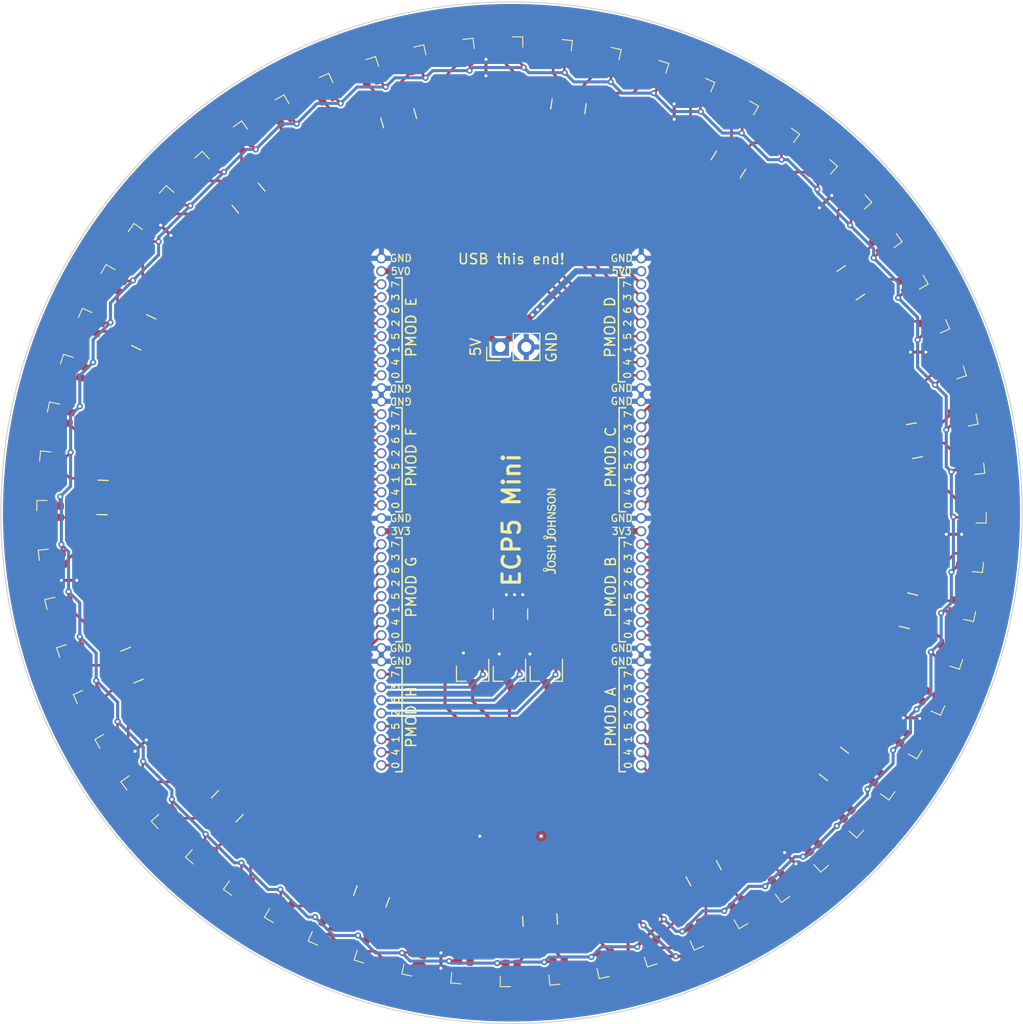
<source format=kicad_pcb>
(kicad_pcb (version 20200916) (generator pcbnew)
  (title_block (title "Quad PMOD") (date "2020-09-20") (rev "0.1") (company "Josh Johnson"))
  (layers (0 "F.Cu" signal) (31 "B.Cu" signal) (34 "B.Paste" user) (35 "F.Paste" user) (36 "B.SilkS" user) (37 "F.SilkS" user) (38 "B.Mask" user) (39 "F.Mask" user) (44 "Edge.Cuts" user))
  (net 0 "")
  (net 1 "/PORT_B0")
  (net 2 "/PORT_B4")
  (net 3 "/PORT_B1")
  (net 4 "/PORT_B5")
  (net 5 "/PORT_B2")
  (net 6 "/PORT_B6")
  (net 7 "/PORT_B3")
  (net 8 "/PORT_B7")
  (net 9 "/PORT_C0")
  (net 10 "/PORT_C4")
  (net 11 "/PORT_C1")
  (net 12 "/PORT_C5")
  (net 13 "/PORT_C2")
  (net 14 "/PORT_C6")
  (net 15 "/PORT_C3")
  (net 16 "/PORT_C7")
  (net 17 "/PORT_D0")
  (net 18 "/PORT_D4")
  (net 19 "/PORT_D1")
  (net 20 "/PORT_D5")
  (net 21 "/PORT_D2")
  (net 22 "/PORT_D6")
  (net 23 "/PORT_D3")
  (net 24 "/PORT_D7")
  (net 25 "/PORT_G0")
  (net 26 "/PORT_G4")
  (net 27 "/PORT_G1")
  (net 28 "/PORT_G5")
  (net 29 "/PORT_G2")
  (net 30 "/PORT_G6")
  (net 31 "/PORT_G3")
  (net 32 "/PORT_G7")
  (net 33 "/PORT_F0")
  (net 34 "/PORT_F4")
  (net 35 "/PORT_F1")
  (net 36 "/PORT_F5")
  (net 37 "/PORT_F2")
  (net 38 "/PORT_F6")
  (net 39 "/PORT_F3")
  (net 40 "/PORT_F7")
  (net 41 "/PORT_E0")
  (net 42 "GND")
  (net 43 "/PORT_E4")
  (net 44 "/PORT_E1")
  (net 45 "/PORT_E5")
  (net 46 "/PORT_E2")
  (net 47 "+3V3")
  (net 48 "/PORT_E6")
  (net 49 "/PORT_E3")
  (net 50 "/PORT_E7")
  (net 51 "/PORT_H7")
  (net 52 "/PORT_H3")
  (net 53 "/PORT_H6")
  (net 54 "/PORT_H2")
  (net 55 "/PORT_H5")
  (net 56 "/PORT_H1")
  (net 57 "/PORT_H4")
  (net 58 "/PORT_H0")
  (net 59 "/PORT_A0")
  (net 60 "/PORT_A4")
  (net 61 "/PORT_A1")
  (net 62 "/PORT_A5")
  (net 63 "/PORT_A2")
  (net 64 "/PORT_A6")
  (net 65 "/PORT_A3")
  (net 66 "/PORT_A7")
  (net 67 "/CAT_R")
  (net 68 "Net-(D1-Pad3)")
  (net 69 "/CAT_B")
  (net 70 "/CAT_G")
  (net 71 "Net-(D2-Pad3)")
  (net 72 "Net-(D3-Pad3)")
  (net 73 "Net-(D4-Pad3)")
  (net 74 "Net-(D5-Pad3)")
  (net 75 "Net-(D6-Pad3)")
  (net 76 "Net-(D7-Pad3)")
  (net 77 "Net-(D8-Pad3)")
  (net 78 "Net-(D9-Pad3)")
  (net 79 "Net-(D10-Pad3)")
  (net 80 "Net-(D11-Pad3)")
  (net 81 "Net-(D12-Pad3)")
  (net 82 "Net-(D13-Pad3)")
  (net 83 "Net-(D14-Pad3)")
  (net 84 "Net-(D15-Pad3)")
  (net 85 "Net-(D16-Pad3)")
  (net 86 "Net-(D17-Pad3)")
  (net 87 "Net-(D18-Pad3)")
  (net 88 "Net-(D19-Pad3)")
  (net 89 "Net-(D20-Pad3)")
  (net 90 "Net-(D21-Pad3)")
  (net 91 "Net-(D22-Pad3)")
  (net 92 "Net-(D23-Pad3)")
  (net 93 "Net-(D24-Pad3)")
  (net 94 "Net-(D25-Pad3)")
  (net 95 "Net-(D26-Pad3)")
  (net 96 "Net-(D27-Pad3)")
  (net 97 "Net-(D28-Pad3)")
  (net 98 "Net-(D29-Pad3)")
  (net 99 "Net-(D30-Pad3)")
  (net 100 "Net-(D31-Pad3)")
  (net 101 "Net-(D32-Pad3)")
  (net 102 "Net-(D33-Pad3)")
  (net 103 "Net-(D34-Pad3)")
  (net 104 "Net-(D35-Pad3)")
  (net 105 "Net-(D36-Pad3)")
  (net 106 "Net-(D37-Pad3)")
  (net 107 "Net-(D38-Pad3)")
  (net 108 "Net-(D39-Pad3)")
  (net 109 "Net-(D40-Pad3)")
  (net 110 "Net-(D41-Pad3)")
  (net 111 "Net-(D42-Pad3)")
  (net 112 "Net-(D43-Pad3)")
  (net 113 "Net-(D44-Pad3)")
  (net 114 "Net-(D45-Pad3)")
  (net 115 "Net-(D46-Pad3)")
  (net 116 "Net-(D47-Pad3)")
  (net 117 "Net-(D48-Pad3)")
  (net 118 "Net-(D49-Pad3)")
  (net 119 "Net-(D50-Pad3)")
  (net 120 "Net-(D51-Pad3)")
  (net 121 "Net-(D52-Pad3)")
  (net 122 "Net-(D53-Pad3)")
  (net 123 "Net-(D54-Pad3)")
  (net 124 "Net-(D55-Pad3)")
  (net 125 "Net-(D56-Pad3)")
  (net 126 "Net-(D57-Pad3)")
  (net 127 "Net-(D58-Pad3)")
  (net 128 "Net-(D59-Pad3)")
  (net 129 "Net-(D60-Pad3)")
  (net 130 "+5V")
  (module "josh-led:LED_TRI_2020" (layer "F.Cu") (at 159.356026 144.016642 102)
    (fp_text reference "D13" hide)
    (fp_text value "2020RGBA")
    (pad "1" smd roundrect (at -0.85 -0.55 102) (size 0.8 0.7) (layers "F.Cu" "F.Paste" "F.Mask") (net 67 "/CAT_R"))
    (pad "2" smd roundrect (at 0.85 -0.55 102) (size 0.8 0.7) (layers "F.Cu" "F.Paste" "F.Mask") (net 69 "/CAT_B"))
    (pad "3" smd roundrect (at 0.85 0.55 102) (size 0.8 0.7) (layers "F.Cu" "F.Paste" "F.Mask") (net 82 "Net-(D13-Pad3)"))
    (pad "4" smd roundrect (at -0.85 0.55 102) (size 0.8 0.7) (layers "F.Cu" "F.Paste" "F.Mask") (net 70 "/CAT_G"))
  )
  (module "josh-led:LED_TRI_2020" (layer "F.Cu") (at 150 55 -90)
    (fp_text reference "D45" hide)
    (fp_text value "2020RGBA")
    (pad "1" smd roundrect (at -0.85 -0.55 270) (size 0.8 0.7) (layers "F.Cu" "F.Paste" "F.Mask") (net 67 "/CAT_R"))
    (pad "2" smd roundrect (at 0.85 -0.55 270) (size 0.8 0.7) (layers "F.Cu" "F.Paste" "F.Mask") (net 69 "/CAT_B"))
    (pad "3" smd roundrect (at 0.85 0.55 270) (size 0.8 0.7) (layers "F.Cu" "F.Paste" "F.Mask") (net 114 "Net-(D45-Pad3)"))
    (pad "4" smd roundrect (at -0.85 0.55 270) (size 0.8 0.7) (layers "F.Cu" "F.Paste" "F.Mask") (net 70 "/CAT_G"))
  )
  (module "Resistor_SMD:R_Array_Convex_4x0603" (layer "F.Cu") (at 110.024366 98.60402 -2)
    (fp_text reference "RN8" hide)
    (fp_text value "470R")
    (pad "1" smd rect (at -0.9 -1.2 358) (size 0.8 0.5) (layers "F.Cu" "F.Paste" "F.Mask") (net 101 "Net-(D32-Pad3)"))
    (pad "2" smd rect (at -0.9 -0.4 358) (size 0.8 0.4) (layers "F.Cu" "F.Paste" "F.Mask") (net 100 "Net-(D31-Pad3)"))
    (pad "3" smd rect (at -0.9 0.4 358) (size 0.8 0.4) (layers "F.Cu" "F.Paste" "F.Mask") (net 99 "Net-(D30-Pad3)"))
    (pad "4" smd rect (at -0.9 1.2 358) (size 0.8 0.5) (layers "F.Cu" "F.Paste" "F.Mask") (net 98 "Net-(D29-Pad3)"))
    (pad "5" smd rect (at 0.9 1.2 358) (size 0.8 0.5) (layers "F.Cu" "F.Paste" "F.Mask") (net 37 "/PORT_F2"))
    (pad "6" smd rect (at 0.9 0.4 358) (size 0.8 0.4) (layers "F.Cu" "F.Paste" "F.Mask") (net 38 "/PORT_F6"))
    (pad "7" smd rect (at 0.9 -0.4 358) (size 0.8 0.4) (layers "F.Cu" "F.Paste" "F.Mask") (net 39 "/PORT_F3"))
    (pad "8" smd rect (at 0.9 -1.2 358) (size 0.8 0.5) (layers "F.Cu" "F.Paste" "F.Mask") (net 40 "/PORT_F7"))
  )
  (module "josh-led:LED_TRI_2020" (layer "F.Cu") (at 172.5 61.028856 -120)
    (fp_text reference "D50" hide)
    (fp_text value "2020RGBA")
    (pad "1" smd roundrect (at -0.85 -0.55 240) (size 0.8 0.7) (layers "F.Cu" "F.Paste" "F.Mask") (net 67 "/CAT_R"))
    (pad "2" smd roundrect (at 0.85 -0.55 240) (size 0.8 0.7) (layers "F.Cu" "F.Paste" "F.Mask") (net 69 "/CAT_B"))
    (pad "3" smd roundrect (at 0.85 0.55 240) (size 0.8 0.7) (layers "F.Cu" "F.Paste" "F.Mask") (net 119 "Net-(D50-Pad3)"))
    (pad "4" smd roundrect (at -0.85 0.55 240) (size 0.8 0.7) (layers "F.Cu" "F.Paste" "F.Mask") (net 70 "/CAT_G"))
  )
  (module "josh-led:LED_TRI_2020" (layer "F.Cu") (at 176.450336 63.594235 -126)
    (fp_text reference "D51" hide)
    (fp_text value "2020RGBA")
    (pad "1" smd roundrect (at -0.85 -0.55 234) (size 0.8 0.7) (layers "F.Cu" "F.Paste" "F.Mask") (net 67 "/CAT_R"))
    (pad "2" smd roundrect (at 0.85 -0.55 234) (size 0.8 0.7) (layers "F.Cu" "F.Paste" "F.Mask") (net 69 "/CAT_B"))
    (pad "3" smd roundrect (at 0.85 0.55 234) (size 0.8 0.7) (layers "F.Cu" "F.Paste" "F.Mask") (net 120 "Net-(D51-Pad3)"))
    (pad "4" smd roundrect (at -0.85 0.55 234) (size 0.8 0.7) (layers "F.Cu" "F.Paste" "F.Mask") (net 70 "/CAT_G"))
  )
  (module "josh-connectors:ECP5-Mini-Edge-40x1.27" (layer "F.Cu") (at 138.5465 124.765 180)
    (fp_text reference "J4" hide)
    (fp_text value "S7 Mini")
    (pad "1" thru_hole circle (at 1.27 0 180) (size 1 1) (drill 0.7) (layers *.Cu *.Mask) (net 58 "/PORT_H0") (clearance 0.25))
    (pad "2" thru_hole oval (at 1.27 1.27 180) (size 1 1) (drill 0.7) (layers *.Cu *.Mask) (net 57 "/PORT_H4") (clearance 0.25))
    (pad "3" thru_hole oval (at 1.27 2.54 180) (size 1 1) (drill 0.7) (layers *.Cu *.Mask) (net 56 "/PORT_H1") (clearance 0.25))
    (pad "4" thru_hole oval (at 1.27 3.81 180) (size 1 1) (drill 0.7) (layers *.Cu *.Mask) (net 55 "/PORT_H5") (clearance 0.25))
    (pad "5" thru_hole oval (at 1.27 5.08 180) (size 1 1) (drill 0.7) (layers *.Cu *.Mask) (net 54 "/PORT_H2") (clearance 0.25))
    (pad "6" thru_hole oval (at 1.27 6.35 180) (size 1 1) (drill 0.7) (layers *.Cu *.Mask) (net 53 "/PORT_H6") (clearance 0.25))
    (pad "7" thru_hole oval (at 1.27 7.62 180) (size 1 1) (drill 0.7) (layers *.Cu *.Mask) (net 52 "/PORT_H3") (clearance 0.25))
    (pad "8" thru_hole oval (at 1.27 8.89 180) (size 1 1) (drill 0.7) (layers *.Cu *.Mask) (net 51 "/PORT_H7") (clearance 0.25))
    (pad "9" thru_hole oval (at 1.27 10.16 180) (size 1 1) (drill 0.7) (layers *.Cu *.Mask) (net 42 "GND") (clearance 0.25))
    (pad "10" thru_hole oval (at 1.27 11.43 180) (size 1 1) (drill 0.7) (layers *.Cu *.Mask) (net 42 "GND") (clearance 0.25))
    (pad "11" thru_hole oval (at 1.27 12.7 180) (size 1 1) (drill 0.7) (layers *.Cu *.Mask) (net 25 "/PORT_G0") (clearance 0.25))
    (pad "12" thru_hole oval (at 1.27 13.97 180) (size 1 1) (drill 0.7) (layers *.Cu *.Mask) (net 26 "/PORT_G4") (clearance 0.25))
    (pad "13" thru_hole oval (at 1.27 15.24 180) (size 1 1) (drill 0.7) (layers *.Cu *.Mask) (net 27 "/PORT_G1") (clearance 0.25))
    (pad "14" thru_hole oval (at 1.27 16.51 180) (size 1 1) (drill 0.7) (layers *.Cu *.Mask) (net 28 "/PORT_G5") (clearance 0.25))
    (pad "15" thru_hole oval (at 1.27 17.78 180) (size 1 1) (drill 0.7) (layers *.Cu *.Mask) (net 29 "/PORT_G2") (clearance 0.25))
    (pad "16" thru_hole oval (at 1.27 19.05 180) (size 1 1) (drill 0.7) (layers *.Cu *.Mask) (net 30 "/PORT_G6") (clearance 0.25))
    (pad "17" thru_hole oval (at 1.27 20.32 180) (size 1 1) (drill 0.7) (layers *.Cu *.Mask) (net 31 "/PORT_G3") (clearance 0.25))
    (pad "18" thru_hole oval (at 1.27 21.59 180) (size 1 1) (drill 0.7) (layers *.Cu *.Mask) (net 32 "/PORT_G7"))
    (pad "19" thru_hole oval (at 1.27 22.86 180) (size 1 1) (drill 0.7) (layers *.Cu *.Mask) (net 47 "+3V3"))
    (pad "20" thru_hole oval (at 1.27 24.13 180) (size 1 1) (drill 0.7) (layers *.Cu *.Mask) (net 42 "GND"))
    (pad "21" thru_hole oval (at 1.27 25.4 180) (size 1 1) (drill 0.7) (layers *.Cu *.Mask) (net 33 "/PORT_F0") (clearance 0.25))
    (pad "22" thru_hole oval (at 1.27 26.67 180) (size 1 1) (drill 0.7) (layers *.Cu *.Mask) (net 34 "/PORT_F4") (clearance 0.25))
    (pad "23" thru_hole oval (at 1.27 27.94 180) (size 1 1) (drill 0.7) (layers *.Cu *.Mask) (net 35 "/PORT_F1") (clearance 0.25))
    (pad "24" thru_hole oval (at 1.27 29.21 180) (size 1 1) (drill 0.7) (layers *.Cu *.Mask) (net 36 "/PORT_F5") (clearance 0.25))
    (pad "25" thru_hole oval (at 1.27 30.48 180) (size 1 1) (drill 0.7) (layers *.Cu *.Mask) (net 37 "/PORT_F2"))
    (pad "26" thru_hole oval (at 1.27 31.75 180) (size 1 1) (drill 0.7) (layers *.Cu *.Mask) (net 38 "/PORT_F6"))
    (pad "27" thru_hole oval (at 1.27 33.02 180) (size 1 1) (drill 0.7) (layers *.Cu *.Mask) (net 39 "/PORT_F3") (clearance 0.25))
    (pad "28" thru_hole oval (at 1.27 34.29 180) (size 1 1) (drill 0.7) (layers *.Cu *.Mask) (net 40 "/PORT_F7"))
    (pad "29" thru_hole oval (at 1.27 35.56 180) (size 1 1) (drill 0.7) (layers *.Cu *.Mask) (net 42 "GND") (clearance 0.25))
    (pad "30" thru_hole oval (at 1.27 36.83 180) (size 1 1) (drill 0.7) (layers *.Cu *.Mask) (net 42 "GND") (clearance 0.25))
    (pad "31" thru_hole oval (at 1.27 38.1 180) (size 1 1) (drill 0.7) (layers *.Cu *.Mask) (net 41 "/PORT_E0"))
    (pad "32" thru_hole oval (at 1.27 39.37 180) (size 1 1) (drill 0.7) (layers *.Cu *.Mask) (net 43 "/PORT_E4") (clearance 0.25))
    (pad "33" thru_hole oval (at 1.27 40.64 180) (size 1 1) (drill 0.7) (layers *.Cu *.Mask) (net 44 "/PORT_E1") (clearance 0.25))
    (pad "34" thru_hole oval (at 1.27 41.91 180) (size 1 1) (drill 0.7) (layers *.Cu *.Mask) (net 45 "/PORT_E5") (clearance 0.25))
    (pad "35" thru_hole oval (at 1.27 43.18 180) (size 1 1) (drill 0.7) (layers *.Cu *.Mask) (net 46 "/PORT_E2") (clearance 0.25))
    (pad "36" thru_hole oval (at 1.27 44.45 180) (size 1 1) (drill 0.7) (layers *.Cu *.Mask) (net 48 "/PORT_E6"))
    (pad "37" thru_hole oval (at 1.27 45.72 180) (size 1 1) (drill 0.7) (layers *.Cu *.Mask) (net 49 "/PORT_E3") (clearance 0.25))
    (pad "38" thru_hole oval (at 1.27 46.99 180) (size 1 1) (drill 0.7) (layers *.Cu *.Mask) (net 50 "/PORT_E7"))
    (pad "39" thru_hole oval (at 1.27 48.26 180) (size 1 1) (drill 0.7) (layers *.Cu *.Mask) (net 130 "+5V"))
    (pad "40" thru_hole oval (at 1.27 49.53 180) (size 1 1) (drill 0.7) (layers *.Cu *.Mask) (net 42 "GND"))
  )
  (module "josh-led:LED_TRI_2020" (layer "F.Cu") (at 172.5 138.971143 120)
    (fp_text reference "D10" hide)
    (fp_text value "2020RGBA")
    (pad "1" smd roundrect (at -0.85 -0.55 120) (size 0.8 0.7) (layers "F.Cu" "F.Paste" "F.Mask") (net 67 "/CAT_R"))
    (pad "2" smd roundrect (at 0.85 -0.55 120) (size 0.8 0.7) (layers "F.Cu" "F.Paste" "F.Mask") (net 69 "/CAT_B"))
    (pad "3" smd roundrect (at 0.85 0.55 120) (size 0.8 0.7) (layers "F.Cu" "F.Paste" "F.Mask") (net 79 "Net-(D10-Pad3)"))
    (pad "4" smd roundrect (at -0.85 0.55 120) (size 0.8 0.7) (layers "F.Cu" "F.Paste" "F.Mask") (net 70 "/CAT_G"))
  )
  (module "Resistor_SMD:R_Array_Convex_4x0603" (layer "F.Cu") (at 152.790258 139.902562 94)
    (fp_text reference "RN4" hide)
    (fp_text value "470R")
    (pad "1" smd rect (at -0.9 -1.2 94) (size 0.8 0.5) (layers "F.Cu" "F.Paste" "F.Mask") (net 85 "Net-(D16-Pad3)"))
    (pad "2" smd rect (at -0.9 -0.4 94) (size 0.8 0.4) (layers "F.Cu" "F.Paste" "F.Mask") (net 84 "Net-(D15-Pad3)"))
    (pad "3" smd rect (at -0.9 0.4 94) (size 0.8 0.4) (layers "F.Cu" "F.Paste" "F.Mask") (net 83 "Net-(D14-Pad3)"))
    (pad "4" smd rect (at -0.9 1.2 94) (size 0.8 0.5) (layers "F.Cu" "F.Paste" "F.Mask") (net 82 "Net-(D13-Pad3)"))
    (pad "5" smd rect (at 0.9 1.2 94) (size 0.8 0.5) (layers "F.Cu" "F.Paste" "F.Mask") (net 55 "/PORT_H5"))
    (pad "6" smd rect (at 0.9 0.4 94) (size 0.8 0.4) (layers "F.Cu" "F.Paste" "F.Mask") (net 56 "/PORT_H1"))
    (pad "7" smd rect (at 0.9 -0.4 94) (size 0.8 0.4) (layers "F.Cu" "F.Paste" "F.Mask") (net 57 "/PORT_H4"))
    (pad "8" smd rect (at 0.9 -1.2 94) (size 0.8 0.5) (layers "F.Cu" "F.Paste" "F.Mask") (net 58 "/PORT_H0"))
  )
  (module "josh-led:LED_TRI_2020" (layer "F.Cu") (at 176.450336 136.405764 126)
    (fp_text reference "D9" hide)
    (fp_text value "2020RGBA")
    (pad "1" smd roundrect (at -0.85 -0.55 126) (size 0.8 0.7) (layers "F.Cu" "F.Paste" "F.Mask") (net 67 "/CAT_R"))
    (pad "2" smd roundrect (at 0.85 -0.55 126) (size 0.8 0.7) (layers "F.Cu" "F.Paste" "F.Mask") (net 69 "/CAT_B"))
    (pad "3" smd roundrect (at 0.85 0.55 126) (size 0.8 0.7) (layers "F.Cu" "F.Paste" "F.Mask") (net 78 "Net-(D9-Pad3)"))
    (pad "4" smd roundrect (at -0.85 0.55 126) (size 0.8 0.7) (layers "F.Cu" "F.Paste" "F.Mask") (net 70 "/CAT_G"))
  )
  (module "Resistor_SMD:R_Array_Convex_4x0603" (layer "F.Cu") (at 155.566924 60.389277 -98)
    (fp_text reference "RN12" hide)
    (fp_text value "470R")
    (pad "1" smd rect (at -0.9 -1.2 262) (size 0.8 0.5) (layers "F.Cu" "F.Paste" "F.Mask") (net 117 "Net-(D48-Pad3)"))
    (pad "2" smd rect (at -0.9 -0.4 262) (size 0.8 0.4) (layers "F.Cu" "F.Paste" "F.Mask") (net 116 "Net-(D47-Pad3)"))
    (pad "3" smd rect (at -0.9 0.4 262) (size 0.8 0.4) (layers "F.Cu" "F.Paste" "F.Mask") (net 115 "Net-(D46-Pad3)"))
    (pad "4" smd rect (at -0.9 1.2 262) (size 0.8 0.5) (layers "F.Cu" "F.Paste" "F.Mask") (net 114 "Net-(D45-Pad3)"))
    (pad "5" smd rect (at 0.9 1.2 262) (size 0.8 0.5) (layers "F.Cu" "F.Paste" "F.Mask") (net 21 "/PORT_D2"))
    (pad "6" smd rect (at 0.9 0.4 262) (size 0.8 0.4) (layers "F.Cu" "F.Paste" "F.Mask") (net 22 "/PORT_D6"))
    (pad "7" smd rect (at 0.9 -0.4 262) (size 0.8 0.4) (layers "F.Cu" "F.Paste" "F.Mask") (net 23 "/PORT_D3"))
    (pad "8" smd rect (at 0.9 -1.2 262) (size 0.8 0.5) (layers "F.Cu" "F.Paste" "F.Mask") (net 24 "/PORT_D7"))
  )
  (module "josh-led:LED_TRI_2020" (layer "F.Cu") (at 113.594235 73.549663 -36)
    (fp_text reference "D36" hide)
    (fp_text value "2020RGBA")
    (pad "1" smd roundrect (at -0.85 -0.55 324) (size 0.8 0.7) (layers "F.Cu" "F.Paste" "F.Mask") (net 67 "/CAT_R"))
    (pad "2" smd roundrect (at 0.85 -0.55 324) (size 0.8 0.7) (layers "F.Cu" "F.Paste" "F.Mask") (net 69 "/CAT_B"))
    (pad "3" smd roundrect (at 0.85 0.55 324) (size 0.8 0.7) (layers "F.Cu" "F.Paste" "F.Mask") (net 105 "Net-(D36-Pad3)"))
    (pad "4" smd roundrect (at -0.85 0.55 324) (size 0.8 0.7) (layers "F.Cu" "F.Paste" "F.Mask") (net 70 "/CAT_G"))
  )
  (module "josh-led:LED_TRI_2020" (layer "F.Cu") (at 105.983357 109.356026 12)
    (fp_text reference "D28" hide)
    (fp_text value "2020RGBA")
    (pad "1" smd roundrect (at -0.85 -0.55 12) (size 0.8 0.7) (layers "F.Cu" "F.Paste" "F.Mask") (net 67 "/CAT_R"))
    (pad "2" smd roundrect (at 0.85 -0.55 12) (size 0.8 0.7) (layers "F.Cu" "F.Paste" "F.Mask") (net 69 "/CAT_B"))
    (pad "3" smd roundrect (at 0.85 0.55 12) (size 0.8 0.7) (layers "F.Cu" "F.Paste" "F.Mask") (net 97 "Net-(D28-Pad3)"))
    (pad "4" smd roundrect (at -0.85 0.55 12) (size 0.8 0.7) (layers "F.Cu" "F.Paste" "F.Mask") (net 70 "/CAT_G"))
  )
  (module "josh-led:LED_TRI_2020" (layer "F.Cu") (at 194.753485 95.296219 -174)
    (fp_text reference "D59" hide)
    (fp_text value "2020RGBA")
    (pad "1" smd roundrect (at -0.85 -0.55 186) (size 0.8 0.7) (layers "F.Cu" "F.Paste" "F.Mask") (net 67 "/CAT_R"))
    (pad "2" smd roundrect (at 0.85 -0.55 186) (size 0.8 0.7) (layers "F.Cu" "F.Paste" "F.Mask") (net 69 "/CAT_B"))
    (pad "3" smd roundrect (at 0.85 0.55 186) (size 0.8 0.7) (layers "F.Cu" "F.Paste" "F.Mask") (net 128 "Net-(D59-Pad3)"))
    (pad "4" smd roundrect (at -0.85 0.55 186) (size 0.8 0.7) (layers "F.Cu" "F.Paste" "F.Mask") (net 70 "/CAT_G"))
  )
  (module "josh-led:LED_TRI_2020" (layer "F.Cu") (at 180.110877 133.441517 132)
    (fp_text reference "D8" hide)
    (fp_text value "2020RGBA")
    (pad "1" smd roundrect (at -0.85 -0.55 132) (size 0.8 0.7) (layers "F.Cu" "F.Paste" "F.Mask") (net 67 "/CAT_R"))
    (pad "2" smd roundrect (at 0.85 -0.55 132) (size 0.8 0.7) (layers "F.Cu" "F.Paste" "F.Mask") (net 69 "/CAT_B"))
    (pad "3" smd roundrect (at 0.85 0.55 132) (size 0.8 0.7) (layers "F.Cu" "F.Paste" "F.Mask") (net 77 "Net-(D8-Pad3)"))
    (pad "4" smd roundrect (at -0.85 0.55 132) (size 0.8 0.7) (layers "F.Cu" "F.Paste" "F.Mask") (net 70 "/CAT_G"))
  )
  (module "josh-led:LED_TRI_2020" (layer "F.Cu") (at 127.5 138.971143 60)
    (fp_text reference "D20" hide)
    (fp_text value "2020RGBA")
    (pad "1" smd roundrect (at -0.85 -0.55 60) (size 0.8 0.7) (layers "F.Cu" "F.Paste" "F.Mask") (net 67 "/CAT_R"))
    (pad "2" smd roundrect (at 0.85 -0.55 60) (size 0.8 0.7) (layers "F.Cu" "F.Paste" "F.Mask") (net 69 "/CAT_B"))
    (pad "3" smd roundrect (at 0.85 0.55 60) (size 0.8 0.7) (layers "F.Cu" "F.Paste" "F.Mask") (net 89 "Net-(D20-Pad3)"))
    (pad "4" smd roundrect (at -0.85 0.55 60) (size 0.8 0.7) (layers "F.Cu" "F.Paste" "F.Mask") (net 70 "/CAT_G"))
  )
  (module "Package_TO_SOT_SMD:SOT-23" (layer "F.Cu") (at 146.2 115.8 -90)
    (fp_text reference "Q1" hide)
    (fp_text value "DMG2302U")
    (pad "1" smd rect (at -1 -0.95 270) (size 0.9 0.8) (layers "F.Cu" "F.Paste" "F.Mask") (net 52 "/PORT_H3"))
    (pad "2" smd rect (at -1 0.95 270) (size 0.9 0.8) (layers "F.Cu" "F.Paste" "F.Mask") (net 42 "GND"))
    (pad "3" smd rect (at 1 0 270) (size 0.9 0.8) (layers "F.Cu" "F.Paste" "F.Mask") (net 67 "/CAT_R"))
  )
  (module "Resistor_SMD:R_Array_Convex_4x0603" (layer "F.Cu") (at 136.319194 137.587704 70)
    (fp_text reference "RN5" hide)
    (fp_text value "470R")
    (pad "1" smd rect (at -0.9 -1.2 70) (size 0.8 0.5) (layers "F.Cu" "F.Paste" "F.Mask") (net 89 "Net-(D20-Pad3)"))
    (pad "2" smd rect (at -0.9 -0.4 70) (size 0.8 0.4) (layers "F.Cu" "F.Paste" "F.Mask") (net 88 "Net-(D19-Pad3)"))
    (pad "3" smd rect (at -0.9 0.4 70) (size 0.8 0.4) (layers "F.Cu" "F.Paste" "F.Mask") (net 87 "Net-(D18-Pad3)"))
    (pad "4" smd rect (at -0.9 1.2 70) (size 0.8 0.5) (layers "F.Cu" "F.Paste" "F.Mask") (net 86 "Net-(D17-Pad3)"))
    (pad "5" smd rect (at 0.9 1.2 70) (size 0.8 0.5) (layers "F.Cu" "F.Paste" "F.Mask") (net 25 "/PORT_G0"))
    (pad "6" smd rect (at 0.9 0.4 70) (size 0.8 0.4) (layers "F.Cu" "F.Paste" "F.Mask") (net 26 "/PORT_G4"))
    (pad "7" smd rect (at 0.9 -0.4 70) (size 0.8 0.4) (layers "F.Cu" "F.Paste" "F.Mask") (net 27 "/PORT_G1"))
    (pad "8" smd rect (at 0.9 -1.2 70) (size 0.8 0.5) (layers "F.Cu" "F.Paste" "F.Mask") (net 28 "/PORT_G5"))
  )
  (module "Resistor_SMD:R_Array_Convex_4x0603" (layer "F.Cu") (at 138.974505 61.549532 -74)
    (fp_text reference "RN11" hide)
    (fp_text value "470R")
    (pad "1" smd rect (at -0.9 -1.2 286) (size 0.8 0.5) (layers "F.Cu" "F.Paste" "F.Mask") (net 113 "Net-(D44-Pad3)"))
    (pad "2" smd rect (at -0.9 -0.4 286) (size 0.8 0.4) (layers "F.Cu" "F.Paste" "F.Mask") (net 112 "Net-(D43-Pad3)"))
    (pad "3" smd rect (at -0.9 0.4 286) (size 0.8 0.4) (layers "F.Cu" "F.Paste" "F.Mask") (net 111 "Net-(D42-Pad3)"))
    (pad "4" smd rect (at -0.9 1.2 286) (size 0.8 0.5) (layers "F.Cu" "F.Paste" "F.Mask") (net 110 "Net-(D41-Pad3)"))
    (pad "5" smd rect (at 0.9 1.2 286) (size 0.8 0.5) (layers "F.Cu" "F.Paste" "F.Mask") (net 17 "/PORT_D0"))
    (pad "6" smd rect (at 0.9 0.4 286) (size 0.8 0.4) (layers "F.Cu" "F.Paste" "F.Mask") (net 18 "/PORT_D4"))
    (pad "7" smd rect (at 0.9 -0.4 286) (size 0.8 0.4) (layers "F.Cu" "F.Paste" "F.Mask") (net 19 "/PORT_D1"))
    (pad "8" smd rect (at 0.9 -1.2 286) (size 0.8 0.5) (layers "F.Cu" "F.Paste" "F.Mask") (net 20 "/PORT_D5"))
  )
  (module "josh-led:LED_TRI_2020" (layer "F.Cu") (at 105.983357 90.643973 -12)
    (fp_text reference "D32" hide)
    (fp_text value "2020RGBA")
    (pad "1" smd roundrect (at -0.85 -0.55 348) (size 0.8 0.7) (layers "F.Cu" "F.Paste" "F.Mask") (net 67 "/CAT_R"))
    (pad "2" smd roundrect (at 0.85 -0.55 348) (size 0.8 0.7) (layers "F.Cu" "F.Paste" "F.Mask") (net 69 "/CAT_B"))
    (pad "3" smd roundrect (at 0.85 0.55 348) (size 0.8 0.7) (layers "F.Cu" "F.Paste" "F.Mask") (net 101 "Net-(D32-Pad3)"))
    (pad "4" smd roundrect (at -0.85 0.55 348) (size 0.8 0.7) (layers "F.Cu" "F.Paste" "F.Mask") (net 70 "/CAT_G"))
  )
  (module "josh-led:LED_TRI_2020" (layer "F.Cu") (at 145.296219 144.753485 84)
    (fp_text reference "D16" hide)
    (fp_text value "2020RGBA")
    (pad "1" smd roundrect (at -0.85 -0.55 84) (size 0.8 0.7) (layers "F.Cu" "F.Paste" "F.Mask") (net 67 "/CAT_R"))
    (pad "2" smd roundrect (at 0.85 -0.55 84) (size 0.8 0.7) (layers "F.Cu" "F.Paste" "F.Mask") (net 69 "/CAT_B"))
    (pad "3" smd roundrect (at 0.85 0.55 84) (size 0.8 0.7) (layers "F.Cu" "F.Paste" "F.Mask") (net 85 "Net-(D16-Pad3)"))
    (pad "4" smd roundrect (at -0.85 0.55 84) (size 0.8 0.7) (layers "F.Cu" "F.Paste" "F.Mask") (net 70 "/CAT_G"))
  )
  (module "Resistor_SMD:R_Array_Convex_4x0603" (layer "F.Cu") (at 168.778862 135.317903 118)
    (fp_text reference "RN3" hide)
    (fp_text value "470R")
    (pad "1" smd rect (at -0.9 -1.2 118) (size 0.8 0.5) (layers "F.Cu" "F.Paste" "F.Mask") (net 81 "Net-(D12-Pad3)"))
    (pad "2" smd rect (at -0.9 -0.4 118) (size 0.8 0.4) (layers "F.Cu" "F.Paste" "F.Mask") (net 80 "Net-(D11-Pad3)"))
    (pad "3" smd rect (at -0.9 0.4 118) (size 0.8 0.4) (layers "F.Cu" "F.Paste" "F.Mask") (net 79 "Net-(D10-Pad3)"))
    (pad "4" smd rect (at -0.9 1.2 118) (size 0.8 0.5) (layers "F.Cu" "F.Paste" "F.Mask") (net 78 "Net-(D9-Pad3)"))
    (pad "5" smd rect (at 0.9 1.2 118) (size 0.8 0.5) (layers "F.Cu" "F.Paste" "F.Mask") (net 62 "/PORT_A5"))
    (pad "6" smd rect (at 0.9 0.4 118) (size 0.8 0.4) (layers "F.Cu" "F.Paste" "F.Mask") (net 61 "/PORT_A1"))
    (pad "7" smd rect (at 0.9 -0.4 118) (size 0.8 0.4) (layers "F.Cu" "F.Paste" "F.Mask") (net 60 "/PORT_A4"))
    (pad "8" smd rect (at 0.9 -1.2 118) (size 0.8 0.5) (layers "F.Cu" "F.Paste" "F.Mask") (net 59 "/PORT_A0"))
  )
  (module "josh-led:LED_TRI_2020" (layer "F.Cu") (at 150 145 90)
    (fp_text reference "D15" hide)
    (fp_text value "2020RGBA")
    (pad "1" smd roundrect (at -0.85 -0.55 90) (size 0.8 0.7) (layers "F.Cu" "F.Paste" "F.Mask") (net 67 "/CAT_R"))
    (pad "2" smd roundrect (at 0.85 -0.55 90) (size 0.8 0.7) (layers "F.Cu" "F.Paste" "F.Mask") (net 69 "/CAT_B"))
    (pad "3" smd roundrect (at 0.85 0.55 90) (size 0.8 0.7) (layers "F.Cu" "F.Paste" "F.Mask") (net 84 "Net-(D15-Pad3)"))
    (pad "4" smd roundrect (at -0.85 0.55 90) (size 0.8 0.7) (layers "F.Cu" "F.Paste" "F.Mask") (net 70 "/CAT_G"))
  )
  (module "josh-led:LED_TRI_2020" (layer "F.Cu") (at 168.303148 141.109545 114)
    (fp_text reference "D11" hide)
    (fp_text value "2020RGBA")
    (pad "1" smd roundrect (at -0.85 -0.55 114) (size 0.8 0.7) (layers "F.Cu" "F.Paste" "F.Mask") (net 67 "/CAT_R"))
    (pad "2" smd roundrect (at 0.85 -0.55 114) (size 0.8 0.7) (layers "F.Cu" "F.Paste" "F.Mask") (net 69 "/CAT_B"))
    (pad "3" smd roundrect (at 0.85 0.55 114) (size 0.8 0.7) (layers "F.Cu" "F.Paste" "F.Mask") (net 80 "Net-(D11-Pad3)"))
    (pad "4" smd roundrect (at -0.85 0.55 114) (size 0.8 0.7) (layers "F.Cu" "F.Paste" "F.Mask") (net 70 "/CAT_G"))
  )
  (module "josh-led:LED_TRI_2020" (layer "F.Cu") (at 111.028856 122.5 30)
    (fp_text reference "D25" hide)
    (fp_text value "2020RGBA")
    (pad "1" smd roundrect (at -0.85 -0.55 30) (size 0.8 0.7) (layers "F.Cu" "F.Paste" "F.Mask") (net 67 "/CAT_R"))
    (pad "2" smd roundrect (at 0.85 -0.55 30) (size 0.8 0.7) (layers "F.Cu" "F.Paste" "F.Mask") (net 69 "/CAT_B"))
    (pad "3" smd roundrect (at 0.85 0.55 30) (size 0.8 0.7) (layers "F.Cu" "F.Paste" "F.Mask") (net 94 "Net-(D25-Pad3)"))
    (pad "4" smd roundrect (at -0.85 0.55 30) (size 0.8 0.7) (layers "F.Cu" "F.Paste" "F.Mask") (net 70 "/CAT_G"))
  )
  (module "josh-logos:josh-johnson-logo-8_6x1_5" (layer "F.Cu") (at 153.7 101.9 90)
    (fp_text reference "LOGO1" hide)
    (fp_text value "Josh-Logo" hide)
  )
  (module "josh-led:LED_TRI_2020" (layer "F.Cu") (at 183.441517 69.889122 -138)
    (fp_text reference "D53" hide)
    (fp_text value "2020RGBA")
    (pad "1" smd roundrect (at -0.85 -0.55 222) (size 0.8 0.7) (layers "F.Cu" "F.Paste" "F.Mask") (net 67 "/CAT_R"))
    (pad "2" smd roundrect (at 0.85 -0.55 222) (size 0.8 0.7) (layers "F.Cu" "F.Paste" "F.Mask") (net 69 "/CAT_B"))
    (pad "3" smd roundrect (at 0.85 0.55 222) (size 0.8 0.7) (layers "F.Cu" "F.Paste" "F.Mask") (net 122 "Net-(D53-Pad3)"))
    (pad "4" smd roundrect (at -0.85 0.55 222) (size 0.8 0.7) (layers "F.Cu" "F.Paste" "F.Mask") (net 70 "/CAT_G"))
  )
  (module "josh-led:LED_TRI_2020" (layer "F.Cu") (at 140.643973 144.016642 78)
    (fp_text reference "D17" hide)
    (fp_text value "2020RGBA")
    (pad "1" smd roundrect (at -0.85 -0.55 78) (size 0.8 0.7) (layers "F.Cu" "F.Paste" "F.Mask") (net 67 "/CAT_R"))
    (pad "2" smd roundrect (at 0.85 -0.55 78) (size 0.8 0.7) (layers "F.Cu" "F.Paste" "F.Mask") (net 69 "/CAT_B"))
    (pad "3" smd roundrect (at 0.85 0.55 78) (size 0.8 0.7) (layers "F.Cu" "F.Paste" "F.Mask") (net 86 "Net-(D17-Pad3)"))
    (pad "4" smd roundrect (at -0.85 0.55 78) (size 0.8 0.7) (layers "F.Cu" "F.Paste" "F.Mask") (net 70 "/CAT_G"))
  )
  (module "josh-led:LED_TRI_2020" (layer "F.Cu") (at 191.109545 118.303148 156)
    (fp_text reference "D4" hide)
    (fp_text value "2020RGBA")
    (pad "1" smd roundrect (at -0.85 -0.55 156) (size 0.8 0.7) (layers "F.Cu" "F.Paste" "F.Mask") (net 67 "/CAT_R"))
    (pad "2" smd roundrect (at 0.85 -0.55 156) (size 0.8 0.7) (layers "F.Cu" "F.Paste" "F.Mask") (net 69 "/CAT_B"))
    (pad "3" smd roundrect (at 0.85 0.55 156) (size 0.8 0.7) (layers "F.Cu" "F.Paste" "F.Mask") (net 73 "Net-(D4-Pad3)"))
    (pad "4" smd roundrect (at -0.85 0.55 156) (size 0.8 0.7) (layers "F.Cu" "F.Paste" "F.Mask") (net 70 "/CAT_G"))
  )
  (module "josh-led:LED_TRI_2020" (layer "F.Cu") (at 192.797543 86.094235 -162)
    (fp_text reference "D57" hide)
    (fp_text value "2020RGBA")
    (pad "1" smd roundrect (at -0.85 -0.55 198) (size 0.8 0.7) (layers "F.Cu" "F.Paste" "F.Mask") (net 67 "/CAT_R"))
    (pad "2" smd roundrect (at 0.85 -0.55 198) (size 0.8 0.7) (layers "F.Cu" "F.Paste" "F.Mask") (net 69 "/CAT_B"))
    (pad "3" smd roundrect (at 0.85 0.55 198) (size 0.8 0.7) (layers "F.Cu" "F.Paste" "F.Mask") (net 126 "Net-(D57-Pad3)"))
    (pad "4" smd roundrect (at -0.85 0.55 198) (size 0.8 0.7) (layers "F.Cu" "F.Paste" "F.Mask") (net 70 "/CAT_G"))
  )
  (module "Connector_PinHeader_2.54mm:PinHeader_1x02_P2.54mm_Vertical" (layer "F.Cu") (at 148.9 83.9 90)
    (fp_text reference "J1" hide)
    (fp_text value "PWR")
    (pad "1" thru_hole rect (at 0 0 90) (size 1.7 1.7) (drill 1) (layers *.Cu *.Mask) (net 130 "+5V"))
    (pad "2" thru_hole oval (at 0 2.54 90) (size 1.7 1.7) (drill 1) (layers *.Cu *.Mask) (net 42 "GND"))
  )
  (module "josh-led:LED_TRI_2020" (layer "F.Cu") (at 123.549663 136.405764 54)
    (fp_text reference "D21" hide)
    (fp_text value "2020RGBA")
    (pad "1" smd roundrect (at -0.85 -0.55 54) (size 0.8 0.7) (layers "F.Cu" "F.Paste" "F.Mask") (net 67 "/CAT_R"))
    (pad "2" smd roundrect (at 0.85 -0.55 54) (size 0.8 0.7) (layers "F.Cu" "F.Paste" "F.Mask") (net 69 "/CAT_B"))
    (pad "3" smd roundrect (at 0.85 0.55 54) (size 0.8 0.7) (layers "F.Cu" "F.Paste" "F.Mask") (net 90 "Net-(D21-Pad3)"))
    (pad "4" smd roundrect (at -0.85 0.55 54) (size 0.8 0.7) (layers "F.Cu" "F.Paste" "F.Mask") (net 70 "/CAT_G"))
  )
  (module "josh-led:LED_TRI_2020" (layer "F.Cu") (at 136.094235 57.202456 -72)
    (fp_text reference "D42" hide)
    (fp_text value "2020RGBA")
    (pad "1" smd roundrect (at -0.85 -0.55 288) (size 0.8 0.7) (layers "F.Cu" "F.Paste" "F.Mask") (net 67 "/CAT_R"))
    (pad "2" smd roundrect (at 0.85 -0.55 288) (size 0.8 0.7) (layers "F.Cu" "F.Paste" "F.Mask") (net 69 "/CAT_B"))
    (pad "3" smd roundrect (at 0.85 0.55 288) (size 0.8 0.7) (layers "F.Cu" "F.Paste" "F.Mask") (net 111 "Net-(D42-Pad3)"))
    (pad "4" smd roundrect (at -0.85 0.55 288) (size 0.8 0.7) (layers "F.Cu" "F.Paste" "F.Mask") (net 70 "/CAT_G"))
  )
  (module "josh-led:LED_TRI_2020" (layer "F.Cu") (at 163.905764 57.202456 -108)
    (fp_text reference "D48" hide)
    (fp_text value "2020RGBA")
    (pad "1" smd roundrect (at -0.85 -0.55 252) (size 0.8 0.7) (layers "F.Cu" "F.Paste" "F.Mask") (net 67 "/CAT_R"))
    (pad "2" smd roundrect (at 0.85 -0.55 252) (size 0.8 0.7) (layers "F.Cu" "F.Paste" "F.Mask") (net 69 "/CAT_B"))
    (pad "3" smd roundrect (at 0.85 0.55 252) (size 0.8 0.7) (layers "F.Cu" "F.Paste" "F.Mask") (net 117 "Net-(D48-Pad3)"))
    (pad "4" smd roundrect (at -0.85 0.55 252) (size 0.8 0.7) (layers "F.Cu" "F.Paste" "F.Mask") (net 70 "/CAT_G"))
  )
  (module "josh-led:LED_TRI_2020" (layer "F.Cu") (at 195 100 180)
    (fp_text reference "D60" hide)
    (fp_text value "2020RGBA")
    (pad "1" smd roundrect (at -0.85 -0.55 180) (size 0.8 0.7) (layers "F.Cu" "F.Paste" "F.Mask") (net 67 "/CAT_R"))
    (pad "2" smd roundrect (at 0.85 -0.55 180) (size 0.8 0.7) (layers "F.Cu" "F.Paste" "F.Mask") (net 69 "/CAT_B"))
    (pad "3" smd roundrect (at 0.85 0.55 180) (size 0.8 0.7) (layers "F.Cu" "F.Paste" "F.Mask") (net 129 "Net-(D60-Pad3)"))
    (pad "4" smd roundrect (at -0.85 0.55 180) (size 0.8 0.7) (layers "F.Cu" "F.Paste" "F.Mask") (net 70 "/CAT_G"))
  )
  (module "josh-led:LED_TRI_2020" (layer "F.Cu") (at 123.549663 63.594235 -54)
    (fp_text reference "D39" hide)
    (fp_text value "2020RGBA")
    (pad "1" smd roundrect (at -0.85 -0.55 306) (size 0.8 0.7) (layers "F.Cu" "F.Paste" "F.Mask") (net 67 "/CAT_R"))
    (pad "2" smd roundrect (at 0.85 -0.55 306) (size 0.8 0.7) (layers "F.Cu" "F.Paste" "F.Mask") (net 69 "/CAT_B"))
    (pad "3" smd roundrect (at 0.85 0.55 306) (size 0.8 0.7) (layers "F.Cu" "F.Paste" "F.Mask") (net 108 "Net-(D39-Pad3)"))
    (pad "4" smd roundrect (at -0.85 0.55 306) (size 0.8 0.7) (layers "F.Cu" "F.Paste" "F.Mask") (net 70 "/CAT_G"))
  )
  (module "josh-led:LED_TRI_2020" (layer "F.Cu") (at 188.971143 122.5 150)
    (fp_text reference "D5" hide)
    (fp_text value "2020RGBA")
    (pad "1" smd roundrect (at -0.85 -0.55 150) (size 0.8 0.7) (layers "F.Cu" "F.Paste" "F.Mask") (net 67 "/CAT_R"))
    (pad "2" smd roundrect (at 0.85 -0.55 150) (size 0.8 0.7) (layers "F.Cu" "F.Paste" "F.Mask") (net 69 "/CAT_B"))
    (pad "3" smd roundrect (at 0.85 0.55 150) (size 0.8 0.7) (layers "F.Cu" "F.Paste" "F.Mask") (net 74 "Net-(D5-Pad3)"))
    (pad "4" smd roundrect (at -0.85 0.55 150) (size 0.8 0.7) (layers "F.Cu" "F.Paste" "F.Mask") (net 70 "/CAT_G"))
  )
  (module "josh-led:LED_TRI_2020" (layer "F.Cu") (at 194.016642 109.356026 168)
    (fp_text reference "D2" hide)
    (fp_text value "2020RGBA")
    (pad "1" smd roundrect (at -0.85 -0.55 168) (size 0.8 0.7) (layers "F.Cu" "F.Paste" "F.Mask") (net 67 "/CAT_R"))
    (pad "2" smd roundrect (at 0.85 -0.55 168) (size 0.8 0.7) (layers "F.Cu" "F.Paste" "F.Mask") (net 69 "/CAT_B"))
    (pad "3" smd roundrect (at 0.85 0.55 168) (size 0.8 0.7) (layers "F.Cu" "F.Paste" "F.Mask") (net 71 "Net-(D2-Pad3)"))
    (pad "4" smd roundrect (at -0.85 0.55 168) (size 0.8 0.7) (layers "F.Cu" "F.Paste" "F.Mask") (net 70 "/CAT_G"))
  )
  (module "Resistor_SMD:R_Array_Convex_4x0603" (layer "F.Cu") (at 149.9 110 -90)
    (fp_text reference "RN16" hide)
    (fp_text value "10K")
    (pad "1" smd rect (at -0.9 -1.2 270) (size 0.8 0.5) (layers "F.Cu" "F.Paste" "F.Mask") (net 42 "GND"))
    (pad "2" smd rect (at -0.9 -0.4 270) (size 0.8 0.4) (layers "F.Cu" "F.Paste" "F.Mask") (net 42 "GND"))
    (pad "3" smd rect (at -0.9 0.4 270) (size 0.8 0.4) (layers "F.Cu" "F.Paste" "F.Mask") (net 42 "GND"))
    (pad "4" smd rect (at -0.9 1.2 270) (size 0.8 0.5) (layers "F.Cu" "F.Paste" "F.Mask") (net 47 "+3V3"))
    (pad "5" smd rect (at 0.9 1.2 270) (size 0.8 0.5) (layers "F.Cu" "F.Paste" "F.Mask") (net 51 "/PORT_H7"))
    (pad "6" smd rect (at 0.9 0.4 270) (size 0.8 0.4) (layers "F.Cu" "F.Paste" "F.Mask") (net 52 "/PORT_H3"))
    (pad "7" smd rect (at 0.9 -0.4 270) (size 0.8 0.4) (layers "F.Cu" "F.Paste" "F.Mask") (net 53 "/PORT_H6"))
    (pad "8" smd rect (at 0.9 -1.2 270) (size 0.8 0.5) (layers "F.Cu" "F.Paste" "F.Mask") (net 54 "/PORT_H2"))
  )
  (module "josh-led:LED_TRI_2020" (layer "F.Cu") (at 105.246514 95.296219 -6)
    (fp_text reference "D31" hide)
    (fp_text value "2020RGBA")
    (pad "1" smd roundrect (at -0.85 -0.55 354) (size 0.8 0.7) (layers "F.Cu" "F.Paste" "F.Mask") (net 67 "/CAT_R"))
    (pad "2" smd roundrect (at 0.85 -0.55 354) (size 0.8 0.7) (layers "F.Cu" "F.Paste" "F.Mask") (net 69 "/CAT_B"))
    (pad "3" smd roundrect (at 0.85 0.55 354) (size 0.8 0.7) (layers "F.Cu" "F.Paste" "F.Mask") (net 100 "Net-(D31-Pad3)"))
    (pad "4" smd roundrect (at -0.85 0.55 354) (size 0.8 0.7) (layers "F.Cu" "F.Paste" "F.Mask") (net 70 "/CAT_G"))
  )
  (module "josh-led:LED_TRI_2020" (layer "F.Cu") (at 116.558482 130.110877 42)
    (fp_text reference "D23" hide)
    (fp_text value "2020RGBA")
    (pad "1" smd roundrect (at -0.85 -0.55 42) (size 0.8 0.7) (layers "F.Cu" "F.Paste" "F.Mask") (net 67 "/CAT_R"))
    (pad "2" smd roundrect (at 0.85 -0.55 42) (size 0.8 0.7) (layers "F.Cu" "F.Paste" "F.Mask") (net 69 "/CAT_B"))
    (pad "3" smd roundrect (at 0.85 0.55 42) (size 0.8 0.7) (layers "F.Cu" "F.Paste" "F.Mask") (net 92 "Net-(D23-Pad3)"))
    (pad "4" smd roundrect (at -0.85 0.55 42) (size 0.8 0.7) (layers "F.Cu" "F.Paste" "F.Mask") (net 70 "/CAT_G"))
  )
  (module "josh-led:LED_TRI_2020" (layer "F.Cu") (at 192.797543 113.905764 162)
    (fp_text reference "D3" hide)
    (fp_text value "2020RGBA")
    (pad "1" smd roundrect (at -0.85 -0.55 162) (size 0.8 0.7) (layers "F.Cu" "F.Paste" "F.Mask") (net 67 "/CAT_R"))
    (pad "2" smd roundrect (at 0.85 -0.55 162) (size 0.8 0.7) (layers "F.Cu" "F.Paste" "F.Mask") (net 69 "/CAT_B"))
    (pad "3" smd roundrect (at 0.85 0.55 162) (size 0.8 0.7) (layers "F.Cu" "F.Paste" "F.Mask") (net 72 "Net-(D3-Pad3)"))
    (pad "4" smd roundrect (at -0.85 0.55 162) (size 0.8 0.7) (layers "F.Cu" "F.Paste" "F.Mask") (net 70 "/CAT_G"))
  )
  (module "josh-led:LED_TRI_2020" (layer "F.Cu") (at 154.70378 55.246514 -96)
    (fp_text reference "D46" hide)
    (fp_text value "2020RGBA")
    (pad "1" smd roundrect (at -0.85 -0.55 264) (size 0.8 0.7) (layers "F.Cu" "F.Paste" "F.Mask") (net 67 "/CAT_R"))
    (pad "2" smd roundrect (at 0.85 -0.55 264) (size 0.8 0.7) (layers "F.Cu" "F.Paste" "F.Mask") (net 69 "/CAT_B"))
    (pad "3" smd roundrect (at 0.85 0.55 264) (size 0.8 0.7) (layers "F.Cu" "F.Paste" "F.Mask") (net 115 "Net-(D46-Pad3)"))
    (pad "4" smd roundrect (at -0.85 0.55 264) (size 0.8 0.7) (layers "F.Cu" "F.Paste" "F.Mask") (net 70 "/CAT_G"))
  )
  (module "Resistor_SMD:R_Array_Convex_4x0603" (layer "F.Cu") (at 181.52043 124.626459 142)
    (fp_text reference "RN2" hide)
    (fp_text value "470R")
    (pad "1" smd rect (at -0.9 -1.2 142) (size 0.8 0.5) (layers "F.Cu" "F.Paste" "F.Mask") (net 77 "Net-(D8-Pad3)"))
    (pad "2" smd rect (at -0.9 -0.4 142) (size 0.8 0.4) (layers "F.Cu" "F.Paste" "F.Mask") (net 76 "Net-(D7-Pad3)"))
    (pad "3" smd rect (at -0.9 0.4 142) (size 0.8 0.4) (layers "F.Cu" "F.Paste" "F.Mask") (net 75 "Net-(D6-Pad3)"))
    (pad "4" smd rect (at -0.9 1.2 142) (size 0.8 0.5) (layers "F.Cu" "F.Paste" "F.Mask") (net 74 "Net-(D5-Pad3)"))
    (pad "5" smd rect (at 0.9 1.2 142) (size 0.8 0.5) (layers "F.Cu" "F.Paste" "F.Mask") (net 66 "/PORT_A7"))
    (pad "6" smd rect (at 0.9 0.4 142) (size 0.8 0.4) (layers "F.Cu" "F.Paste" "F.Mask") (net 65 "/PORT_A3"))
    (pad "7" smd rect (at 0.9 -0.4 142) (size 0.8 0.4) (layers "F.Cu" "F.Paste" "F.Mask") (net 64 "/PORT_A6"))
    (pad "8" smd rect (at 0.9 -1.2 142) (size 0.8 0.5) (layers "F.Cu" "F.Paste" "F.Mask") (net 63 "/PORT_A2"))
  )
  (module "Resistor_SMD:R_Array_Convex_4x0603" (layer "F.Cu") (at 183.161502 77.632283 -146)
    (fp_text reference "RN14" hide)
    (fp_text value "470R")
    (pad "1" smd rect (at -0.9 -1.2 214) (size 0.8 0.5) (layers "F.Cu" "F.Paste" "F.Mask") (net 125 "Net-(D56-Pad3)"))
    (pad "2" smd rect (at -0.9 -0.4 214) (size 0.8 0.4) (layers "F.Cu" "F.Paste" "F.Mask") (net 124 "Net-(D55-Pad3)"))
    (pad "3" smd rect (at -0.9 0.4 214) (size 0.8 0.4) (layers "F.Cu" "F.Paste" "F.Mask") (net 123 "Net-(D54-Pad3)"))
    (pad "4" smd rect (at -0.9 1.2 214) (size 0.8 0.5) (layers "F.Cu" "F.Paste" "F.Mask") (net 122 "Net-(D53-Pad3)"))
    (pad "5" smd rect (at 0.9 1.2 214) (size 0.8 0.5) (layers "F.Cu" "F.Paste" "F.Mask") (net 12 "/PORT_C5"))
    (pad "6" smd rect (at 0.9 0.4 214) (size 0.8 0.4) (layers "F.Cu" "F.Paste" "F.Mask") (net 11 "/PORT_C1"))
    (pad "7" smd rect (at 0.9 -0.4 214) (size 0.8 0.4) (layers "F.Cu" "F.Paste" "F.Mask") (net 10 "/PORT_C4"))
    (pad "8" smd rect (at 0.9 -1.2 214) (size 0.8 0.5) (layers "F.Cu" "F.Paste" "F.Mask") (net 9 "/PORT_C0"))
  )
  (module "josh-led:LED_TRI_2020" (layer "F.Cu") (at 107.202456 113.905764 18)
    (fp_text reference "D27" hide)
    (fp_text value "2020RGBA")
    (pad "1" smd roundrect (at -0.85 -0.55 18) (size 0.8 0.7) (layers "F.Cu" "F.Paste" "F.Mask") (net 67 "/CAT_R"))
    (pad "2" smd roundrect (at 0.85 -0.55 18) (size 0.8 0.7) (layers "F.Cu" "F.Paste" "F.Mask") (net 69 "/CAT_B"))
    (pad "3" smd roundrect (at 0.85 0.55 18) (size 0.8 0.7) (layers "F.Cu" "F.Paste" "F.Mask") (net 96 "Net-(D27-Pad3)"))
    (pad "4" smd roundrect (at -0.85 0.55 18) (size 0.8 0.7) (layers "F.Cu" "F.Paste" "F.Mask") (net 70 "/CAT_G"))
  )
  (module "josh-led:LED_TRI_2020" (layer "F.Cu") (at 159.356026 55.983357 -102)
    (fp_text reference "D47" hide)
    (fp_text value "2020RGBA")
    (pad "1" smd roundrect (at -0.85 -0.55 258) (size 0.8 0.7) (layers "F.Cu" "F.Paste" "F.Mask") (net 67 "/CAT_R"))
    (pad "2" smd roundrect (at 0.85 -0.55 258) (size 0.8 0.7) (layers "F.Cu" "F.Paste" "F.Mask") (net 69 "/CAT_B"))
    (pad "3" smd roundrect (at 0.85 0.55 258) (size 0.8 0.7) (layers "F.Cu" "F.Paste" "F.Mask") (net 116 "Net-(D47-Pad3)"))
    (pad "4" smd roundrect (at -0.85 0.55 258) (size 0.8 0.7) (layers "F.Cu" "F.Paste" "F.Mask") (net 70 "/CAT_G"))
  )
  (module "Package_TO_SOT_SMD:SOT-23" (layer "F.Cu") (at 153.4 115.8 -90)
    (fp_text reference "Q3" hide)
    (fp_text value "DMG2302U")
    (pad "1" smd rect (at -1 -0.95 270) (size 0.9 0.8) (layers "F.Cu" "F.Paste" "F.Mask") (net 54 "/PORT_H2"))
    (pad "2" smd rect (at -1 0.95 270) (size 0.9 0.8) (layers "F.Cu" "F.Paste" "F.Mask") (net 42 "GND"))
    (pad "3" smd rect (at 1 0 270) (size 0.9 0.8) (layers "F.Cu" "F.Paste" "F.Mask") (net 69 "/CAT_B"))
  )
  (module "Resistor_SMD:R_Array_Convex_4x0603" (layer "F.Cu") (at 188.811829 109.676875 166)
    (fp_text reference "RN1" hide)
    (fp_text value "470R")
    (pad "1" smd rect (at -0.9 -1.2 166) (size 0.8 0.5) (layers "F.Cu" "F.Paste" "F.Mask") (net 73 "Net-(D4-Pad3)"))
    (pad "2" smd rect (at -0.9 -0.4 166) (size 0.8 0.4) (layers "F.Cu" "F.Paste" "F.Mask") (net 72 "Net-(D3-Pad3)"))
    (pad "3" smd rect (at -0.9 0.4 166) (size 0.8 0.4) (layers "F.Cu" "F.Paste" "F.Mask") (net 71 "Net-(D2-Pad3)"))
    (pad "4" smd rect (at -0.9 1.2 166) (size 0.8 0.5) (layers "F.Cu" "F.Paste" "F.Mask") (net 68 "Net-(D1-Pad3)"))
    (pad "5" smd rect (at 0.9 1.2 166) (size 0.8 0.5) (layers "F.Cu" "F.Paste" "F.Mask") (net 4 "/PORT_B5"))
    (pad "6" smd rect (at 0.9 0.4 166) (size 0.8 0.4) (layers "F.Cu" "F.Paste" "F.Mask") (net 3 "/PORT_B1"))
    (pad "7" smd rect (at 0.9 -0.4 166) (size 0.8 0.4) (layers "F.Cu" "F.Paste" "F.Mask") (net 2 "/PORT_B4"))
    (pad "8" smd rect (at 0.9 -1.2 166) (size 0.8 0.5) (layers "F.Cu" "F.Paste" "F.Mask") (net 1 "/PORT_B0"))
  )
  (module "josh-led:LED_TRI_2020" (layer "F.Cu") (at 131.696851 141.109545 66)
    (fp_text reference "D19" hide)
    (fp_text value "2020RGBA")
    (pad "1" smd roundrect (at -0.85 -0.55 66) (size 0.8 0.7) (layers "F.Cu" "F.Paste" "F.Mask") (net 67 "/CAT_R"))
    (pad "2" smd roundrect (at 0.85 -0.55 66) (size 0.8 0.7) (layers "F.Cu" "F.Paste" "F.Mask") (net 69 "/CAT_B"))
    (pad "3" smd roundrect (at 0.85 0.55 66) (size 0.8 0.7) (layers "F.Cu" "F.Paste" "F.Mask") (net 88 "Net-(D19-Pad3)"))
    (pad "4" smd roundrect (at -0.85 0.55 66) (size 0.8 0.7) (layers "F.Cu" "F.Paste" "F.Mask") (net 70 "/CAT_G"))
  )
  (module "Resistor_SMD:R_Array_Convex_4x0603" (layer "F.Cu") (at 171.19677 66.078076 -122)
    (fp_text reference "RN13" hide)
    (fp_text value "470R")
    (pad "1" smd rect (at -0.9 -1.2 238) (size 0.8 0.5) (layers "F.Cu" "F.Paste" "F.Mask") (net 121 "Net-(D52-Pad3)"))
    (pad "2" smd rect (at -0.9 -0.4 238) (size 0.8 0.4) (layers "F.Cu" "F.Paste" "F.Mask") (net 120 "Net-(D51-Pad3)"))
    (pad "3" smd rect (at -0.9 0.4 238) (size 0.8 0.4) (layers "F.Cu" "F.Paste" "F.Mask") (net 119 "Net-(D50-Pad3)"))
    (pad "4" smd rect (at -0.9 1.2 238) (size 0.8 0.5) (layers "F.Cu" "F.Paste" "F.Mask") (net 118 "Net-(D49-Pad3)"))
    (pad "5" smd rect (at 0.9 1.2 238) (size 0.8 0.5) (layers "F.Cu" "F.Paste" "F.Mask") (net 16 "/PORT_C7"))
    (pad "6" smd rect (at 0.9 0.4 238) (size 0.8 0.4) (layers "F.Cu" "F.Paste" "F.Mask") (net 15 "/PORT_C3"))
    (pad "7" smd rect (at 0.9 -0.4 238) (size 0.8 0.4) (layers "F.Cu" "F.Paste" "F.Mask") (net 14 "/PORT_C6"))
    (pad "8" smd rect (at 0.9 -1.2 238) (size 0.8 0.5) (layers "F.Cu" "F.Paste" "F.Mask") (net 13 "/PORT_C2"))
  )
  (module "josh-buttons-switches:Switch_SMT_SKPMAPE010" (layer "F.Cu") (at 152.9 131.7 180)
    (fp_text reference "SW1" hide)
    (fp_text value "SW_Push")
    (pad "1" smd rect (at 0 0 180) (size 2 2) (layers "F.Cu" "F.Paste" "F.Mask") (net 51 "/PORT_H7"))
    (pad "2" smd rect (at 6 0 180) (size 2 2) (layers "F.Cu" "F.Paste" "F.Mask") (net 42 "GND"))
  )
  (module "josh-led:LED_TRI_2020" (layer "F.Cu") (at 191.109545 81.696851 -156)
    (fp_text reference "D56" hide)
    (fp_text value "2020RGBA")
    (pad "1" smd roundrect (at -0.85 -0.55 204) (size 0.8 0.7) (layers "F.Cu" "F.Paste" "F.Mask") (net 67 "/CAT_R"))
    (pad "2" smd roundrect (at 0.85 -0.55 204) (size 0.8 0.7) (layers "F.Cu" "F.Paste" "F.Mask") (net 69 "/CAT_B"))
    (pad "3" smd roundrect (at 0.85 0.55 204) (size 0.8 0.7) (layers "F.Cu" "F.Paste" "F.Mask") (net 125 "Net-(D56-Pad3)"))
    (pad "4" smd roundrect (at -0.85 0.55 204) (size 0.8 0.7) (layers "F.Cu" "F.Paste" "F.Mask") (net 70 "/CAT_G"))
  )
  (module "Resistor_SMD:R_Array_Convex_4x0603" (layer "F.Cu") (at 124.288495 69.358222 -50)
    (fp_text reference "RN10" hide)
    (fp_text value "470R")
    (pad "1" smd rect (at -0.9 -1.2 310) (size 0.8 0.5) (layers "F.Cu" "F.Paste" "F.Mask") (net 109 "Net-(D40-Pad3)"))
    (pad "2" smd rect (at -0.9 -0.4 310) (size 0.8 0.4) (layers "F.Cu" "F.Paste" "F.Mask") (net 108 "Net-(D39-Pad3)"))
    (pad "3" smd rect (at -0.9 0.4 310) (size 0.8 0.4) (layers "F.Cu" "F.Paste" "F.Mask") (net 107 "Net-(D38-Pad3)"))
    (pad "4" smd rect (at -0.9 1.2 310) (size 0.8 0.5) (layers "F.Cu" "F.Paste" "F.Mask") (net 106 "Net-(D37-Pad3)"))
    (pad "5" smd rect (at 0.9 1.2 310) (size 0.8 0.5) (layers "F.Cu" "F.Paste" "F.Mask") (net 46 "/PORT_E2"))
    (pad "6" smd rect (at 0.9 0.4 310) (size 0.8 0.4) (layers "F.Cu" "F.Paste" "F.Mask") (net 48 "/PORT_E6"))
    (pad "7" smd rect (at 0.9 -0.4 310) (size 0.8 0.4) (layers "F.Cu" "F.Paste" "F.Mask") (net 49 "/PORT_E3"))
    (pad "8" smd rect (at 0.9 -1.2 310) (size 0.8 0.5) (layers "F.Cu" "F.Paste" "F.Mask") (net 50 "/PORT_E7"))
  )
  (module "Resistor_SMD:R_Array_Convex_4x0603" (layer "F.Cu") (at 112.912645 114.984263 22)
    (fp_text reference "RN7" hide)
    (fp_text value "470R")
    (pad "1" smd rect (at -0.9 -1.2 22) (size 0.8 0.5) (layers "F.Cu" "F.Paste" "F.Mask") (net 97 "Net-(D28-Pad3)"))
    (pad "2" smd rect (at -0.9 -0.4 22) (size 0.8 0.4) (layers "F.Cu" "F.Paste" "F.Mask") (net 96 "Net-(D27-Pad3)"))
    (pad "3" smd rect (at -0.9 0.4 22) (size 0.8 0.4) (layers "F.Cu" "F.Paste" "F.Mask") (net 95 "Net-(D26-Pad3)"))
    (pad "4" smd rect (at -0.9 1.2 22) (size 0.8 0.5) (layers "F.Cu" "F.Paste" "F.Mask") (net 94 "Net-(D25-Pad3)"))
    (pad "5" smd rect (at 0.9 1.2 22) (size 0.8 0.5) (layers "F.Cu" "F.Paste" "F.Mask") (net 33 "/PORT_F0"))
    (pad "6" smd rect (at 0.9 0.4 22) (size 0.8 0.4) (layers "F.Cu" "F.Paste" "F.Mask") (net 34 "/PORT_F4"))
    (pad "7" smd rect (at 0.9 -0.4 22) (size 0.8 0.4) (layers "F.Cu" "F.Paste" "F.Mask") (net 35 "/PORT_F1"))
    (pad "8" smd rect (at 0.9 -1.2 22) (size 0.8 0.5) (layers "F.Cu" "F.Paste" "F.Mask") (net 36 "/PORT_F5"))
  )
  (module "josh-led:LED_TRI_2020" (layer "F.Cu") (at 127.499999 61.028856 -60)
    (fp_text reference "D40" hide)
    (fp_text value "2020RGBA")
    (pad "1" smd roundrect (at -0.85 -0.55 300) (size 0.8 0.7) (layers "F.Cu" "F.Paste" "F.Mask") (net 67 "/CAT_R"))
    (pad "2" smd roundrect (at 0.85 -0.55 300) (size 0.8 0.7) (layers "F.Cu" "F.Paste" "F.Mask") (net 69 "/CAT_B"))
    (pad "3" smd roundrect (at 0.85 0.55 300) (size 0.8 0.7) (layers "F.Cu" "F.Paste" "F.Mask") (net 109 "Net-(D40-Pad3)"))
    (pad "4" smd roundrect (at -0.85 0.55 300) (size 0.8 0.7) (layers "F.Cu" "F.Paste" "F.Mask") (net 70 "/CAT_G"))
  )
  (module "Resistor_SMD:R_Array_Convex_4x0603" (layer "F.Cu") (at 122.213665 128.773592 46)
    (fp_text reference "RN6" hide)
    (fp_text value "470R")
    (pad "1" smd rect (at -0.9 -1.2 46) (size 0.8 0.5) (layers "F.Cu" "F.Paste" "F.Mask") (net 93 "Net-(D24-Pad3)"))
    (pad "2" smd rect (at -0.9 -0.4 46) (size 0.8 0.4) (layers "F.Cu" "F.Paste" "F.Mask") (net 92 "Net-(D23-Pad3)"))
    (pad "3" smd rect (at -0.9 0.4 46) (size 0.8 0.4) (layers "F.Cu" "F.Paste" "F.Mask") (net 91 "Net-(D22-Pad3)"))
    (pad "4" smd rect (at -0.9 1.2 46) (size 0.8 0.5) (layers "F.Cu" "F.Paste" "F.Mask") (net 90 "Net-(D21-Pad3)"))
    (pad "5" smd rect (at 0.9 1.2 46) (size 0.8 0.5) (layers "F.Cu" "F.Paste" "F.Mask") (net 29 "/PORT_G2"))
    (pad "6" smd rect (at 0.9 0.4 46) (size 0.8 0.4) (layers "F.Cu" "F.Paste" "F.Mask") (net 30 "/PORT_G6"))
    (pad "7" smd rect (at 0.9 -0.4 46) (size 0.8 0.4) (layers "F.Cu" "F.Paste" "F.Mask") (net 31 "/PORT_G3"))
    (pad "8" smd rect (at 0.9 -1.2 46) (size 0.8 0.5) (layers "F.Cu" "F.Paste" "F.Mask") (net 32 "/PORT_G7"))
  )
  (module "josh-led:LED_TRI_2020" (layer "F.Cu") (at 188.971143 77.499999 -150)
    (fp_text reference "D55" hide)
    (fp_text value "2020RGBA")
    (pad "1" smd roundrect (at -0.85 -0.55 210) (size 0.8 0.7) (layers "F.Cu" "F.Paste" "F.Mask") (net 67 "/CAT_R"))
    (pad "2" smd roundrect (at 0.85 -0.55 210) (size 0.8 0.7) (layers "F.Cu" "F.Paste" "F.Mask") (net 69 "/CAT_B"))
    (pad "3" smd roundrect (at 0.85 0.55 210) (size 0.8 0.7) (layers "F.Cu" "F.Paste" "F.Mask") (net 124 "Net-(D55-Pad3)"))
    (pad "4" smd roundrect (at -0.85 0.55 210) (size 0.8 0.7) (layers "F.Cu" "F.Paste" "F.Mask") (net 70 "/CAT_G"))
  )
  (module "josh-led:LED_TRI_2020" (layer "F.Cu") (at 168.303148 58.890454 -114)
    (fp_text reference "D49" hide)
    (fp_text value "2020RGBA")
    (pad "1" smd roundrect (at -0.85 -0.55 246) (size 0.8 0.7) (layers "F.Cu" "F.Paste" "F.Mask") (net 67 "/CAT_R"))
    (pad "2" smd roundrect (at 0.85 -0.55 246) (size 0.8 0.7) (layers "F.Cu" "F.Paste" "F.Mask") (net 69 "/CAT_B"))
    (pad "3" smd roundrect (at 0.85 0.55 246) (size 0.8 0.7) (layers "F.Cu" "F.Paste" "F.Mask") (net 118 "Net-(D49-Pad3)"))
    (pad "4" smd roundrect (at -0.85 0.55 246) (size 0.8 0.7) (layers "F.Cu" "F.Paste" "F.Mask") (net 70 "/CAT_G"))
  )
  (module "Package_TO_SOT_SMD:SOT-23" (layer "F.Cu") (at 149.8 115.8 -90)
    (fp_text reference "Q2" hide)
    (fp_text value "DMG2302U")
    (pad "1" smd rect (at -1 -0.95 270) (size 0.9 0.8) (layers "F.Cu" "F.Paste" "F.Mask") (net 53 "/PORT_H6"))
    (pad "2" smd rect (at -1 0.95 270) (size 0.9 0.8) (layers "F.Cu" "F.Paste" "F.Mask") (net 42 "GND"))
    (pad "3" smd rect (at 1 0 270) (size 0.9 0.8) (layers "F.Cu" "F.Paste" "F.Mask") (net 70 "/CAT_G"))
  )
  (module "josh-led:LED_TRI_2020" (layer "F.Cu") (at 119.889122 66.558482 -48)
    (fp_text reference "D38" hide)
    (fp_text value "2020RGBA")
    (pad "1" smd roundrect (at -0.85 -0.55 312) (size 0.8 0.7) (layers "F.Cu" "F.Paste" "F.Mask") (net 67 "/CAT_R"))
    (pad "2" smd roundrect (at 0.85 -0.55 312) (size 0.8 0.7) (layers "F.Cu" "F.Paste" "F.Mask") (net 69 "/CAT_B"))
    (pad "3" smd roundrect (at 0.85 0.55 312) (size 0.8 0.7) (layers "F.Cu" "F.Paste" "F.Mask") (net 107 "Net-(D38-Pad3)"))
    (pad "4" smd roundrect (at -0.85 0.55 312) (size 0.8 0.7) (layers "F.Cu" "F.Paste" "F.Mask") (net 70 "/CAT_G"))
  )
  (module "josh-led:LED_TRI_2020" (layer "F.Cu") (at 116.558482 69.889122 -42)
    (fp_text reference "D37" hide)
    (fp_text value "2020RGBA")
    (pad "1" smd roundrect (at -0.85 -0.55 318) (size 0.8 0.7) (layers "F.Cu" "F.Paste" "F.Mask") (net 67 "/CAT_R"))
    (pad "2" smd roundrect (at 0.85 -0.55 318) (size 0.8 0.7) (layers "F.Cu" "F.Paste" "F.Mask") (net 69 "/CAT_B"))
    (pad "3" smd roundrect (at 0.85 0.55 318) (size 0.8 0.7) (layers "F.Cu" "F.Paste" "F.Mask") (net 106 "Net-(D37-Pad3)"))
    (pad "4" smd roundrect (at -0.85 0.55 318) (size 0.8 0.7) (layers "F.Cu" "F.Paste" "F.Mask") (net 70 "/CAT_G"))
  )
  (module "josh-led:LED_TRI_2020" (layer "F.Cu") (at 111.028856 77.5 -30)
    (fp_text reference "D35" hide)
    (fp_text value "2020RGBA")
    (pad "1" smd roundrect (at -0.85 -0.55 330) (size 0.8 0.7) (layers "F.Cu" "F.Paste" "F.Mask") (net 67 "/CAT_R"))
    (pad "2" smd roundrect (at 0.85 -0.55 330) (size 0.8 0.7) (layers "F.Cu" "F.Paste" "F.Mask") (net 69 "/CAT_B"))
    (pad "3" smd roundrect (at 0.85 0.55 330) (size 0.8 0.7) (layers "F.Cu" "F.Paste" "F.Mask") (net 104 "Net-(D35-Pad3)"))
    (pad "4" smd roundrect (at -0.85 0.55 330) (size 0.8 0.7) (layers "F.Cu" "F.Paste" "F.Mask") (net 70 "/CAT_G"))
  )
  (module "josh-led:LED_TRI_2020" (layer "F.Cu") (at 163.905764 142.797543 108)
    (fp_text reference "D12" hide)
    (fp_text value "2020RGBA")
    (pad "1" smd roundrect (at -0.85 -0.55 108) (size 0.8 0.7) (layers "F.Cu" "F.Paste" "F.Mask") (net 67 "/CAT_R"))
    (pad "2" smd roundrect (at 0.85 -0.55 108) (size 0.8 0.7) (layers "F.Cu" "F.Paste" "F.Mask") (net 69 "/CAT_B"))
    (pad "3" smd roundrect (at 0.85 0.55 108) (size 0.8 0.7) (layers "F.Cu" "F.Paste" "F.Mask") (net 81 "Net-(D12-Pad3)"))
    (pad "4" smd roundrect (at -0.85 0.55 108) (size 0.8 0.7) (layers "F.Cu" "F.Paste" "F.Mask") (net 70 "/CAT_G"))
  )
  (module "josh-led:LED_TRI_2020" (layer "F.Cu") (at 194.753485 104.70378 174)
    (fp_text reference "D1" hide)
    (fp_text value "2020RGBA")
    (pad "1" smd roundrect (at -0.85 -0.55 174) (size 0.8 0.7) (layers "F.Cu" "F.Paste" "F.Mask") (net 67 "/CAT_R"))
    (pad "2" smd roundrect (at 0.85 -0.55 174) (size 0.8 0.7) (layers "F.Cu" "F.Paste" "F.Mask") (net 69 "/CAT_B"))
    (pad "3" smd roundrect (at 0.85 0.55 174) (size 0.8 0.7) (layers "F.Cu" "F.Paste" "F.Mask") (net 68 "Net-(D1-Pad3)"))
    (pad "4" smd roundrect (at -0.85 0.55 174) (size 0.8 0.7) (layers "F.Cu" "F.Paste" "F.Mask") (net 70 "/CAT_G"))
  )
  (module "josh-led:LED_TRI_2020" (layer "F.Cu") (at 140.643973 55.983357 -78)
    (fp_text reference "D43" hide)
    (fp_text value "2020RGBA")
    (pad "1" smd roundrect (at -0.85 -0.55 282) (size 0.8 0.7) (layers "F.Cu" "F.Paste" "F.Mask") (net 67 "/CAT_R"))
    (pad "2" smd roundrect (at 0.85 -0.55 282) (size 0.8 0.7) (layers "F.Cu" "F.Paste" "F.Mask") (net 69 "/CAT_B"))
    (pad "3" smd roundrect (at 0.85 0.55 282) (size 0.8 0.7) (layers "F.Cu" "F.Paste" "F.Mask") (net 112 "Net-(D43-Pad3)"))
    (pad "4" smd roundrect (at -0.85 0.55 282) (size 0.8 0.7) (layers "F.Cu" "F.Paste" "F.Mask") (net 70 "/CAT_G"))
  )
  (module "josh-led:LED_TRI_2020" (layer "F.Cu") (at 105.246514 104.70378 6)
    (fp_text reference "D29" hide)
    (fp_text value "2020RGBA")
    (pad "1" smd roundrect (at -0.85 -0.55 6) (size 0.8 0.7) (layers "F.Cu" "F.Paste" "F.Mask") (net 67 "/CAT_R"))
    (pad "2" smd roundrect (at 0.85 -0.55 6) (size 0.8 0.7) (layers "F.Cu" "F.Paste" "F.Mask") (net 69 "/CAT_B"))
    (pad "3" smd roundrect (at 0.85 0.55 6) (size 0.8 0.7) (layers "F.Cu" "F.Paste" "F.Mask") (net 98 "Net-(D29-Pad3)"))
    (pad "4" smd roundrect (at -0.85 0.55 6) (size 0.8 0.7) (layers "F.Cu" "F.Paste" "F.Mask") (net 70 "/CAT_G"))
  )
  (module "josh-led:LED_TRI_2020" (layer "F.Cu") (at 131.696851 58.890454 -66)
    (fp_text reference "D41" hide)
    (fp_text value "2020RGBA")
    (pad "1" smd roundrect (at -0.85 -0.55 294) (size 0.8 0.7) (layers "F.Cu" "F.Paste" "F.Mask") (net 67 "/CAT_R"))
    (pad "2" smd roundrect (at 0.85 -0.55 294) (size 0.8 0.7) (layers "F.Cu" "F.Paste" "F.Mask") (net 69 "/CAT_B"))
    (pad "3" smd roundrect (at 0.85 0.55 294) (size 0.8 0.7) (layers "F.Cu" "F.Paste" "F.Mask") (net 110 "Net-(D41-Pad3)"))
    (pad "4" smd roundrect (at -0.85 0.55 294) (size 0.8 0.7) (layers "F.Cu" "F.Paste" "F.Mask") (net 70 "/CAT_G"))
  )
  (module "josh-led:LED_TRI_2020" (layer "F.Cu") (at 108.890454 118.303148 24)
    (fp_text reference "D26" hide)
    (fp_text value "2020RGBA")
    (pad "1" smd roundrect (at -0.85 -0.55 24) (size 0.8 0.7) (layers "F.Cu" "F.Paste" "F.Mask") (net 67 "/CAT_R"))
    (pad "2" smd roundrect (at 0.85 -0.55 24) (size 0.8 0.7) (layers "F.Cu" "F.Paste" "F.Mask") (net 69 "/CAT_B"))
    (pad "3" smd roundrect (at 0.85 0.55 24) (size 0.8 0.7) (layers "F.Cu" "F.Paste" "F.Mask") (net 95 "Net-(D26-Pad3)"))
    (pad "4" smd roundrect (at -0.85 0.55 24) (size 0.8 0.7) (layers "F.Cu" "F.Paste" "F.Mask") (net 70 "/CAT_G"))
  )
  (module "josh-led:LED_TRI_2020" (layer "F.Cu") (at 113.594235 126.450336 36)
    (fp_text reference "D24" hide)
    (fp_text value "2020RGBA")
    (pad "1" smd roundrect (at -0.85 -0.55 36) (size 0.8 0.7) (layers "F.Cu" "F.Paste" "F.Mask") (net 67 "/CAT_R"))
    (pad "2" smd roundrect (at 0.85 -0.55 36) (size 0.8 0.7) (layers "F.Cu" "F.Paste" "F.Mask") (net 69 "/CAT_B"))
    (pad "3" smd roundrect (at 0.85 0.55 36) (size 0.8 0.7) (layers "F.Cu" "F.Paste" "F.Mask") (net 93 "Net-(D24-Pad3)"))
    (pad "4" smd roundrect (at -0.85 0.55 36) (size 0.8 0.7) (layers "F.Cu" "F.Paste" "F.Mask") (net 70 "/CAT_G"))
  )
  (module "josh-led:LED_TRI_2020" (layer "F.Cu") (at 107.202456 86.094235 -18)
    (fp_text reference "D33" hide)
    (fp_text value "2020RGBA")
    (pad "1" smd roundrect (at -0.85 -0.55 342) (size 0.8 0.7) (layers "F.Cu" "F.Paste" "F.Mask") (net 67 "/CAT_R"))
    (pad "2" smd roundrect (at 0.85 -0.55 342) (size 0.8 0.7) (layers "F.Cu" "F.Paste" "F.Mask") (net 69 "/CAT_B"))
    (pad "3" smd roundrect (at 0.85 0.55 342) (size 0.8 0.7) (layers "F.Cu" "F.Paste" "F.Mask") (net 102 "Net-(D33-Pad3)"))
    (pad "4" smd roundrect (at -0.85 0.55 342) (size 0.8 0.7) (layers "F.Cu" "F.Paste" "F.Mask") (net 70 "/CAT_G"))
  )
  (module "Resistor_SMD:R_Array_Convex_4x0603" (layer "F.Cu") (at 189.39231 93.054072 -170)
    (fp_text reference "RN15" hide)
    (fp_text value "470R")
    (pad "1" smd rect (at -0.9 -1.2 190) (size 0.8 0.5) (layers "F.Cu" "F.Paste" "F.Mask") (net 129 "Net-(D60-Pad3)"))
    (pad "2" smd rect (at -0.9 -0.4 190) (size 0.8 0.4) (layers "F.Cu" "F.Paste" "F.Mask") (net 128 "Net-(D59-Pad3)"))
    (pad "3" smd rect (at -0.9 0.4 190) (size 0.8 0.4) (layers "F.Cu" "F.Paste" "F.Mask") (net 127 "Net-(D58-Pad3)"))
    (pad "4" smd rect (at -0.9 1.2 190) (size 0.8 0.5) (layers "F.Cu" "F.Paste" "F.Mask") (net 126 "Net-(D57-Pad3)"))
    (pad "5" smd rect (at 0.9 1.2 190) (size 0.8 0.5) (layers "F.Cu" "F.Paste" "F.Mask") (net 8 "/PORT_B7"))
    (pad "6" smd rect (at 0.9 0.4 190) (size 0.8 0.4) (layers "F.Cu" "F.Paste" "F.Mask") (net 7 "/PORT_B3"))
    (pad "7" smd rect (at 0.9 -0.4 190) (size 0.8 0.4) (layers "F.Cu" "F.Paste" "F.Mask") (net 6 "/PORT_B6"))
    (pad "8" smd rect (at 0.9 -1.2 190) (size 0.8 0.5) (layers "F.Cu" "F.Paste" "F.Mask") (net 5 "/PORT_B2"))
  )
  (module "josh-led:LED_TRI_2020" (layer "F.Cu") (at 183.441517 130.110877 138)
    (fp_text reference "D7" hide)
    (fp_text value "2020RGBA")
    (pad "1" smd roundrect (at -0.85 -0.55 138) (size 0.8 0.7) (layers "F.Cu" "F.Paste" "F.Mask") (net 67 "/CAT_R"))
    (pad "2" smd roundrect (at 0.85 -0.55 138) (size 0.8 0.7) (layers "F.Cu" "F.Paste" "F.Mask") (net 69 "/CAT_B"))
    (pad "3" smd roundrect (at 0.85 0.55 138) (size 0.8 0.7) (layers "F.Cu" "F.Paste" "F.Mask") (net 76 "Net-(D7-Pad3)"))
    (pad "4" smd roundrect (at -0.85 0.55 138) (size 0.8 0.7) (layers "F.Cu" "F.Paste" "F.Mask") (net 70 "/CAT_G"))
  )
  (module "josh-led:LED_TRI_2020" (layer "F.Cu") (at 119.889122 133.441517 48)
    (fp_text reference "D22" hide)
    (fp_text value "2020RGBA")
    (pad "1" smd roundrect (at -0.85 -0.55 48) (size 0.8 0.7) (layers "F.Cu" "F.Paste" "F.Mask") (net 67 "/CAT_R"))
    (pad "2" smd roundrect (at 0.85 -0.55 48) (size 0.8 0.7) (layers "F.Cu" "F.Paste" "F.Mask") (net 69 "/CAT_B"))
    (pad "3" smd roundrect (at 0.85 0.55 48) (size 0.8 0.7) (layers "F.Cu" "F.Paste" "F.Mask") (net 91 "Net-(D22-Pad3)"))
    (pad "4" smd roundrect (at -0.85 0.55 48) (size 0.8 0.7) (layers "F.Cu" "F.Paste" "F.Mask") (net 70 "/CAT_G"))
  )
  (module "josh-led:LED_TRI_2020" (layer "F.Cu") (at 180.110877 66.558482 -132)
    (fp_text reference "D52" hide)
    (fp_text value "2020RGBA")
    (pad "1" smd roundrect (at -0.85 -0.55 228) (size 0.8 0.7) (layers "F.Cu" "F.Paste" "F.Mask") (net 67 "/CAT_R"))
    (pad "2" smd roundrect (at 0.85 -0.55 228) (size 0.8 0.7) (layers "F.Cu" "F.Paste" "F.Mask") (net 69 "/CAT_B"))
    (pad "3" smd roundrect (at 0.85 0.55 228) (size 0.8 0.7) (layers "F.Cu" "F.Paste" "F.Mask") (net 121 "Net-(D52-Pad3)"))
    (pad "4" smd roundrect (at -0.85 0.55 228) (size 0.8 0.7) (layers "F.Cu" "F.Paste" "F.Mask") (net 70 "/CAT_G"))
  )
  (module "josh-led:LED_TRI_2020" (layer "F.Cu") (at 105 100)
    (fp_text reference "D30" hide)
    (fp_text value "2020RGBA")
    (pad "1" smd roundrect (at -0.85 -0.55) (size 0.8 0.7) (layers "F.Cu" "F.Paste" "F.Mask") (net 67 "/CAT_R"))
    (pad "2" smd roundrect (at 0.85 -0.55) (size 0.8 0.7) (layers "F.Cu" "F.Paste" "F.Mask") (net 69 "/CAT_B"))
    (pad "3" smd roundrect (at 0.85 0.55) (size 0.8 0.7) (layers "F.Cu" "F.Paste" "F.Mask") (net 99 "Net-(D30-Pad3)"))
    (pad "4" smd roundrect (at -0.85 0.55) (size 0.8 0.7) (layers "F.Cu" "F.Paste" "F.Mask") (net 70 "/CAT_G"))
  )
  (module "josh-led:LED_TRI_2020" (layer "F.Cu") (at 136.094235 142.797543 72)
    (fp_text reference "D18" hide)
    (fp_text value "2020RGBA")
    (pad "1" smd roundrect (at -0.85 -0.55 72) (size 0.8 0.7) (layers "F.Cu" "F.Paste" "F.Mask") (net 67 "/CAT_R"))
    (pad "2" smd roundrect (at 0.85 -0.55 72) (size 0.8 0.7) (layers "F.Cu" "F.Paste" "F.Mask") (net 69 "/CAT_B"))
    (pad "3" smd roundrect (at 0.85 0.55 72) (size 0.8 0.7) (layers "F.Cu" "F.Paste" "F.Mask") (net 87 "Net-(D18-Pad3)"))
    (pad "4" smd roundrect (at -0.85 0.55 72) (size 0.8 0.7) (layers "F.Cu" "F.Paste" "F.Mask") (net 70 "/CAT_G"))
  )
  (module "josh-led:LED_TRI_2020" (layer "F.Cu") (at 186.405764 126.450336 144)
    (fp_text reference "D6" hide)
    (fp_text value "2020RGBA")
    (pad "1" smd roundrect (at -0.85 -0.55 144) (size 0.8 0.7) (layers "F.Cu" "F.Paste" "F.Mask") (net 67 "/CAT_R"))
    (pad "2" smd roundrect (at 0.85 -0.55 144) (size 0.8 0.7) (layers "F.Cu" "F.Paste" "F.Mask") (net 69 "/CAT_B"))
    (pad "3" smd roundrect (at 0.85 0.55 144) (size 0.8 0.7) (layers "F.Cu" "F.Paste" "F.Mask") (net 75 "Net-(D6-Pad3)"))
    (pad "4" smd roundrect (at -0.85 0.55 144) (size 0.8 0.7) (layers "F.Cu" "F.Paste" "F.Mask") (net 70 "/CAT_G"))
  )
  (module "josh-led:LED_TRI_2020" (layer "F.Cu") (at 194.016642 90.643973 -168)
    (fp_text reference "D58" hide)
    (fp_text value "2020RGBA")
    (pad "1" smd roundrect (at -0.85 -0.55 191.9999999) (size 0.8 0.7) (layers "F.Cu" "F.Paste" "F.Mask") (net 67 "/CAT_R"))
    (pad "2" smd roundrect (at 0.85 -0.55 191.9999999) (size 0.8 0.7) (layers "F.Cu" "F.Paste" "F.Mask") (net 69 "/CAT_B"))
    (pad "3" smd roundrect (at 0.85 0.55 191.9999999) (size 0.8 0.7) (layers "F.Cu" "F.Paste" "F.Mask") (net 127 "Net-(D58-Pad3)"))
    (pad "4" smd roundrect (at -0.85 0.55 191.9999999) (size 0.8 0.7) (layers "F.Cu" "F.Paste" "F.Mask") (net 70 "/CAT_G"))
  )
  (module "Resistor_SMD:R_Array_Convex_4x0603" (layer "F.Cu") (at 114.048238 82.465154 -26)
    (fp_text reference "RN9" hide)
    (fp_text value "470R")
    (pad "1" smd rect (at -0.9 -1.2 334) (size 0.8 0.5) (layers "F.Cu" "F.Paste" "F.Mask") (net 105 "Net-(D36-Pad3)"))
    (pad "2" smd rect (at -0.9 -0.4 334) (size 0.8 0.4) (layers "F.Cu" "F.Paste" "F.Mask") (net 104 "Net-(D35-Pad3)"))
    (pad "3" smd rect (at -0.9 0.4 334) (size 0.8 0.4) (layers "F.Cu" "F.Paste" "F.Mask") (net 103 "Net-(D34-Pad3)"))
    (pad "4" smd rect (at -0.9 1.2 334) (size 0.8 0.5) (layers "F.Cu" "F.Paste" "F.Mask") (net 102 "Net-(D33-Pad3)"))
    (pad "5" smd rect (at 0.9 1.2 334) (size 0.8 0.5) (layers "F.Cu" "F.Paste" "F.Mask") (net 41 "/PORT_E0"))
    (pad "6" smd rect (at 0.9 0.4 334) (size 0.8 0.4) (layers "F.Cu" "F.Paste" "F.Mask") (net 43 "/PORT_E4"))
    (pad "7" smd rect (at 0.9 -0.4 334) (size 0.8 0.4) (layers "F.Cu" "F.Paste" "F.Mask") (net 44 "/PORT_E1"))
    (pad "8" smd rect (at 0.9 -1.2 334) (size 0.8 0.5) (layers "F.Cu" "F.Paste" "F.Mask") (net 45 "/PORT_E5"))
  )
  (module "josh-led:LED_TRI_2020" (layer "F.Cu") (at 154.70378 144.753485 96)
    (fp_text reference "D14" hide)
    (fp_text value "2020RGBA")
    (pad "1" smd roundrect (at -0.85 -0.55 96) (size 0.8 0.7) (layers "F.Cu" "F.Paste" "F.Mask") (net 67 "/CAT_R"))
    (pad "2" smd roundrect (at 0.85 -0.55 96) (size 0.8 0.7) (layers "F.Cu" "F.Paste" "F.Mask") (net 69 "/CAT_B"))
    (pad "3" smd roundrect (at 0.85 0.55 96) (size 0.8 0.7) (layers "F.Cu" "F.Paste" "F.Mask") (net 83 "Net-(D14-Pad3)"))
    (pad "4" smd roundrect (at -0.85 0.55 96) (size 0.8 0.7) (layers "F.Cu" "F.Paste" "F.Mask") (net 70 "/CAT_G"))
  )
  (module "josh-led:LED_TRI_2020" (layer "F.Cu") (at 145.296219 55.246514 -84)
    (fp_text reference "D44" hide)
    (fp_text value "2020RGBA")
    (pad "1" smd roundrect (at -0.85 -0.55 276) (size 0.8 0.7) (layers "F.Cu" "F.Paste" "F.Mask") (net 67 "/CAT_R"))
    (pad "2" smd roundrect (at 0.85 -0.55 276) (size 0.8 0.7) (layers "F.Cu" "F.Paste" "F.Mask") (net 69 "/CAT_B"))
    (pad "3" smd roundrect (at 0.85 0.55 276) (size 0.8 0.7) (layers "F.Cu" "F.Paste" "F.Mask") (net 113 "Net-(D44-Pad3)"))
    (pad "4" smd roundrect (at -0.85 0.55 276) (size 0.8 0.7) (layers "F.Cu" "F.Paste" "F.Mask") (net 70 "/CAT_G"))
  )
  (module "josh-led:LED_TRI_2020" (layer "F.Cu") (at 186.405764 73.549663 -144)
    (fp_text reference "D54" hide)
    (fp_text value "2020RGBA")
    (pad "1" smd roundrect (at -0.85 -0.55 216) (size 0.8 0.7) (layers "F.Cu" "F.Paste" "F.Mask") (net 67 "/CAT_R"))
    (pad "2" smd roundrect (at 0.85 -0.55 216) (size 0.8 0.7) (layers "F.Cu" "F.Paste" "F.Mask") (net 69 "/CAT_B"))
    (pad "3" smd roundrect (at 0.85 0.55 216) (size 0.8 0.7) (layers "F.Cu" "F.Paste" "F.Mask") (net 123 "Net-(D54-Pad3)"))
    (pad "4" smd roundrect (at -0.85 0.55 216) (size 0.8 0.7) (layers "F.Cu" "F.Paste" "F.Mask") (net 70 "/CAT_G"))
  )
  (module "josh-led:LED_TRI_2020" (layer "F.Cu") (at 108.890454 81.696851 -24)
    (fp_text reference "D34" hide)
    (fp_text value "2020RGBA")
    (pad "1" smd roundrect (at -0.85 -0.55 336) (size 0.8 0.7) (layers "F.Cu" "F.Paste" "F.Mask") (net 67 "/CAT_R"))
    (pad "2" smd roundrect (at 0.85 -0.55 336) (size 0.8 0.7) (layers "F.Cu" "F.Paste" "F.Mask") (net 69 "/CAT_B"))
    (pad "3" smd roundrect (at 0.85 0.55 336) (size 0.8 0.7) (layers "F.Cu" "F.Paste" "F.Mask") (net 103 "Net-(D34-Pad3)"))
    (pad "4" smd roundrect (at -0.85 0.55 336) (size 0.8 0.7) (layers "F.Cu" "F.Paste" "F.Mask") (net 70 "/CAT_G"))
  )
  (module "josh-connectors:ECP5-Mini-Edge-40x1.27" (layer "B.Cu") (at 161.4065 124.765)
    (fp_text reference "J3" hide)
    (fp_text value "S7 Mini")
    (pad "1" thru_hole circle (at 1.27 0) (size 1 1) (drill 0.7) (layers *.Cu *.Mask) (net 59 "/PORT_A0") (clearance 0.25))
    (pad "2" thru_hole oval (at 1.27 -1.27) (size 1 1) (drill 0.7) (layers *.Cu *.Mask) (net 60 "/PORT_A4") (clearance 0.25))
    (pad "3" thru_hole oval (at 1.27 -2.54) (size 1 1) (drill 0.7) (layers *.Cu *.Mask) (net 61 "/PORT_A1") (clearance 0.25))
    (pad "4" thru_hole oval (at 1.27 -3.81) (size 1 1) (drill 0.7) (layers *.Cu *.Mask) (net 62 "/PORT_A5") (clearance 0.25))
    (pad "5" thru_hole oval (at 1.27 -5.08) (size 1 1) (drill 0.7) (layers *.Cu *.Mask) (net 63 "/PORT_A2") (clearance 0.25))
    (pad "6" thru_hole oval (at 1.27 -6.35) (size 1 1) (drill 0.7) (layers *.Cu *.Mask) (net 64 "/PORT_A6") (clearance 0.25))
    (pad "7" thru_hole oval (at 1.27 -7.62) (size 1 1) (drill 0.7) (layers *.Cu *.Mask) (net 65 "/PORT_A3") (clearance 0.25))
    (pad "8" thru_hole oval (at 1.27 -8.89) (size 1 1) (drill 0.7) (layers *.Cu *.Mask) (net 66 "/PORT_A7") (clearance 0.25))
    (pad "9" thru_hole oval (at 1.27 -10.16) (size 1 1) (drill 0.7) (layers *.Cu *.Mask) (net 42 "GND") (clearance 0.25))
    (pad "10" thru_hole oval (at 1.27 -11.43) (size 1 1) (drill 0.7) (layers *.Cu *.Mask) (net 42 "GND") (clearance 0.25))
    (pad "11" thru_hole oval (at 1.27 -12.7) (size 1 1) (drill 0.7) (layers *.Cu *.Mask) (net 1 "/PORT_B0") (clearance 0.25))
    (pad "12" thru_hole oval (at 1.27 -13.97) (size 1 1) (drill 0.7) (layers *.Cu *.Mask) (net 2 "/PORT_B4") (clearance 0.25))
    (pad "13" thru_hole oval (at 1.27 -15.24) (size 1 1) (drill 0.7) (layers *.Cu *.Mask) (net 3 "/PORT_B1") (clearance 0.25))
    (pad "14" thru_hole oval (at 1.27 -16.51) (size 1 1) (drill 0.7) (layers *.Cu *.Mask) (net 4 "/PORT_B5") (clearance 0.25))
    (pad "15" thru_hole oval (at 1.27 -17.78) (size 1 1) (drill 0.7) (layers *.Cu *.Mask) (net 5 "/PORT_B2") (clearance 0.25))
    (pad "16" thru_hole oval (at 1.27 -19.05) (size 1 1) (drill 0.7) (layers *.Cu *.Mask) (net 6 "/PORT_B6") (clearance 0.25))
    (pad "17" thru_hole oval (at 1.27 -20.32) (size 1 1) (drill 0.7) (layers *.Cu *.Mask) (net 7 "/PORT_B3") (clearance 0.25))
    (pad "18" thru_hole oval (at 1.27 -21.59) (size 1 1) (drill 0.7) (layers *.Cu *.Mask) (net 8 "/PORT_B7"))
    (pad "19" thru_hole oval (at 1.27 -22.86) (size 1 1) (drill 0.7) (layers *.Cu *.Mask) (net 47 "+3V3"))
    (pad "20" thru_hole oval (at 1.27 -24.13) (size 1 1) (drill 0.7) (layers *.Cu *.Mask) (net 42 "GND"))
    (pad "21" thru_hole oval (at 1.27 -25.4) (size 1 1) (drill 0.7) (layers *.Cu *.Mask) (net 9 "/PORT_C0") (clearance 0.25))
    (pad "22" thru_hole oval (at 1.27 -26.67) (size 1 1) (drill 0.7) (layers *.Cu *.Mask) (net 10 "/PORT_C4") (clearance 0.25))
    (pad "23" thru_hole oval (at 1.27 -27.94) (size 1 1) (drill 0.7) (layers *.Cu *.Mask) (net 11 "/PORT_C1") (clearance 0.25))
    (pad "24" thru_hole oval (at 1.27 -29.21) (size 1 1) (drill 0.7) (layers *.Cu *.Mask) (net 12 "/PORT_C5") (clearance 0.25))
    (pad "25" thru_hole oval (at 1.27 -30.48) (size 1 1) (drill 0.7) (layers *.Cu *.Mask) (net 13 "/PORT_C2"))
    (pad "26" thru_hole oval (at 1.27 -31.75) (size 1 1) (drill 0.7) (layers *.Cu *.Mask) (net 14 "/PORT_C6"))
    (pad "27" thru_hole oval (at 1.27 -33.02) (size 1 1) (drill 0.7) (layers *.Cu *.Mask) (net 15 "/PORT_C3") (clearance 0.25))
    (pad "28" thru_hole oval (at 1.27 -34.29) (size 1 1) (drill 0.7) (layers *.Cu *.Mask) (net 16 "/PORT_C7"))
    (pad "29" thru_hole oval (at 1.27 -35.56) (size 1 1) (drill 0.7) (layers *.Cu *.Mask) (net 42 "GND") (clearance 0.25))
    (pad "30" thru_hole oval (at 1.27 -36.83) (size 1 1) (drill 0.7) (layers *.Cu *.Mask) (net 42 "GND") (clearance 0.25))
    (pad "31" thru_hole oval (at 1.27 -38.1) (size 1 1) (drill 0.7) (layers *.Cu *.Mask) (net 17 "/PORT_D0"))
    (pad "32" thru_hole oval (at 1.27 -39.37) (size 1 1) (drill 0.7) (layers *.Cu *.Mask) (net 18 "/PORT_D4") (clearance 0.25))
    (pad "33" thru_hole oval (at 1.27 -40.64) (size 1 1) (drill 0.7) (layers *.Cu *.Mask) (net 19 "/PORT_D1") (clearance 0.25))
    (pad "34" thru_hole oval (at 1.27 -41.91) (size 1 1) (drill 0.7) (layers *.Cu *.Mask) (net 20 "/PORT_D5") (clearance 0.25))
    (pad "35" thru_hole oval (at 1.27 -43.18) (size 1 1) (drill 0.7) (layers *.Cu *.Mask) (net 21 "/PORT_D2") (clearance 0.25))
    (pad "36" thru_hole oval (at 1.27 -44.45) (size 1 1) (drill 0.7) (layers *.Cu *.Mask) (net 22 "/PORT_D6"))
    (pad "37" thru_hole oval (at 1.27 -45.72) (size 1 1) (drill 0.7) (layers *.Cu *.Mask) (net 23 "/PORT_D3") (clearance 0.25))
    (pad "38" thru_hole oval (at 1.27 -46.99) (size 1 1) (drill 0.7) (layers *.Cu *.Mask) (net 24 "/PORT_D7"))
    (pad "39" thru_hole oval (at 1.27 -48.26) (size 1 1) (drill 0.7) (layers *.Cu *.Mask) (net 130 "+5V"))
    (pad "40" thru_hole oval (at 1.27 -49.53) (size 1 1) (drill 0.7) (layers *.Cu *.Mask) (net 42 "GND"))
  )
  (gr_line (start 161.1525 102.54) (end 160.5175 102.54) (layer "F.SilkS") (width 0.15))
  (gr_line (start 160.5175 89.84) (end 160.5175 100) (layer "F.SilkS") (width 0.15))
  (gr_line (start 160.5175 115.24) (end 160.5175 125.4) (layer "F.SilkS") (width 0.15))
  (gr_line (start 138.6735 87.3) (end 139.3085 87.3) (layer "F.SilkS") (width 0.15))
  (gr_line (start 160.5175 112.7) (end 161.1525 112.7) (layer "F.SilkS") (width 0.15))
  (gr_line (start 161.089 77.14) (end 160.454 77.14) (layer "F.SilkS") (width 0.15))
  (gr_line (start 139.3085 102.54) (end 138.6735 102.54) (layer "F.SilkS") (width 0.15))
  (gr_line (start 139.3085 125.4) (end 139.3085 115.24) (layer "F.SilkS") (width 0.15))
  (gr_line (start 139.3085 89.84) (end 138.6735 89.84) (layer "F.SilkS") (width 0.15))
  (gr_line (start 138.6735 100) (end 139.3085 100) (layer "F.SilkS") (width 0.15))
  (gr_line (start 139.3085 100) (end 139.3085 89.84) (layer "F.SilkS") (width 0.15))
  (gr_line (start 138.6735 112.7) (end 139.3085 112.7) (layer "F.SilkS") (width 0.15))
  (gr_line (start 160.5175 125.4) (end 161.1525 125.4) (layer "F.SilkS") (width 0.15))
  (gr_line (start 160.454 77.14) (end 160.454 87.3) (layer "F.SilkS") (width 0.15))
  (gr_line (start 161.1525 115.24) (end 160.5175 115.24) (layer "F.SilkS") (width 0.15))
  (gr_line (start 160.5175 102.54) (end 160.5175 112.7) (layer "F.SilkS") (width 0.15))
  (gr_line (start 139.3085 77.14) (end 138.6735 77.14) (layer "F.SilkS") (width 0.15))
  (gr_line (start 160.454 87.3) (end 161.089 87.3) (layer "F.SilkS") (width 0.15))
  (gr_line (start 138.6735 125.4) (end 139.3085 125.4) (layer "F.SilkS") (width 0.15))
  (gr_line (start 139.3085 87.3) (end 139.3085 77.14) (layer "F.SilkS") (width 0.15))
  (gr_line (start 160.5175 100) (end 161.1525 100) (layer "F.SilkS") (width 0.15))
  (gr_line (start 161.1525 89.84) (end 160.5175 89.84) (layer "F.SilkS") (width 0.15))
  (gr_line (start 139.3085 112.7) (end 139.3085 102.54) (layer "F.SilkS") (width 0.15))
  (gr_line (start 139.3085 115.24) (end 138.6735 115.24) (layer "F.SilkS") (width 0.15))
  (gr_circle (center 150 100.093588) (end 199.9 99.293588) (layer "Edge.Cuts") (width 0.1))
  (gr_text "5" (at 138.6735 95.555 90) (layer "F.SilkS") (effects (font (size 0.7 0.7) (thickness 0.12))))
  (gr_text "7" (at 161.4065 90.475 90) (layer "F.SilkS") (effects (font (size 0.7 0.7) (thickness 0.12))))
  (gr_text "PMOD A" (at 159.692 120.066 90) (layer "F.SilkS") (effects (font (size 1 1))))
  (gr_text "ECP5 Mini" (at 150 100.8 90) (layer "F.SilkS") (effects (font (size 1.7 1.7) (thickness 0.3))))
  (gr_text "GND" (at 160.7715 75.235) (layer "F.SilkS") (effects (font (size 0.7 0.7) (thickness 0.12))))
  (gr_text "7" (at 138.6735 103.175 90) (layer "F.SilkS") (effects (font (size 0.7 0.7) (thickness 0.12))))
  (gr_text "3V3" (at 160.7715 101.905) (layer "F.SilkS") (effects (font (size 0.7 0.7) (thickness 0.12))))
  (gr_text "PMOD B" (at 159.692 107.366 90) (layer "F.SilkS") (effects (font (size 1 1))))
  (gr_text "GND" (at 139.1815 89.205 180) (layer "F.SilkS") (effects (font (size 0.7 0.7) (thickness 0.12))))
  (gr_text "5" (at 161.343 82.855 90) (layer "F.SilkS") (effects (font (size 0.7 0.7) (thickness 0.12))))
  (gr_text "2" (at 161.4065 94.285 90) (layer "F.SilkS") (effects (font (size 0.7 0.7) (thickness 0.12))))
  (gr_text "1" (at 138.6735 109.525 90) (layer "F.SilkS") (effects (font (size 0.7 0.7) (thickness 0.12))))
  (gr_text "4" (at 138.6735 85.395 90) (layer "F.SilkS") (effects (font (size 0.7 0.7) (thickness 0.12))))
  (gr_text "USB this end!" (at 149.9825 75.313) (layer "F.SilkS") (effects (font (size 1 1))))
  (gr_text "4" (at 161.4065 110.795 90) (layer "F.SilkS") (effects (font (size 0.7 0.7) (thickness 0.12))))
  (gr_text "3" (at 161.4065 104.445 90) (layer "F.SilkS") (effects (font (size 0.7 0.7) (thickness 0.12))))
  (gr_text "PMOD H" (at 140.1975 120.066 90) (layer "F.SilkS") (effects (font (size 1 1))))
  (gr_text "3" (at 138.6735 117.145 90) (layer "F.SilkS") (effects (font (size 0.7 0.7) (thickness 0.12))))
  (gr_text "0" (at 138.6735 124.775 90) (layer "F.SilkS") (effects (font (size 0.7 0.7) (thickness 0.12))))
  (gr_text "GND" (at 160.7715 114.625) (layer "F.SilkS") (effects (font (size 0.7 0.7) (thickness 0.12))))
  (gr_text "2" (at 138.6735 81.585 90) (layer "F.SilkS") (effects (font (size 0.7 0.7) (thickness 0.12))))
  (gr_text "1" (at 138.6735 122.225 90) (layer "F.SilkS") (effects (font (size 0.7 0.7) (thickness 0.12))))
  (gr_text "PMOD C" (at 159.692 94.666 90) (layer "F.SilkS") (effects (font (size 1 1))))
  (gr_text "0" (at 138.6735 112.075 90) (layer "F.SilkS") (effects (font (size 0.7 0.7) (thickness 0.12))))
  (gr_text "GND" (at 139.1815 113.335) (layer "F.SilkS") (effects (font (size 0.7 0.7) (thickness 0.12))))
  (gr_text "0" (at 161.343 86.675 90) (layer "F.SilkS") (effects (font (size 0.7 0.7) (thickness 0.12))))
  (gr_text "GND" (at 139.1815 75.235) (layer "F.SilkS") (effects (font (size 0.7 0.7) (thickness 0.12))))
  (gr_text "2" (at 138.6735 106.985 90) (layer "F.SilkS") (effects (font (size 0.7 0.7) (thickness 0.12))))
  (gr_text "4" (at 161.343 85.395 90) (layer "F.SilkS") (effects (font (size 0.7 0.7) (thickness 0.12))))
  (gr_text "5" (at 138.6735 108.255 90) (layer "F.SilkS") (effects (font (size 0.7 0.7) (thickness 0.12))))
  (gr_text "4" (at 161.4065 123.495 90) (layer "F.SilkS") (effects (font (size 0.7 0.7) (thickness 0.12))))
  (gr_text "5" (at 138.6735 120.955 90) (layer "F.SilkS") (effects (font (size 0.7 0.7) (thickness 0.12))))
  (gr_text "2" (at 161.4065 106.985 90) (layer "F.SilkS") (effects (font (size 0.7 0.7) (thickness 0.12))))
  (gr_text "3" (at 138.6735 91.745 90) (layer "F.SilkS") (effects (font (size 0.7 0.7) (thickness 0.12))))
  (gr_text "4" (at 138.6735 123.495 90) (layer "F.SilkS") (effects (font (size 0.7 0.7) (thickness 0.12))))
  (gr_text "0" (at 161.4065 99.375 90) (layer "F.SilkS") (effects (font (size 0.7 0.7) (thickness 0.12))))
  (gr_text "7" (at 161.4065 103.175 90) (layer "F.SilkS") (effects (font (size 0.7 0.7) (thickness 0.12))))
  (gr_text "1" (at 161.4065 109.525 90) (layer "F.SilkS") (effects (font (size 0.7 0.7) (thickness 0.12))))
  (gr_text "5" (at 138.6735 82.855 90) (layer "F.SilkS") (effects (font (size 0.7 0.7) (thickness 0.12))))
  (gr_text "6" (at 138.6735 105.715 90) (layer "F.SilkS") (effects (font (size 0.7 0.7) (thickness 0.12))))
  (gr_text "5" (at 161.4065 95.555 90) (layer "F.SilkS") (effects (font (size 0.7 0.7) (thickness 0.12))))
  (gr_text "GND" (at 139.1815 100.635) (layer "F.SilkS") (effects (font (size 0.7 0.7) (thickness 0.12))))
  (gr_text "3" (at 161.4065 117.145 90) (layer "F.SilkS") (effects (font (size 0.7 0.7) (thickness 0.12))))
  (gr_text "1" (at 161.343 84.125 90) (layer "F.SilkS") (effects (font (size 0.7 0.7) (thickness 0.12))))
  (gr_text "4" (at 161.4065 98.095 90) (layer "F.SilkS") (effects (font (size 0.7 0.7) (thickness 0.12))))
  (gr_text "1" (at 138.6735 84.125 90) (layer "F.SilkS") (effects (font (size 0.7 0.7) (thickness 0.12))))
  (gr_text "5V0" (at 160.7715 76.505) (layer "F.SilkS") (effects (font (size 0.7 0.7) (thickness 0.12))))
  (gr_text "GND" (at 139.1815 114.605) (layer "F.SilkS") (effects (font (size 0.7 0.7) (thickness 0.12))))
  (gr_text "PMOD E" (at 140.1975 81.966 90) (layer "F.SilkS") (effects (font (size 1 1))))
  (gr_text "5" (at 161.4065 108.255 90) (layer "F.SilkS") (effects (font (size 0.7 0.7) (thickness 0.12))))
  (gr_text "6" (at 161.343 80.315 90) (layer "F.SilkS") (effects (font (size 0.7 0.7) (thickness 0.12))))
  (gr_text "7" (at 138.6735 90.475 90) (layer "F.SilkS") (effects (font (size 0.7 0.7) (thickness 0.12))))
  (gr_text "7" (at 138.6735 77.775 90) (layer "F.SilkS") (effects (font (size 0.7 0.7) (thickness 0.12))))
  (gr_text "4" (at 138.6735 110.795 90) (layer "F.SilkS") (effects (font (size 0.7 0.7) (thickness 0.12))))
  (gr_text "1" (at 161.4065 122.225 90) (layer "F.SilkS") (effects (font (size 0.7 0.7) (thickness 0.12))))
  (gr_text "6" (at 161.4065 118.415 90) (layer "F.SilkS") (effects (font (size 0.7 0.7) (thickness 0.12))))
  (gr_text "6" (at 138.6735 80.315 90) (layer "F.SilkS") (effects (font (size 0.7 0.7) (thickness 0.12))))
  (gr_text "GND" (at 153.9 83.9 90) (layer "F.SilkS") (effects (font (size 1 1))))
  (gr_text "3V3" (at 139.1815 101.905) (layer "F.SilkS") (effects (font (size 0.7 0.7) (thickness 0.12))))
  (gr_text "GND" (at 160.7715 100.635) (layer "F.SilkS") (effects (font (size 0.7 0.7) (thickness 0.12))))
  (gr_text "3" (at 161.343 79.045 90) (layer "F.SilkS") (effects (font (size 0.7 0.7) (thickness 0.12))))
  (gr_text "0" (at 138.6735 99.375 90) (layer "F.SilkS") (effects (font (size 0.7 0.7) (thickness 0.12))))
  (gr_text "6" (at 138.6735 118.415 90) (layer "F.SilkS") (effects (font (size 0.7 0.7) (thickness 0.12))))
  (gr_text "7" (at 138.6735 115.875 90) (layer "F.SilkS") (effects (font (size 0.7 0.7) (thickness 0.12))))
  (gr_text "1" (at 161.4065 96.825 90) (layer "F.SilkS") (effects (font (size 0.7 0.7) (thickness 0.12))))
  (gr_text "6" (at 161.4065 93.015 90) (layer "F.SilkS") (effects (font (size 0.7 0.7) (thickness 0.12))))
  (gr_text "PMOD G" (at 140.1975 107.366 90) (layer "F.SilkS") (effects (font (size 1 1))))
  (gr_text "3" (at 138.6735 104.445 90) (layer "F.SilkS") (effects (font (size 0.7 0.7) (thickness 0.12))))
  (gr_text "0" (at 138.6735 86.675 90) (layer "F.SilkS") (effects (font (size 0.7 0.7) (thickness 0.12))))
  (gr_text "7" (at 161.4065 115.875 90) (layer "F.SilkS") (effects (font (size 0.7 0.7) (thickness 0.12))))
  (gr_text "7" (at 161.343 77.775 90) (layer "F.SilkS") (effects (font (size 0.7 0.7) (thickness 0.12))))
  (gr_text "0" (at 161.4065 124.775 90) (layer "F.SilkS") (effects (font (size 0.7 0.7) (thickness 0.12))))
  (gr_text "1" (at 138.6735 96.825 90) (layer "F.SilkS") (effects (font (size 0.7 0.7) (thickness 0.12))))
  (gr_text "0" (at 161.4065 112.075 90) (layer "F.SilkS") (effects (font (size 0.7 0.7) (thickness 0.12))))
  (gr_text "2" (at 138.6735 94.285 90) (layer "F.SilkS") (effects (font (size 0.7 0.7) (thickness 0.12))))
  (gr_text "5" (at 161.4065 120.955 90) (layer "F.SilkS") (effects (font (size 0.7 0.7) (thickness 0.12))))
  (gr_text "2" (at 161.4065 119.685 90) (layer "F.SilkS") (effects (font (size 0.7 0.7) (thickness 0.12))))
  (gr_text "4" (at 138.6735 98.095 90) (layer "F.SilkS") (effects (font (size 0.7 0.7) (thickness 0.12))))
  (gr_text "GND" (at 160.7715 87.935) (layer "F.SilkS") (effects (font (size 0.7 0.7) (thickness 0.12))))
  (gr_text "2" (at 138.6735 119.685 90) (layer "F.SilkS") (effects (font (size 0.7 0.7) (thickness 0.12))))
  (gr_text "5V" (at 146.5 83.9 90) (layer "F.SilkS") (effects (font (size 1 1))))
  (gr_text "GND" (at 160.7715 113.335) (layer "F.SilkS") (effects (font (size 0.7 0.7) (thickness 0.12))))
  (gr_text "3" (at 138.6735 79.045 90) (layer "F.SilkS") (effects (font (size 0.7 0.7) (thickness 0.12))))
  (gr_text "3" (at 161.4065 91.745 90) (layer "F.SilkS") (effects (font (size 0.7 0.7) (thickness 0.12))))
  (gr_text "PMOD F" (at 140.1975 94.666 90) (layer "F.SilkS") (effects (font (size 1 1))))
  (gr_text "5V0" (at 139.1815 76.505) (layer "F.SilkS") (effects (font (size 0.7 0.7) (thickness 0.12))))
  (gr_text "2" (at 161.343 81.585 90) (layer "F.SilkS") (effects (font (size 0.7 0.7) (thickness 0.12))))
  (gr_text "6" (at 138.6735 93.015 90) (layer "F.SilkS") (effects (font (size 0.7 0.7) (thickness 0.12))))
  (gr_text "GND" (at 139.1815 87.935 180) (layer "F.SilkS") (effects (font (size 0.7 0.7) (thickness 0.12))))
  (gr_text "6" (at 161.4065 105.715 90) (layer "F.SilkS") (effects (font (size 0.7 0.7) (thickness 0.12))))
  (gr_text "GND" (at 160.7715 89.205) (layer "F.SilkS") (effects (font (size 0.7 0.7) (thickness 0.12))))
  (gr_text "PMOD D" (at 159.6285 81.966 90) (layer "F.SilkS") (effects (font (size 1 1))))
  (segment (start 187.1235 110.6235) (end 186.9 110.4) (width 0.25) (layer "F.Cu") (net 1))
  (segment (start 186.9 110.4) (end 166 110.4) (width 0.25) (layer "F.Cu") (net 1))
  (segment (start 164.335 112.065) (end 162.6765 112.065) (width 0.25) (layer "F.Cu") (net 1))
  (segment (start 187.648257 110.6235) (end 187.1235 110.6235) (width 0.25) (layer "F.Cu") (net 1))
  (segment (start 166 110.4) (end 164.335 112.065) (width 0.25) (layer "F.Cu") (net 1))
  (segment (start 164.405 110.795) (end 165.352736 109.847264) (width 0.25) (layer "F.Cu") (net 2))
  (segment (start 165.352736 109.847264) (end 187.841794 109.847264) (width 0.25) (layer "F.Cu") (net 2))
  (segment (start 162.6765 110.795) (end 164.405 110.795) (width 0.25) (layer "F.Cu") (net 2))
  (segment (start 164.228973 109.071027) (end 188.035332 109.071027) (width 0.25) (layer "F.Cu") (net 3))
  (segment (start 162.6765 109.525) (end 163.775 109.525) (width 0.25) (layer "F.Cu") (net 3))
  (segment (start 163.775 109.525) (end 164.228973 109.071027) (width 0.25) (layer "F.Cu") (net 3))
  (segment (start 188.189079 108.255) (end 188.228869 108.29479) (width 0.25) (layer "F.Cu") (net 4))
  (segment (start 162.6765 108.255) (end 188.189079 108.255) (width 0.25) (layer "F.Cu") (net 4))
  (segment (start 172.715 106.985) (end 185.307875 94.392125) (width 0.25) (layer "F.Cu") (net 5))
  (segment (start 162.6765 106.985) (end 172.715 106.985) (width 0.25) (layer "F.Cu") (net 5))
  (segment (start 185.307875 94.392125) (end 188.714361 94.392125) (width 0.25) (layer "F.Cu") (net 5))
  (segment (start 172.185 105.715) (end 162.6765 105.715) (width 0.25) (layer "F.Cu") (net 6))
  (segment (start 188.575442 93.604278) (end 184.295722 93.604278) (width 0.25) (layer "F.Cu") (net 6))
  (segment (start 184.295722 93.604278) (end 172.185 105.715) (width 0.25) (layer "F.Cu") (net 6))
  (segment (start 162.6765 104.445) (end 171.955 104.445) (width 0.25) (layer "F.Cu") (net 7))
  (segment (start 183.583568 92.816432) (end 188.436524 92.816432) (width 0.25) (layer "F.Cu") (net 7))
  (segment (start 171.955 104.445) (end 183.583568 92.816432) (width 0.25) (layer "F.Cu") (net 7))
  (segment (start 162.6765 103.175) (end 171.625 103.175) (width 0.25) (layer "F.Cu") (net 8))
  (segment (start 182.771414 92.028586) (end 188.297605 92.028586) (width 0.25) (layer "F.Cu") (net 8))
  (segment (start 171.625 103.175) (end 182.771414 92.028586) (width 0.25) (layer "F.Cu") (net 8))
  (segment (start 162.851802 99.365) (end 162.6765 99.365) (width 0.25) (layer "F.Cu") (net 9))
  (segment (start 183.0864 79.130402) (end 162.851802 99.365) (width 0.25) (layer "F.Cu") (net 9))
  (segment (start 181.9715 78.8) (end 162.6765 98.095) (width 0.25) (layer "F.Cu") (net 10))
  (segment (start 182.306217 78.8) (end 181.9715 78.8) (width 0.25) (layer "F.Cu") (net 10))
  (segment (start 182.639045 78.467172) (end 182.306217 78.8) (width 0.25) (layer "F.Cu") (net 10))
  (segment (start 182.191691 77.803942) (end 181.995633 78) (width 0.25) (layer "F.Cu") (net 11))
  (segment (start 181.995633 78) (end 181.5015 78) (width 0.25) (layer "F.Cu") (net 11))
  (segment (start 181.5015 78) (end 162.6765 96.825) (width 0.25) (layer "F.Cu") (net 11))
  (segment (start 181.090788 77.140712) (end 181.744337 77.140712) (width 0.25) (layer "F.Cu") (net 12))
  (segment (start 162.6765 95.555) (end 181.090788 77.140712) (width 0.25) (layer "F.Cu") (net 12))
  (segment (start 168.9 70.314722) (end 171.7375 67.477222) (width 0.25) (layer "F.Cu") (net 13))
  (segment (start 168.9 88.0615) (end 168.9 70.314722) (width 0.25) (layer "F.Cu") (net 13))
  (segment (start 162.6765 94.285) (end 168.9 88.0615) (width 0.25) (layer "F.Cu") (net 13))
  (segment (start 162.6765 93.015) (end 168 87.6915) (width 0.25) (layer "F.Cu") (net 14))
  (segment (start 168 70.112349) (end 171.059062 67.053287) (width 0.25) (layer "F.Cu") (net 14))
  (segment (start 168 87.6915) (end 168 70.112349) (width 0.25) (layer "F.Cu") (net 14))
  (segment (start 167.3 87.1215) (end 162.6765 91.745) (width 0.25) (layer "F.Cu") (net 15))
  (segment (start 170.380623 66.629352) (end 167.3 69.709975) (width 0.25) (layer "F.Cu") (net 15))
  (segment (start 167.3 69.709975) (end 167.3 87.1215) (width 0.25) (layer "F.Cu") (net 15))
  (segment (start 166.6 69.307601) (end 169.702185 66.205416) (width 0.25) (layer "F.Cu") (net 16))
  (segment (start 162.6765 90.475) (end 166.6 86.5515) (width 0.25) (layer "F.Cu") (net 16))
  (segment (start 166.6 86.5515) (end 166.6 69.307601) (width 0.25) (layer "F.Cu") (net 16))
  (segment (start 138.069065 62.969065) (end 161.765 86.665) (width 0.25) (layer "F.Cu") (net 17))
  (segment (start 138.069065 62.745432) (end 138.069065 62.969065) (width 0.25) (layer "F.Cu") (net 17))
  (segment (start 161.765 86.665) (end 162.6765 86.665) (width 0.25) (layer "F.Cu") (net 17))
  (segment (start 138.838074 62.738074) (end 161.495 85.395) (width 0.25) (layer "F.Cu") (net 18))
  (segment (start 161.495 85.395) (end 162.6765 85.395) (width 0.25) (layer "F.Cu") (net 18))
  (segment (start 138.838074 62.524922) (end 138.838074 62.738074) (width 0.25) (layer "F.Cu") (net 18))
  (segment (start 161.225 84.125) (end 162.6765 84.125) (width 0.25) (layer "F.Cu") (net 19))
  (segment (start 139.607083 62.304413) (end 139.607083 62.507083) (width 0.25) (layer "F.Cu") (net 19))
  (segment (start 139.607083 62.507083) (end 161.225 84.125) (width 0.25) (layer "F.Cu") (net 19))
  (segment (start 140.376093 62.276093) (end 160.955 82.855) (width 0.25) (layer "F.Cu") (net 20))
  (segment (start 160.955 82.855) (end 162.6765 82.855) (width 0.25) (layer "F.Cu") (net 20))
  (segment (start 140.376093 62.083903) (end 140.376093 62.276093) (width 0.25) (layer "F.Cu") (net 20))
  (segment (start 154.253347 73.161847) (end 162.6765 81.585) (width 0.25) (layer "F.Cu") (net 21))
  (segment (start 154.253347 61.113511) (end 154.253347 73.161847) (width 0.25) (layer "F.Cu") (net 21))
  (segment (start 155.045561 61.224849) (end 155.045561 72.684061) (width 0.25) (layer "F.Cu") (net 22))
  (segment (start 155.045561 72.684061) (end 162.6765 80.315) (width 0.25) (layer "F.Cu") (net 22))
  (segment (start 155.837775 61.336188) (end 155.837775 72.206275) (width 0.25) (layer "F.Cu") (net 23))
  (segment (start 155.837775 72.206275) (end 162.6765 79.045) (width 0.25) (layer "F.Cu") (net 23))
  (segment (start 162.6765 77.775) (end 158.4015 73.5) (width 0.25) (layer "F.Cu") (net 24))
  (segment (start 156.6 71.6985) (end 156.6 61.477516) (width 0.25) (layer "F.Cu") (net 24))
  (segment (start 158.4015 73.5) (end 156.6 71.6985) (width 0.25) (layer "F.Cu") (net 24))
  (segment (start 156.6 61.477516) (end 156.62999 61.447526) (width 0.25) (layer "F.Cu") (net 24))
  (segment (start 137.754643 129.054643) (end 137.754643 137.152405) (width 0.25) (layer "F.Cu") (net 25))
  (segment (start 137.2765 112.065) (end 135.4 113.9415) (width 0.25) (layer "F.Cu") (net 25))
  (segment (start 135.4 113.9415) (end 135.4 126.7) (width 0.25) (layer "F.Cu") (net 25))
  (segment (start 135.4 126.7) (end 137.754643 129.054643) (width 0.25) (layer "F.Cu") (net 25))
  (segment (start 137.002889 129.502889) (end 134.5 127) (width 0.25) (layer "F.Cu") (net 26))
  (segment (start 137.002889 136.878789) (end 137.002889 129.502889) (width 0.25) (layer "F.Cu") (net 26))
  (segment (start 134.5 127) (end 134.5 113.5715) (width 0.25) (layer "F.Cu") (net 26))
  (segment (start 134.5 113.5715) (end 137.2765 110.795) (width 0.25) (layer "F.Cu") (net 26))
  (segment (start 133.5 127.2) (end 136.251135 129.951135) (width 0.25) (layer "F.Cu") (net 27))
  (segment (start 133.5 113.3015) (end 133.5 127.2) (width 0.25) (layer "F.Cu") (net 27))
  (segment (start 136.251135 129.951135) (end 136.251135 136.605173) (width 0.25) (layer "F.Cu") (net 27))
  (segment (start 137.2765 109.525) (end 133.5 113.3015) (width 0.25) (layer "F.Cu") (net 27))
  (segment (start 135.499381 130.599381) (end 132.6 127.7) (width 0.25) (layer "F.Cu") (net 28))
  (segment (start 135.499381 136.331556) (end 135.499381 130.599381) (width 0.25) (layer "F.Cu") (net 28))
  (segment (start 132.6 127.7) (end 132.6 112.9315) (width 0.25) (layer "F.Cu") (net 28))
  (segment (start 132.6 112.9315) (end 137.2765 108.255) (width 0.25) (layer "F.Cu") (net 28))
  (segment (start 128.6 124.061841) (end 123.702065 128.959776) (width 0.25) (layer "F.Cu") (net 29))
  (segment (start 128.6 115.6615) (end 128.6 124.061841) (width 0.25) (layer "F.Cu") (net 29))
  (segment (start 137.2765 106.985) (end 128.6 115.6615) (width 0.25) (layer "F.Cu") (net 29))
  (segment (start 123.126593 128.40405) (end 127.7 123.830643) (width 0.25) (layer "F.Cu") (net 30))
  (segment (start 127.7 115.2915) (end 137.2765 105.715) (width 0.25) (layer "F.Cu") (net 30))
  (segment (start 127.7 123.830643) (end 127.7 115.2915) (width 0.25) (layer "F.Cu") (net 30))
  (segment (start 137.2765 104.445) (end 126.8 114.9215) (width 0.25) (layer "F.Cu") (net 31))
  (segment (start 126.8 123.599445) (end 122.551122 127.848323) (width 0.25) (layer "F.Cu") (net 31))
  (segment (start 126.8 114.9215) (end 126.8 123.599445) (width 0.25) (layer "F.Cu") (net 31))
  (segment (start 126 114.4515) (end 137.2765 103.175) (width 0.25) (layer "F.Cu") (net 32))
  (segment (start 126 123.268246) (end 126 114.4515) (width 0.25) (layer "F.Cu") (net 32))
  (segment (start 121.97565 127.292596) (end 126 123.268246) (width 0.25) (layer "F.Cu") (net 32))
  (segment (start 114.340262 115.759738) (end 130.735 99.365) (width 0.25) (layer "F.Cu") (net 33))
  (segment (start 130.735 99.365) (end 137.2765 99.365) (width 0.25) (layer "F.Cu") (net 33))
  (segment (start 114.196638 115.759738) (end 114.340262 115.759738) (width 0.25) (layer "F.Cu") (net 33))
  (segment (start 130.962472 98.095) (end 137.2765 98.095) (width 0.25) (layer "F.Cu") (net 34))
  (segment (start 114.039481 115.017991) (end 130.962472 98.095) (width 0.25) (layer "F.Cu") (net 34))
  (segment (start 113.896953 115.017991) (end 114.039481 115.017991) (width 0.25) (layer "F.Cu") (net 34))
  (segment (start 113.723756 114.276244) (end 113.597268 114.276244) (width 0.25) (layer "F.Cu") (net 35))
  (segment (start 131.175 96.825) (end 113.723756 114.276244) (width 0.25) (layer "F.Cu") (net 35))
  (segment (start 137.2765 96.825) (end 131.175 96.825) (width 0.25) (layer "F.Cu") (net 35))
  (segment (start 113.297583 113.534496) (end 131.277079 95.555) (width 0.25) (layer "F.Cu") (net 36))
  (segment (start 131.277079 95.555) (end 137.2765 95.555) (width 0.25) (layer "F.Cu") (net 36))
  (segment (start 122.065 94.285) (end 137.2765 94.285) (width 0.25) (layer "F.Cu") (net 37))
  (segment (start 116.515301 99.834699) (end 122.065 94.285) (width 0.25) (layer "F.Cu") (net 37))
  (segment (start 110.881938 99.834699) (end 116.515301 99.834699) (width 0.25) (layer "F.Cu") (net 37))
  (segment (start 115.964814 99.035186) (end 110.909858 99.035186) (width 0.25) (layer "F.Cu") (net 38))
  (segment (start 137.2765 93.015) (end 121.985 93.015) (width 0.25) (layer "F.Cu") (net 38))
  (segment (start 121.985 93.015) (end 115.964814 99.035186) (width 0.25) (layer "F.Cu") (net 38))
  (segment (start 115.464327 98.235673) (end 121.955 91.745) (width 0.25) (layer "F.Cu") (net 39))
  (segment (start 110.937778 98.235673) (end 115.464327 98.235673) (width 0.25) (layer "F.Cu") (net 39))
  (segment (start 121.955 91.745) (end 137.2765 91.745) (width 0.25) (layer "F.Cu") (net 39))
  (segment (start 121.825 90.475) (end 114.863839 97.436161) (width 0.25) (layer "F.Cu") (net 40))
  (segment (start 137.2765 90.475) (end 121.825 90.475) (width 0.25) (layer "F.Cu") (net 40))
  (segment (start 114.863839 97.436161) (end 110.965697 97.436161) (width 0.25) (layer "F.Cu") (net 40))
  (segment (start 117.057866 86.665) (end 114.331107 83.938241) (width 0.25) (layer "F.Cu") (net 41))
  (segment (start 137.2765 86.665) (end 117.057866 86.665) (width 0.25) (layer "F.Cu") (net 41))
  (segment (start 148.85 114.8) (end 148.85 113.95) (width 0.3) (layer "F.Cu") (net 42))
  (segment (start 149.5 109.1) (end 149.5 108.1) (width 0.3) (layer "F.Cu") (net 42))
  (segment (start 145.25 113.85) (end 145.3 113.8) (width 0.3) (layer "F.Cu") (net 42))
  (segment (start 189.834234 120.134234) (end 189.9 120.2) (width 0.3) (layer "F.Cu") (net 42))
  (segment (start 147.5 55.8) (end 147.5 57.4) (width 0.3) (layer "F.Cu") (net 42))
  (segment (start 116.7 73) (end 115.7 72) (width 0.3) (layer "F.Cu") (net 42))
  (segment (start 107.5 106.7) (end 106 106.7) (width 0.3) (layer "F.Cu") (net 42))
  (segment (start 177.8 134.4) (end 176.7 133.3) (width 0.3) (layer "F.Cu") (net 42))
  (segment (start 194 102.2) (end 192.5 102.2) (width 0.3) (layer "F.Cu") (net 42))
  (segment (start 113.2 123.4) (end 114.3 122.3) (width 0.3) (layer "F.Cu") (net 42))
  (segment (start 150.3 109.1) (end 150.3 108.1) (width 0.3) (layer "F.Cu") (net 42))
  (segment (start 148.85 113.95) (end 148.8 113.9) (width 0.3) (layer "F.Cu") (net 42))
  (segment (start 143.1 143.1) (end 143.1 144.6) (width 0.3) (layer "F.Cu") (net 42))
  (segment (start 145.25 114.8) (end 145.25 113.85) (width 0.3) (layer "F.Cu") (net 42))
  (segment (start 180.1 70.3) (end 180.399999 69.999999) (width 0.3) (layer "F.Cu") (net 42))
  (segment (start 188.29999 120.134234) (end 189.834234 120.134234) (width 0.3) (layer "F.Cu") (net 42))
  (segment (start 152.45 114.55) (end 151.8 113.9) (width 0.3) (layer "F.Cu") (net 42))
  (segment (start 189 84.4) (end 190.5 84.4) (width 0.3) (layer "F.Cu") (net 42))
  (segment (start 151.1 109.1) (end 151.1 108.1) (width 0.3) (layer "F.Cu") (net 42))
  (segment (start 180.399999 69.999999) (end 181.299998 69.1) (width 0.3) (layer "F.Cu") (net 42))
  (segment (start 165.9 61.65) (end 165.9 60.15) (width 0.3) (layer "F.Cu") (net 42))
  (segment (start 152.45 114.8) (end 152.45 114.55) (width 0.3) (layer "F.Cu") (net 42))
  (via (at 146.9 131.7) (size 0.6) (drill 0.3) (layers "F.Cu" "B.Cu") (net 42))
  (via (at 143.1 144.6) (size 0.6) (drill 0.3) (layers "F.Cu" "B.Cu") (net 42))
  (via (at 113.2 123.4) (size 0.6) (drill 0.3) (layers "F.Cu" "B.Cu") (net 42))
  (via (at 188.29999 120.134234) (size 0.6) (drill 0.3) (layers "F.Cu" "B.Cu") (net 42))
  (via (at 180.1 70.3) (size 0.6) (drill 0.3) (layers "F.Cu" "B.Cu") (net 42))
  (via (at 107.5 106.7) (size 0.6) (drill 0.3) (layers "F.Cu" "B.Cu") (net 42))
  (via (at 177.8 134.4) (size 0.6) (drill 0.3) (layers "F.Cu" "B.Cu") (net 42))
  (via (at 143.1 143.1) (size 0.6) (drill 0.3) (layers "F.Cu" "B.Cu") (net 42))
  (via (at 145.3 113.8) (size 0.6) (drill 0.3) (layers "F.Cu" "B.Cu") (net 42))
  (via (at 147.5 57.4) (size 0.6) (drill 0.3) (layers "F.Cu" "B.Cu") (net 42))
  (via (at 165.9 60.15) (size 0.6) (drill 0.3) (layers "F.Cu" "B.Cu") (net 42))
  (via (at 192.5 102.2) (size 0.6) (drill 0.3) (layers "F.Cu" "B.Cu") (net 42))
  (via (at 116.7 73) (size 0.6) (drill 0.3) (layers "F.Cu" "B.Cu") (net 42))
  (via (at 106 106.7) (size 0.6) (drill 0.3) (layers "F.Cu" "B.Cu") (net 42))
  (via (at 115.7 72) (size 0.6) (drill 0.3) (layers "F.Cu" "B.Cu") (net 42))
  (via (at 114.3 122.3) (size 0.6) (drill 0.3) (layers "F.Cu" "B.Cu") (net 42))
  (via (at 189.9 120.2) (size 0.6) (drill 0.3) (layers "F.Cu" "B.Cu") (net 42))
  (via (at 194 102.2) (size 0.6) (drill 0.3) (layers "F.Cu" "B.Cu") (net 42))
  (via (at 151.8 113.9) (size 0.6) (drill 0.3) (layers "F.Cu" "B.Cu") (net 42))
  (via (at 165.9 61.65) (size 0.6) (drill 0.3) (layers "F.Cu" "B.Cu") (net 42))
  (via (at 150.3 108.1) (size 0.6) (drill 0.3) (layers "F.Cu" "B.Cu") (net 42))
  (via (at 149.5 108.1) (size 0.6) (drill 0.3) (layers "F.Cu" "B.Cu") (net 42))
  (via (at 151.1 108.1) (size 0.6) (drill 0.3) (layers "F.Cu" "B.Cu") (net 42))
  (via (at 176.7 133.3) (size 0.6) (drill 0.3) (layers "F.Cu" "B.Cu") (net 42))
  (via (at 181.299998 69.1) (size 0.6) (drill 0.3) (layers "F.Cu" "B.Cu") (net 42))
  (via (at 190.5 84.4) (size 0.6) (drill 0.3) (layers "F.Cu" "B.Cu") (net 42))
  (via (at 189 84.4) (size 0.6) (drill 0.3) (layers "F.Cu" "B.Cu") (net 42))
  (via (at 148.8 113.9) (size 0.6) (drill 0.3) (layers "F.Cu" "B.Cu") (net 42))
  (via (at 147.5 55.8) (size 0.6) (drill 0.3) (layers "F.Cu" "B.Cu") (net 42))
  (segment (start 116.857598 85.395) (end 137.2765 85.395) (width 0.25) (layer "F.Cu") (net 43))
  (segment (start 114.681804 83.219206) (end 116.857598 85.395) (width 0.25) (layer "F.Cu") (net 43))
  (segment (start 116.825 84.125) (end 137.2765 84.125) (width 0.25) (layer "F.Cu") (net 44))
  (segment (start 115.20017 82.50017) (end 116.825 84.125) (width 0.25) (layer "F.Cu") (net 44))
  (segment (start 115.032501 82.50017) (end 115.20017 82.50017) (width 0.25) (layer "F.Cu") (net 44))
  (segment (start 116.457063 82.855) (end 115.383198 81.781135) (width 0.25) (layer "F.Cu") (net 45))
  (segment (start 137.2765 82.855) (end 116.457063 82.855) (width 0.25) (layer "F.Cu") (net 45))
  (segment (start 134.713744 81.585) (end 137.2765 81.585) (width 0.25) (layer "F.Cu") (net 46))
  (segment (start 123.947751 70.819007) (end 134.713744 81.585) (width 0.25) (layer "F.Cu") (net 46))
  (segment (start 162.6765 101.905) (end 148.505 101.905) (width 0.6) (layer "F.Cu") (net 47))
  (segment (start 148.7 109.1) (end 148.7 102.1) (width 0.3) (layer "F.Cu") (net 47))
  (segment (start 148.505 101.905) (end 137.2765 101.905) (width 0.6) (layer "F.Cu") (net 47))
  (segment (start 148.7 102.1) (end 148.505 101.905) (width 0.3) (layer "F.Cu") (net 47))
  (segment (start 134.570809 80.315) (end 124.560586 70.304777) (width 0.25) (layer "F.Cu") (net 48))
  (segment (start 137.2765 80.315) (end 134.570809 80.315) (width 0.25) (layer "F.Cu") (net 48))
  (segment (start 134.427875 79.045) (end 137.2765 79.045) (width 0.25) (layer "F.Cu") (net 49))
  (segment (start 125.173422 69.790547) (end 134.427875 79.045) (width 0.25) (layer "F.Cu") (net 49))
  (segment (start 134.28494 77.775) (end 125.786257 69.276317) (width 0.25) (layer "F.Cu") (net 50))
  (segment (start 137.2765 77.775) (end 134.28494 77.775) (width 0.25) (layer "F.Cu") (net 50))
  (segment (start 143.5 119) (end 152.9 128.4) (width 0.3) (layer "F.Cu") (net 51))
  (segment (start 144.4 113) (end 143.5 113.9) (width 0.3) (layer "F.Cu") (net 51))
  (segment (start 137.2765 115.875) (end 143.425 115.875) (width 0.3) (layer "F.Cu") (net 51))
  (segment (start 143.5 113.9) (end 143.5 115.8) (width 0.3) (layer "F.Cu") (net 51))
  (segment (start 152.9 128.4) (end 152.9 131.7) (width 0.3) (layer "F.Cu") (net 51))
  (segment (start 143.425 115.875) (end 143.5 115.8) (width 0.3) (layer "F.Cu") (net 51))
  (segment (start 148.7 110.9) (end 148.7 111.5) (width 0.3) (layer "F.Cu") (net 51))
  (segment (start 148.7 111.5) (end 147.2 113) (width 0.3) (layer "F.Cu") (net 51))
  (segment (start 143.5 115.8) (end 143.5 119) (width 0.3) (layer "F.Cu") (net 51))
  (segment (start 147.2 113) (end 144.4 113) (width 0.3) (layer "F.Cu") (net 51))
  (via (at 152.9 131.7) (size 0.6) (drill 0.3) (layers "F.Cu" "B.Cu") (net 51))
  (segment (start 149.5 110.9) (end 149.5 111.7) (width 0.25) (layer "F.Cu") (net 52))
  (segment (start 149.5 111.7) (end 147.15 114.05) (width 0.25) (layer "F.Cu") (net 52))
  (segment (start 147.15 115.85) (end 147.2 115.9) (width 0.3) (layer "F.Cu") (net 52))
  (segment (start 147.15 114.8) (end 147.15 115.85) (width 0.3) (layer "F.Cu") (net 52))
  (segment (start 147.15 114.05) (end 147.15 114.8) (width 0.25) (layer "F.Cu") (net 52))
  (via (at 147.2 115.9) (size 0.6) (drill 0.3) (layers "F.Cu" "B.Cu") (net 52))
  (segment (start 145.955 117.145) (end 137.2765 117.145) (width 0.3) (layer "B.Cu") (net 52))
  (segment (start 147.2 115.9) (end 145.955 117.145) (width 0.3) (layer "B.Cu") (net 52))
  (segment (start 150.3 113.1) (end 150.75 113.55) (width 0.25) (layer "F.Cu") (net 53))
  (segment (start 150.75 113.55) (end 150.75 114.8) (width 0.25) (layer "F.Cu") (net 53))
  (segment (start 150.75 115.85) (end 150.8 115.9) (width 0.3) (layer "F.Cu") (net 53))
  (segment (start 150.3 110.9) (end 150.3 113.1) (width 0.25) (layer "F.Cu") (net 53))
  (segment (start 150.75 114.8) (end 150.75 115.85) (width 0.3) (layer "F.Cu") (net 53))
  (via (at 150.8 115.9) (size 0.6) (drill 0.3) (layers "F.Cu" "B.Cu") (net 53))
  (segment (start 148.285 118.415) (end 137.2765 118.415) (width 0.3) (layer "B.Cu") (net 53))
  (segment (start 150.8 115.9) (end 148.285 118.415) (width 0.3) (layer "B.Cu") (net 53))
  (segment (start 154.35 114.8) (end 154.35 115.85) (width 0.3) (layer "F.Cu") (net 54))
  (segment (start 154.35 114.15) (end 153.95 113.75) (width 0.25) (layer "F.Cu") (net 54))
  (segment (start 154.35 114.8) (end 154.35 114.15) (width 0.25) (layer "F.Cu") (net 54))
  (segment (start 154.35 115.85) (end 154.3 115.9) (width 0.3) (layer "F.Cu") (net 54))
  (segment (start 152.85 113.75) (end 151.1 112) (width 0.25) (layer "F.Cu") (net 54))
  (segment (start 153.95 113.75) (end 152.85 113.75) (width 0.25) (layer "F.Cu") (net 54))
  (segment (start 151.1 112) (end 151.1 110.9) (width 0.25) (layer "F.Cu") (net 54))
  (via (at 154.3 115.9) (size 0.6) (drill 0.3) (layers "F.Cu" "B.Cu") (net 54))
  (segment (start 151.9 118.3) (end 150.6 119.6) (width 0.3) (layer "B.Cu") (net 54))
  (segment (start 150.6 119.6) (end 150.515 119.685) (width 0.3) (layer "B.Cu") (net 54))
  (segment (start 150.515 119.685) (end 137.2765 119.685) (width 0.3) (layer "B.Cu") (net 54))
  (segment (start 154.3 115.9) (end 151.9 118.3) (width 0.3) (layer "B.Cu") (net 54))
  (segment (start 153.924554 137.324554) (end 151.2 134.6) (width 0.25) (layer "F.Cu") (net 55))
  (segment (start 151.2 134.6) (end 151.2 128.7) (width 0.25) (layer "F.Cu") (net 55))
  (segment (start 143.455 120.955) (end 137.2765 120.955) (width 0.25) (layer "F.Cu") (net 55))
  (segment (start 153.924554 138.921047) (end 153.924554 137.324554) (width 0.25) (layer "F.Cu") (net 55))
  (segment (start 151.2 128.7) (end 143.455 120.955) (width 0.25) (layer "F.Cu") (net 55))
  (segment (start 143.125 122.225) (end 137.2765 122.225) (width 0.25) (layer "F.Cu") (net 56))
  (segment (start 153.126503 138.976852) (end 153.126503 137.726503) (width 0.25) (layer "F.Cu") (net 56))
  (segment (start 150.4 135) (end 150.4 129.5) (width 0.25) (layer "F.Cu") (net 56))
  (segment (start 153.126503 137.726503) (end 150.4 135) (width 0.25) (layer "F.Cu") (net 56))
  (segment (start 150.4 129.5) (end 143.125 122.225) (width 0.25) (layer "F.Cu") (net 56))
  (segment (start 149.6 130) (end 149.6 135.3) (width 0.25) (layer "F.Cu") (net 57))
  (segment (start 143.095 123.495) (end 149.6 130) (width 0.25) (layer "F.Cu") (net 57))
  (segment (start 152.328452 138.028452) (end 152.328452 139.032657) (width 0.25) (layer "F.Cu") (net 57))
  (segment (start 149.6 135.3) (end 152.328452 138.028452) (width 0.25) (layer "F.Cu") (net 57))
  (segment (start 137.2765 123.495) (end 143.095 123.495) (width 0.25) (layer "F.Cu") (net 57))
  (segment (start 148.7 130.4) (end 143.065 124.765) (width 0.25) (layer "F.Cu") (net 58))
  (segment (start 143.065 124.765) (end 137.2765 124.765) (width 0.25) (layer "F.Cu") (net 58))
  (segment (start 151.5304 138.3304) (end 148.7 135.5) (width 0.25) (layer "F.Cu") (net 58))
  (segment (start 148.7 135.5) (end 148.7 130.4) (width 0.25) (layer "F.Cu") (net 58))
  (segment (start 151.5304 139.088462) (end 151.5304 138.3304) (width 0.25) (layer "F.Cu") (net 58))
  (segment (start 165.1 127.1885) (end 165.1 132.889816) (width 0.25) (layer "F.Cu") (net 59))
  (segment (start 165.1 132.889816) (end 167.2968 135.086616) (width 0.25) (layer "F.Cu") (net 59))
  (segment (start 162.6765 124.765) (end 165.1 127.1885) (width 0.25) (layer "F.Cu") (net 59))
  (segment (start 166 126.8185) (end 166 132.70788) (width 0.25) (layer "F.Cu") (net 60))
  (segment (start 162.6765 123.495) (end 166 126.8185) (width 0.25) (layer "F.Cu") (net 60))
  (segment (start 166 132.70788) (end 168.003159 134.711039) (width 0.25) (layer "F.Cu") (net 60))
  (segment (start 166.9 126.4485) (end 162.6765 122.225) (width 0.25) (layer "F.Cu") (net 61))
  (segment (start 168.709517 134.335462) (end 166.9 132.525945) (width 0.25) (layer "F.Cu") (net 61))
  (segment (start 166.9 132.525945) (end 166.9 126.4485) (width 0.25) (layer "F.Cu") (net 61))
  (segment (start 162.6765 120.955) (end 167.9 126.1785) (width 0.25) (layer "F.Cu") (net 62))
  (segment (start 167.9 126.1785) (end 167.9 132.444009) (width 0.25) (layer "F.Cu") (net 62))
  (segment (start 167.9 132.444009) (end 169.415875 133.959884) (width 0.25) (layer "F.Cu") (net 62))
  (segment (start 174.73945 119.685) (end 162.6765 119.685) (width 0.25) (layer "F.Cu") (net 63))
  (segment (start 175.55445 120.5) (end 174.73945 119.685) (width 0.25) (layer "F.Cu") (net 63))
  (segment (start 180.072427 125.017977) (end 175.55445 120.5) (width 0.25) (layer "F.Cu") (net 63))
  (segment (start 174.592388 118.415) (end 180.564956 124.387568) (width 0.25) (layer "F.Cu") (net 64))
  (segment (start 162.6765 118.415) (end 174.592388 118.415) (width 0.25) (layer "F.Cu") (net 64))
  (segment (start 174.445326 117.145) (end 162.6765 117.145) (width 0.25) (layer "F.Cu") (net 65))
  (segment (start 181.057485 123.757159) (end 174.445326 117.145) (width 0.25) (layer "F.Cu") (net 65))
  (segment (start 162.6765 115.875) (end 174.298263 115.875) (width 0.25) (layer "F.Cu") (net 66))
  (segment (start 174.298263 115.875) (end 181.550014 123.126751) (width 0.25) (layer "F.Cu") (net 66))
  (segment (start 195.04499 100.14999) (end 195.04499 96.365686) (width 0.3) (layer "F.Cu") (net 67))
  (segment (start 149.895 145) (end 153.589323 145) (width 0.3) (layer "F.Cu") (net 67))
  (segment (start 173.401314 60.65529) (end 173.401314 60.567734) (width 0.3) (layer "F.Cu") (net 67))
  (segment (start 180.270908 134.441212) (end 178.548167 134.441212) (width 0.3) (layer "F.Cu") (net 67))
  (segment (start 191.662353 119.936661) (end 191.662353 119.151324) (width 0.25) (layer "F.Cu") (net 67))
  (segment (start 191.27309 117.805457) (end 193.435982 115.642565) (width 0.25) (layer "F.Cu") (net 67))
  (segment (start 195.134107 105.339616) (end 194.832607 105.038116) (width 0.3) (layer "F.Cu") (net 67))
  (segment (start 107.051605 85.796077) (end 107.051605 86.71419) (width 0.25) (layer "F.Cu") (net 67))
  (segment (start 110.864214 76.895166) (end 110.864214 77.865982) (width 0.25) (layer "F.Cu") (net 67))
  (segment (start 154.245642 145.249088) (end 154.777104 144.717626) (width 0.3) (layer "F.Cu") (net 67))
  (segment (start 127.551313 60.017734) (end 127.551313 60.776254) (width 0.25) (layer "F.Cu") (net 67))
  (segment (start 183.418397 130.801597) (end 183.705168 131.088368) (width 0.3) (layer "F.Cu") (net 67))
  (segment (start 112.583289 126.504994) (end 113.538816 126.504994) (width 0.3) (layer "F.Cu") (net 67))
  (segment (start 190.224012 121.375002) (end 191.662353 119.936661) (width 0.25) (layer "F.Cu") (net 67))
  (segment (start 154.777104 144.717626) (end 158.749977 144.717626) (width 0.3) (layer "F.Cu") (net 67))
  (segment (start 119.729091 65.558787) (end 120.015862 65.845558) (width 0.3) (layer "F.Cu") (net 67))
  (segment (start 190.946 81.19916) (end 189.982265 80.235425) (width 0.25) (layer "F.Cu") (net 67))
  (segment (start 140.513944 144.149039) (end 139.929267 144.733716) (width 0.25) (layer "F.Cu") (net 67))
  (segment (start 186.4802 126.265823) (end 189.344709 123.401314) (width 0.3) (layer "F.Cu") (net 67))
  (segment (start 121.4 134.9) (end 121.4 135.565061) (width 0.3) (layer "F.Cu") (net 67))
  (segment (start 179.984137 133.656913) (end 179.984137 134.154441) (width 0.3) (layer "F.Cu") (net 67))
  (segment (start 172.871679 138.800804) (end 174.255773 137.41671) (width 0.25) (layer "F.Cu") (net 67))
  (segment (start 195.541338 105.339616) (end 195.134107 105.339616) (width 0.3) (layer "F.Cu") (net 67))
  (segment (start 142.773396 145.541338) (end 141.381097 144.149039) (width 0.25) (layer "F.Cu") (net 67))
  (segment (start 184.441212 71.475034) (end 184.441212 69.729091) (width 0.3) (layer "F.Cu") (net 67))
  (segment (start 149.45 145.445) (end 149.895 145) (width 0.3) (layer "F.Cu") (net 67))
  (segment (start 174.255773 137.41671) (end 176.504994 137.41671) (width 0.25) (layer "F.Cu") (net 67))
  (segment (start 161.466283 55.266283) (end 160.070732 55.266283) (width 0.25) (layer "F.Cu") (net 67))
  (segment (start 108.510387 118.146424) (end 109.17432 118.810357) (width 0.25) (layer "F.Cu") (net 67))
  (segment (start 131.19916 59.053999) (end 130.235425 60.017734) (width 0.25) (layer "F.Cu") (net 67))
  (segment (start 192.109764 84.937352) (end 192.109764 81.853575) (width 0.25) (layer "F.Cu") (net 67))
  (segment (start 127.865982 139.135785) (end 126.895166 139.135785) (width 0.25) (layer "F.Cu") (net 67))
  (segment (start 183.418397 130.141237) (end 183.418397 130.801597) (width 0.3) (layer "F.Cu") (net 67))
  (segment (start 168.146424 142.109764) (end 168.146424 141.489612) (width 0.25) (layer "F.Cu") (net 67))
  (segment (start 110.655289 76.598686) (end 110.567734 76.598686) (width 0.3) (layer "F.Cu") (net 67))
  (segment (start 105.451628 108.99477) (end 105.03758 108.99477) (width 0.25) (layer "F.Cu") (net 67))
  (segment (start 111.199195 122.799195) (end 110.848686 122.448686) (width 0.25) (layer "F.Cu") (net 67))
  (segment (start 186.770147 127.394913) (end 186.4802 127.104966) (width 0.3) (layer "F.Cu") (net 67))
  (segment (start 194.661325 90.704135) (end 194.319336 90.704135) (width 0.25) (layer "F.Cu") (net 67))
  (segment (start 131.237938 141.27309) (end 130.848675 141.662353) (width 0.25) (layer "F.Cu") (net 67))
  (segment (start 165.642565 56.564017) (end 164.69151 56.564017) (width 0.25) (layer "F.Cu") (net 67))
  (segment (start 164.203922 57.051605) (end 163.251605 57.051605) (width 0.25) (layer "F.Cu") (net 67))
  (segment (start 177.394913 63.835278) (end 177.394913 63.229852) (width 0.3) (layer "F.Cu") (net 67))
  (segment (start 123.495005 63.538816) (end 121.475034 65.558787) (width 0.3) (layer "F.Cu") (net 67))
  (segment (start 109.17432 118.810357) (end 109.17432 121.605272) (width 0.25) (layer "F.Cu") (net 67))
  (segment (start 119.198402 133.418397) (end 119.918397 133.418397) (width 0.3) (layer "F.Cu") (net 67))
  (segment (start 113.538816 126.504994) (end 115.558787 128.524965) (width 0.3) (layer "F.Cu") (net 67))
  (segment (start 195.656319 95.754357) (end 195.249088 95.754357) (width 0.3) (layer "F.Cu") (net 67))
  (segment (start 168.762061 58.726909) (end 167.805457 58.726909) (width 0.25) (layer "F.Cu") (net 67))
  (segment (start 180.801597 66.581602) (end 180.141237 66.581602) (width 0.3) (layer "F.Cu") (net 67))
  (segment (start 176.504994 136.484385) (end 176.504994 137.41671) (width 0.3) (layer "F.Cu") (net 67))
  (segment (start 160.070732 55.266283) (end 159.486055 55.85096) (width 0.25) (layer "F.Cu") (net 67))
  (segment (start 194.717626 91.250022) (end 194.962419 91.005229) (width 0.3) (layer "F.Cu") (net 67))
  (segment (start 180.141237 66.581602) (end 177.394913 63.835278) (width 0.3) (layer "F.Cu") (net 67))
  (segment (start 145.754357 54.750911) (end 145.222895 55.282373) (width 0.3) (layer "F.Cu") (net 67))
  (segment (start 193.920336 86.499088) (end 193.7759 86.354652) (width 0.25) (layer "F.Cu") (net 67))
  (segment (start 155.038116 55.167392) (end 151.567392 55.167392) (width 0.3) (layer "F.Cu") (net 67))
  (segment (start 138.499512 144.733716) (end 136.71419 142.948394) (width 0.25) (layer "F.Cu") (net 67))
  (segment (start 189.982265 80.235425) (end 189.982265 77.551313) (width 0.25) (layer "F.Cu") (net 67))
  (segment (start 136.71419 142.948394) (end 135.796077 142.948394) (width 0.25) (layer "F.Cu") (net 67))
  (segment (start 112.583289 126.504994) (end 112.583289 124.255773) (width 0.25) (layer "F.Cu") (net 67))
  (segment (start 194.717626 95.222895) (end 194.717626 91.250022) (width 0.3) (layer "F.Cu") (net 67))
  (segment (start 167.647712 142.608476) (end 168.146424 142.109764) (width 0.25) (layer "F.Cu") (net 67))
  (segment (start 186.164721 127.394913) (end 183.418397 130.141237) (width 0.3) (layer "F.Cu") (net 67))
  (segment (start 193.7759 86.354652) (end 193.295101 86.354652) (width 0.25) (layer "F.Cu") (net 67))
  (segment (start 108.726909 81.237938) (end 108.726909 82.194542) (width 0.25) (layer "F.Cu") (net 67))
  (segment (start 144.961883 144.832607) (end 148.432607 144.832607) (width 0.3) (layer "F.Cu") (net 67))
  (segment (start 177.104966 63.519799) (end 176.265823 63.519799) (width 0.3) (layer "F.Cu") (net 67))
  (segment (start 150.55 54.15) (end 150.55 54.555) (width 0.3) (layer "F.Cu") (net 67))
  (segment (start 127.551313 60.776254) (end 127.128372 61.199195) (width 0.25) (layer "F.Cu") (net 67))
  (segment (start 191.662353 119.151324) (end 191.27309 118.762061) (width 0.25) (layer "F.Cu") (net 67))
  (segment (start 183.705168 131.088368) (end 182.552682 131.088368) (width 0.3) (layer "F.Cu") (net 67))
  (segment (start 131.853575 58.510387) (end 131.309963 59.053999) (width 0.25) (layer "F.Cu") (net 67))
  (segment (start 158.99477 144.548371) (end 159.643141 143.9) (width 0.25) (layer "F.Cu") (net 67))
  (segment (start 126.598686 139.34471) (end 126.598686 139.432265) (width 0.3) (layer "F.Cu") (net 67))
  (segment (start 135.796077 142.948394) (end 135.308489 143.435982) (width 0.25) (layer "F.Cu") (net 67))
  (segment (start 194.149039 106.731915) (end 195.541338 105.339616) (width 0.25) (layer "F.Cu") (net 67))
  (segment (start 104.95501 103.634312) (end 104.34368 104.245642) (width 0.3) (layer "F.Cu") (net 67))
  (segment (start 168.690036 140.946) (end 168.800839 140.946) (width 0.25) (layer "F.Cu") (net 67))
  (segment (start 173.104834 60.864214) (end 172.134018 60.864214) (width 0.25) (layer "F.Cu") (net 67))
  (segment (start 144.660383 145.541338) (end 144.660383 145.134107) (width 0.3) (layer "F.Cu") (net 67))
  (segment (start 104.865892 94.660383) (end 105.2 94.994491) (width 0.3) (layer "F.Cu") (net 67))
  (segment (start 115.845558 129.984137) (end 116.384137 129.984137) (width 0.3) (layer "F.Cu") (net 67))
  (segment (start 145.222895 55.282373) (end 141.250022 55.282373) (width 0.3) (layer "F.Cu") (net 67))
  (segment (start 140.341103 56.115754) (end 136.462997 56.115754) (width 0.25) (layer "F.Cu") (net 67))
  (segment (start 148.432607 144.832607) (end 149.45 145.85) (width 0.3) (layer "F.Cu") (net 67))
  (segment (start 104.34368 104.245642) (end 104.750911 104.245642) (width 0.3) (layer "F.Cu") (net 67))
  (segment (start 115.558787 130.270908) (end 115.845558 129.984137) (width 0.3) (layer "F.Cu") (net 67))
  (segment (start 188.5 74.578295) (end 187.41671 73.495005) (width 0.25) (layer "F.Cu") (net 67))
  (segment (start 121.4 135.565061) (end 122.605086 136.770147) (width 0.3) (layer "F.Cu") (net 67))
  (segment (start 163.521247 143.9) (end 163.645347 143.7759) (width 0.25) (layer "F.Cu") (net 67))
  (segment (start 192.948394 114.203922) (end 192.948394 113.285809) (width 0.25) (layer "F.Cu") (net 67))
  (segment (start 104.458661 94.660383) (end 104.865892 94.660383) (width 0.3) (layer "F.Cu") (net 67))
  (segment (start 110.848686 122.448686) (end 110.017734 122.448686) (width 0.25) (layer "F.Cu") (net 67))
  (segment (start 192.646692 85.706243) (end 192.646692 85.47428) (width 0.25) (layer "F.Cu") (net 67))
  (segment (start 109.17432 121.605272) (end 110.017734 122.448686) (width 0.25) (layer "F.Cu") (net 67))
  (segment (start 188.5 76.827568) (end 188.5 74.578295) (width 0.25) (layer "F.Cu") (net 67))
  (segment (start 135.308489 143.435982) (end 134.357434 143.435982) (width 0.25) (layer "F.Cu") (net 67))
  (segment (start 195.445 100.55) (end 195.04499 100.14999) (width 0.3) (layer "F.Cu") (net 67))
  (segment (start 195.85 100.55) (end 195.445 100.55) (width 0.3) (layer "F.Cu") (net 67))
  (segment (start 108.337646 80.39255) (end 108.337646 80.848675) (width 0.25) (layer "F.Cu") (net 67))
  (segment (start 107.391523 117.647712) (end 107.391523 114.331972) (width 0.25) (layer "F.Cu") (net 67))
  (segment (start 107.051605 86.71419) (end 105.266283 88.499512) (width 0.25) (layer "F.Cu") (net 67))
  (segment (start 120.015862 66.384138) (end 117.488369 68.911631) (width 0.3) (layer "F.Cu") (net 67))
  (segment (start 189.223745 77.551313) (end 188.5 76.827568) (width 0.25) (layer "F.Cu") (net 67))
  (segment (start 113.835278 72.605086) (end 113.229852 72.605086) (width 0.3) (layer "F.Cu") (net 67))
  (segment (start 184.441212 69.729091) (end 184.154441 70.015862) (width 0.3) (layer "F.Cu") (net 67))
  (segment (start 131.309963 59.053999) (end 131.19916 59.053999) (width 0.25) (layer "F.Cu") (net 67))
  (segment (start 164.69151 56.564017) (end 164.203922 57.051605) (width 0.25) (layer "F.Cu") (net 67))
  (segment (start 190.946 81.346) (end 190.946 81.19916) (width 0.25) (layer "F.Cu") (net 67))
  (segment (start 158.749977 144.717626) (end 158.99477 144.962419) (width 0.3) (layer "F.Cu") (net 67))
  (segment (start 111.199195 122.871679) (end 111.199195 122.799195) (width 0.25) (layer "F.Cu") (net 67))
  (segment (start 182.552682 131.088368) (end 179.984137 133.656913) (width 0.3) (layer "F.Cu") (net 67))
  (segment (start 154.245642 145.656319) (end 154.245642 145.249088) (width 0.3) (layer "F.Cu") (net 67))
  (segment (start 161.4 143.9) (end 161.4 141) (width 0.3) (layer "F.Cu") (net 67))
  (segment (start 113.519799 72.895033) (end 113.519799 73.734176) (width 0.3) (layer "F.Cu") (net 67))
  (segment (start 173.401314 60.567734) (end 173.104834 60.864214) (width 0.25) (layer "F.Cu") (net 67))
  (segment (start 136.354652 56.704898) (end 135.65955 57.4) (width 0.25) (layer "F.Cu") (net 67))
  (segment (start 105.85096 90.513944) (end 105.85096 93.268084) (width 0.25) (layer "F.Cu") (net 67))
  (segment (start 132.34381 57.4) (end 131.853575 57.890235) (width 0.25) (layer "F.Cu") (net 67))
  (segment (start 193.920336 90.305135) (end 193.920336 86.499088) (width 0.25) (layer "F.Cu") (net 67))
  (segment (start 130.848675 141.662353) (end 130.39255 141.662353) (width 0.25) (layer "F.Cu") (net 67))
  (segment (start 123.495005 62.583289) (end 123.495005 63.538816) (width 0.3) (layer "F.Cu") (net 67))
  (segment (start 165.591524 142.608476) (end 167.647712 142.608476) (width 0.25) (layer "F.Cu") (net 67))
  (segment (start 107.890235 118.146424) (end 108.510387 118.146424) (width 0.25) (layer "F.Cu") (net 67))
  (segment (start 169.764574 139.982265) (end 172.448686 139.982265) (width 0.25) (layer "F.Cu") (net 67))
  (segment (start 135.65955 57.4) (end 132.34381 57.4) (width 0.25) (layer "F.Cu") (net 67))
  (segment (start 184.154441 70.015862) (end 183.656913 70.015862) (width 0.3) (layer "F.Cu") (net 67))
  (segment (start 159.486055 55.85096) (end 156.731915 55.85096) (width 0.25) (layer "F.Cu") (net 67))
  (segment (start 126.895166 139.135785) (end 126.598686 139.432265) (width 0.25) (layer "F.Cu") (net 67))
  (segment (start 116.384137 129.984137) (end 118.1 131.7) (width 0.3) (layer "F.Cu") (net 67))
  (segment (start 194.832607 105.038116) (end 194.832607 101.567393) (width 0.3) (layer "F.Cu") (net 67))
  (segment (start 104.15 99.45) (end 104.49499 99.79499) (width 0.3) (layer "F.Cu") (net 67))
  (segment (start 141.005229 55.451628) (end 140.341103 56.115754) (width 0.25) (layer "F.Cu") (net 67))
  (segment (start 141.381097 144.149039) (end 140.513944 144.149039) (width 0.25) (layer "F.Cu") (net 67))
  (segment (start 153.589323 145) (end 154.245642 145.656319) (width 0.3) (layer "F.Cu") (net 67))
  (segment (start 122.605086 136.770147) (end 122.895033 136.4802) (width 0.3) (layer "F.Cu") (net 67))
  (segment (start 136.354652 56.224099) (end 136.354652 56.704898) (width 0.25) (layer "F.Cu") (net 67))
  (segment (start 189.344709 123.401314) (end 189.432265 123.401314) (width 0.3) (layer "F.Cu") (net 67))
  (segment (start 186.770147 127.394913) (end 186.164721 127.394913) (width 0.3) (layer "F.Cu") (net 67))
  (segment (start 106.079663 113.500911) (end 106.079663 109.622805) (width 0.25) (layer "F.Cu") (net 67))
  (segment (start 131.853575 57.890235) (end 131.853575 58.510387) (width 0.25) (layer "F.Cu") (net 67))
  (segment (start 156.731915 55.85096) (end 155.339616 54.458661) (width 0.25) (layer "F.Cu") (net 67))
  (segment (start 194.733716 111.500487) (end 194.733716 110.070732) (width 0.25) (layer "F.Cu") (net 67))
  (segment (start 121.475034 65.558787) (end 119.729091 65.558787) (width 0.3) (layer "F.Cu") (net 67))
  (segment (start 192.948394 113.285809) (end 194.733716 111.500487) (width 0.25) (layer "F.Cu") (net 67))
  (segment (start 105.282373 108.749977) (end 105.03758 108.99477) (width 0.3) (layer "F.Cu") (net 67))
  (segment (start 127.128372 61.199195) (end 127.12832 61.199195) (width 0.25) (layer "F.Cu") (net 67))
  (segment (start 125.744226 62.583289) (end 123.495005 62.583289) (width 0.25) (layer "F.Cu") (net 67))
  (segment (start 107.890235 118.146424) (end 107.391523 117.647712) (width 0.25) (layer "F.Cu") (net 67))
  (segment (start 113.519799 73.734176) (end 110.655289 76.598686) (width 0.3) (layer "F.Cu") (net 67))
  (segment (start 156.2 128.5) (end 146.2 118.5) (width 0.3) (layer "F.Cu") (net 67))
  (segment (start 144.660383 145.134107) (end 144.961883 144.832607) (width 0.3) (layer "F.Cu") (net 67))
  (segment (start 123.734176 136.4802) (end 126.598686 139.34471) (width 0.3) (layer "F.Cu") (net 67))
  (segment (start 163.251605 57.051605) (end 161.466283 55.266283) (width 0.25) (layer "F.Cu") (net 67))
  (segment (start 113.229852 72.605086) (end 113.519799 72.895033) (width 0.3) (layer "F.Cu") (net 67))
  (segment (start 164.331972 142.608476) (end 165.591524 142.608476) (width 0.25) (layer "F.Cu") (net 67))
  (segment (start 181.088368 66.294831) (end 180.801597 66.581602) (width 0.3) (layer "F.Cu") (net 67))
  (segment (start 104.49499 99.79499) (end 104.622322 99.79499) (width 0.3) (layer "F.Cu") (net 67))
  (segment (start 191.453575 81.853575) (end 190.946 81.346) (width 0.25) (layer "F.Cu") (net 67))
  (segment (start 195.249088 95.754357) (end 194.717626 95.222895) (width 0.3) (layer "F.Cu") (net 67))
  (segment (start 168.146424 141.489612) (end 168.690036 140.946) (width 0.25) (layer "F.Cu") (net 67))
  (segment (start 189.135785 122.134018) (end 189.894801 121.375002) (width 0.25) (layer "F.Cu") (net 67))
  (segment (start 105.85096 93.268084) (end 104.458661 94.660383) (width 0.25) (layer "F.Cu") (net 67))
  (segment (start 181.088368 67.447317) (end 181.088368 66.294831) (width 0.3) (layer "F.Cu") (net 67))
  (segment (start 106.704898 113.645347) (end 106.224099 113.645347) (width 0.25) (layer "F.Cu") (net 67))
  (segment (start 139.929267 144.733716) (end 138.499512 144.733716) (width 0.25) (layer "F.Cu") (net 67))
  (segment (start 130.235425 60.017734) (end 127.551313 60.017734) (width 0.25) (layer "F.Cu") (net 67))
  (segment (start 195.04499 96.365686) (end 195.656319 95.754357) (width 0.3) (layer "F.Cu") (net 67))
  (segment (start 118.911631 133.705168) (end 119.198402 133.418397) (width 0.3) (layer "F.Cu") (net 67))
  (segment (start 141.005229 55.03758) (end 141.005229 55.451628) (width 0.25) (layer "F.Cu") (net 67))
  (segment (start 161.4 143.9) (end 163.521247 143.9) (width 0.25) (layer "F.Cu") (net 67))
  (segment (start 132.194542 141.27309) (end 131.237938 141.27309) (width 0.25) (layer "F.Cu") (net 67))
  (segment (start 106.224099 113.645347) (end 106.079663 113.500911) (width 0.25) (layer "F.Cu") (net 67))
  (segment (start 127.12832 61.199195) (end 125.744226 62.583289) (width 0.25) (layer "F.Cu") (net 67))
  (segment (start 118.1 132.893537) (end 118.911631 133.705168) (width 0.3) (layer "F.Cu") (net 67))
  (segment (start 189.432265 123.401314) (end 189.135785 123.104834) (width 0.25) (layer "F.Cu") (net 67))
  (segment (start 172.448686 139.982265) (end 172.448686 139.223745) (width 0.25) (layer "F.Cu") (net 67))
  (segment (start 112.583289 124.255773) (end 111.199195 122.871679) (width 0.25) (layer "F.Cu") (net 67))
  (segment (start 150.55 54.555) (end 150.14999 54.95501) (width 0.3) (layer "F.Cu") (net 67))
  (segment (start 104.622322 99.79499) (end 104.95501 100.127678) (width 0.3) (layer "F.Cu") (net 67))
  (segment (start 144.660383 145.541338) (end 142.773396 145.541338) (width 0.25) (layer "F.Cu") (net 67))
  (segment (start 146.2 118.5) (end 146.2 116.8) (width 0.3) (layer "F.Cu") (net 67))
  (segment (start 106.564017 85.308489) (end 107.051605 85.796077) (width 0.25) (layer "F.Cu") (net 67))
  (segment (start 167.805457 58.726909) (end 165.642565 56.564017) (width 0.25) (layer "F.Cu") (net 67))
  (segment (start 104.750911 104.245642) (end 105.282373 104.777104) (width 0.3) (layer "F.Cu") (net 67))
  (segment (start 116.581602 69.858762) (end 113.835278 72.605086) (width 0.3) (layer "F.Cu") (net 67))
  (segment (start 106.079663 109.622805) (end 105.451628 108.99477) (width 0.25) (layer "F.Cu") (net 67))
  (segment (start 193.435982 115.642565) (end 193.435982 114.69151) (width 0.25) (layer "F.Cu") (net 67))
  (segment (start 119.918397 133.418397) (end 121.4 134.9) (width 0.3) (layer "F.Cu") (net 67))
  (segment (start 150.14999 54.95501) (end 146.365687 54.95501) (width 0.3) (layer "F.Cu") (net 67))
  (segment (start 172.134018 60.864214) (end 169.60745 58.337646) (width 0.25) (layer "F.Cu") (net 67))
  (segment (start 130.39255 141.662353) (end 127.865982 139.135785) (width 0.25) (layer "F.Cu") (net 67))
  (segment (start 105.282373 104.777104) (end 105.282373 108.749977) (width 0.3) (layer "F.Cu") (net 67))
  (segment (start 136.462997 56.115754) (end 136.354652 56.224099) (width 0.25) (layer "F.Cu") (net 67))
  (segment (start 145.754357 54.34368) (end 145.754357 54.750911) (width 0.3) (layer "F.Cu") (net 67))
  (segment (start 193.435982 114.69151) (end 192.948394 114.203922) (width 0.25) (layer "F.Cu") (net 67))
  (segment (start 105.2 98.4) (end 104.15 99.45) (width 0.3) (layer "F.Cu") (net 67))
  (segment (start 159.643141 143.9) (end 161.4 143.9) (width 0.25) (layer "F.Cu") (net 67))
  (segment (start 191.27309 118.762061) (end 191.27309 117.805457) (width 0.25) (layer "F.Cu") (net 67))
  (segment (start 106.564017 84.357434) (end 106.564017 85.308489) (width 0.25) (layer "F.Cu") (net 67))
  (segment (start 108.337646 80.848675) (end 108.726909 81.237938) (width 0.25) (layer "F.Cu") (net 67))
  (segment (start 141.250022 55.282373) (end 141.005229 55.03758) (width 0.3) (layer "F.Cu") (net 67))
  (segment (start 192.109764 81.853575) (end 191.453575 81.853575) (width 0.25) (layer "F.Cu") (net 67))
  (segment (start 110.864214 77.865982) (end 108.337646 80.39255) (width 0.25) (layer "F.Cu") (net 67))
  (segment (start 161.4 141) (end 156.2 135.8) (width 0.3) (layer "F.Cu") (net 67))
  (segment (start 120.015862 65.845558) (end 120.015862 66.384138) (width 0.3) (layer "F.Cu") (net 67))
  (segment (start 177.394913 63.229852) (end 177.104966 63.519799) (width 0.3) (layer "F.Cu") (net 67))
  (segment (start 105.266283 88.499512) (end 105.266283 89.929267) (width 0.25) (layer "F.Cu") (net 67))
  (segment (start 168.800839 140.946) (end 169.764574 139.982265) (width 0.25) (layer "F.Cu") (net 67))
  (segment (start 189.894801 121.375002) (end 190.224012 121.375002) (width 0.25) (layer "F.Cu") (net 67))
  (segment (start 105.266283 89.929267) (end 105.85096 90.513944) (width 0.25) (layer "F.Cu") (net 67))
  (segment (start 194.319336 90.704135) (end 193.920336 90.305135) (width 0.25) (layer "F.Cu") (net 67))
  (segment (start 116.581602 69.198402) (end 116.581602 69.858762) (width 0.3) (layer "F.Cu") (net 67))
  (segment (start 155.339616 54.865892) (end 155.038116 55.167392) (width 0.3) (layer "F.Cu") (net 67))
  (segment (start 179.984137 134.154441) (end 180.270908 134.441212) (width 0.3) (layer "F.Cu") (net 67))
  (segment (start 156.2 135.8) (end 156.2 128.5) (width 0.3) (layer "F.Cu") (net 67))
  (segment (start 117.488369 68.911631) (end 116.294831 68.911631) (width 0.3) (layer "F.Cu") (net 67))
  (segment (start 110.567734 76.598686) (end 110.864214 76.895166) (width 0.25) (layer "F.Cu") (net 67))
  (segment (start 104.95501 100.127678) (end 104.95501 103.634312) (width 0.3) (layer "F.Cu") (net 67))
  (segment (start 186.461183 73.495005) (end 184.441212 71.475034) (width 0.3) (layer "F.Cu") (net 67))
  (segment (start 116.294831 68.911631) (end 116.581602 69.198402) (width 0.3) (layer "F.Cu") (net 67))
  (segment (start 134.357434 143.435982) (end 132.194542 141.27309) (width 0.25) (layer "F.Cu") (net 67))
  (segment (start 183.656913 70.015862) (end 181.088368 67.447317) (width 0.3) (layer "F.Cu") (net 67))
  (segment (start 192.646692 85.47428) (end 192.109764 84.937352) (width 0.25) (layer "F.Cu") (net 67))
  (segment (start 194.832607 101.567393) (end 195.85 100.55) (width 0.3) (layer "F.Cu") (net 67))
  (segment (start 105.2 94.994491) (end 105.2 98.4) (width 0.3) (layer "F.Cu") (net 67))
  (segment (start 151.567392 55.167392) (end 150.55 54.15) (width 0.3) (layer "F.Cu") (net 67))
  (segment (start 187.41671 73.495005) (end 186.461183 73.495005) (width 0.3) (layer "F.Cu") (net 67))
  (segment (start 115.558787 128.524965) (end 115.558787 130.270908) (width 0.3) (layer "F.Cu") (net 67))
  (segment (start 118.1 131.7) (end 118.1 132.893537) (width 0.3) (layer "F.Cu") (net 67))
  (segment (start 178.548167 134.441212) (end 176.504994 136.484385) (width 0.3) (layer "F.Cu") (net 67))
  (segment (start 189.982265 77.551313) (end 189.223745 77.551313) (width 0.25) (layer "F.Cu") (net 67))
  (segment (start 169.60745 58.337646) (end 169.151324 58.337646) (width 0.25) (layer "F.Cu") (net 67))
  (segment (start 172.448686 139.223745) (end 172.871627 138.800804) (width 0.25) (layer "F.Cu") (net 67))
  (segment (start 158.99477 144.962419) (end 158.99477 144.548371) (width 0.25) (layer "F.Cu") (net 67))
  (segment (start 194.962419 91.005229) (end 194.661325 90.704135) (width 0.25) (layer "F.Cu") (net 67))
  (segment (start 107.391523 114.331972) (end 106.704898 113.645347) (width 0.25) (layer "F.Cu") (net 67))
  (segment (start 155.339616 54.458661) (end 155.339616 54.865892) (width 0.3) (layer "F.Cu") (net 67))
  (segment (start 122.895033 136.4802) (end 123.734176 136.4802) (width 0.3) (layer "F.Cu") (net 67))
  (segment (start 193.295101 86.354652) (end 192.646692 85.706243) (width 0.25) (layer "F.Cu") (net 67))
  (segment (start 163.645347 143.295101) (end 164.331972 142.608476) (width 0.25) (layer "F.Cu") (net 67))
  (segment (start 149.45 145.85) (end 149.45 145.445) (width 0.3) (layer "F.Cu") (net 67))
  (segment (start 194.149039 109.486055) (end 194.149039 106.731915) (width 0.25) (layer "F.Cu") (net 67))
  (segment (start 163.645347 143.7759) (end 163.645347 143.295101) (width 0.25) (layer "F.Cu") (net 67))
  (segment (start 169.151324 58.337646) (end 168.762061 58.726909) (width 0.25) (layer "F.Cu") (net 67))
  (segment (start 189.135785 123.104834) (end 189.135785 122.134018) (width 0.25) (layer "F.Cu") (net 67))
  (segment (start 172.871627 138.800804) (end 172.871679 138.800804) (width 0.25) (layer "F.Cu") (net 67))
  (segment (start 186.4802 127.104966) (end 186.4802 126.265823) (width 0.3) (layer "F.Cu") (net 67))
  (segment (start 108.726909 82.194542) (end 106.564017 84.357434) (width 0.25) (layer "F.Cu") (net 67))
  (segment (start 146.365687 54.95501) (end 145.754357 54.34368) (width 0.3) (layer "F.Cu") (net 67))
  (segment (start 176.265823 63.519799) (end 173.401314 60.65529) (width 0.3) (layer "F.Cu") (net 67))
  (segment (start 194.733716 110.070732) (end 194.149039 109.486055) (width 0.25) (layer "F.Cu") (net 67))
  (segment (start 193.332056 104.067944) (end 193.965632 104.067944) (width 0.25) (layer "F.Cu") (net 68))
  (segment (start 189.975401 108.73025) (end 189.975401 107.424599) (width 0.25) (layer "F.Cu") (net 68))
  (segment (start 189.975401 107.424599) (end 193.332056 104.067944) (width 0.25) (layer "F.Cu") (net 68))
  (segment (start 109.443262 116.543262) (end 109.4 116.5) (width 0.25) (layer "F.Cu") (net 69))
  (segment (start 150.55 55.85) (end 151.2 56.5) (width 0.25) (layer "F.Cu") (net 69))
  (segment (start 144.838081 143.850651) (end 143.949349 143.850651) (width 0.25) (layer "F.Cu") (net 69))
  (segment (start 168.459872 59.890673) (end 168.459872 60.859872) (width 0.25) (layer "F.Cu") (net 69))
  (segment (start 113.958618 124.441382) (end 114 124.4) (width 0.25) (layer "F.Cu") (net 69))
  (segment (start 179.950846 68.449154) (end 179.9 68.5) (width 0.25) (layer "F.Cu") (net 69))
  (segment (start 106.929134 90.282717) (end 107.217283 90.282717) (width 0.25) (layer "F.Cu") (net 69))
  (segment (start 124.49424 64.09424) (end 125 64.6) (width 0.25) (layer "F.Cu") (net 69))
  (segment (start 105.85 98.563257) (end 105.888871 98.524386) (width 0.25) (layer "F.Cu") (net 69))
  (segment (start 137.040895 57.840895) (end 137.7 58.5) (width 0.25) (layer "F.Cu") (net 69))
  (segment (start 184.8 126.990496) (end 184.8 127.1) (width 0.25) (layer "F.Cu") (net 69))
  (segment (start 155.161918 56.149348) (end 155.161918 57.061918) (width 0.25) (layer "F.Cu") (net 69))
  (segment (start 164.166181 58.833819) (end 163.9 59.1) (width 0.25) (layer "F.Cu") (net 69))
  (segment (start 158.000432 143.299568) (end 157.8 143.5) (width 0.25) (layer "F.Cu") (net 69))
  (segment (start 193.141321 91.358679) (end 192.5 92) (width 0.25) (layer "F.Cu") (net 69))
  (segment (start 141.358679 56.700431) (end 141.358679 57.358679) (width 0.25) (layer "F.Cu") (net 69))
  (segment (start 192.182718 109.717282) (end 192 109.9) (width 0.25) (layer "F.Cu") (net 69))
  (segment (start 121.877867 66.822133) (end 121.9 66.8) (width 0.25) (layer "F.Cu") (net 69))
  (segment (start 175.358619 136.041381) (end 174.8 136.6) (width 0.25) (layer "F.Cu") (net 69))
  (segment (start 193.738082 105.161918) (end 193 105.9) (width 0.25) (layer "F.Cu") (net 69))
  (segment (start 120.049153 132.441822) (end 120.049153 131.550847) (width 0.25) (layer "F.Cu") (net 69))
  (segment (start 111.489978 120.510022) (end 111.5 120.5) (width 0.25) (layer "F.Cu") (net 69))
  (segment (start 167.011709 141) (end 166.7 141) (width 0.25) (layer "F.Cu") (net 69))
  (segment (start 109.443262 117.454972) (end 109.443262 116.543262) (width 0.25) (layer "F.Cu") (net 69))
  (segment (start 106.149348 94.838081) (end 106.261919 94.838081) (width 0.25) (layer "F.Cu") (net 69))
  (segment (start 183.177866 71.922134) (end 183.1 72) (width 0.25) (layer "F.Cu") (net 69))
  (segment (start 194.15 100.55) (end 193.25 100.55) (width 0.25) (layer "F.Cu") (net 69))
  (segment (start 158.4 126.2) (end 153.4 121.2) (width 0.3) (layer "F.Cu") (net 69))
  (segment (start 176.395678 64.605181) (end 176.395678 65.595678) (width 0.25) (layer "F.Cu") (net 69))
  (segment (start 106.034367 103.234367) (end 106 103.2) (width 0.25) (layer "F.Cu") (net 69))
  (segment (start 135.833818 141.819186) (end 135.419186 141.819186) (width 0.25) (layer "F.Cu") (net 69))
  (segment (start 124.49424 63.958618) (end 124.49424 64.09424) (width 0.25) (layer "F.Cu") (net 69))
  (segment (start 106.034367 104.067944) (end 106.034367 103.234367) (width 0.25) (layer "F.Cu") (net 69))
  (segment (start 186.041381 74.558619) (end 185.4 75.2) (width 0.25) (layer "F.Cu") (net 69))
  (segment (start 155.161918 57.061918) (end 155.2 57.1) (width 0.25) (layer "F.Cu") (net 69))
  (segment (start 131.540127 140.109326) (end 131.309326 140.109326) (width 0.25) (layer "F.Cu") (net 69))
  (segment (start 106.700431 108.64132) (end 106.700431 107.800431) (width 0.25) (layer "F.Cu") (net 69))
  (segment (start 164.9 139.8) (end 162.3 142.4) (width 0.3) (layer "F.Cu") (net 69))
  (segment (start 149.45 144.15) (end 148.65 144.15) (width 0.25) (layer "F.Cu") (net 69))
  (segment (start 148.65 144.15) (end 148.6 144.1) (width 0.25) (layer "F.Cu") (net 69))
  (segment (start 107.840895 112.240895) (end 107.8 112.2) (width 0.25) (layer "F.Cu") (net 69))
  (segment (start 108.666182 85.833818) (end 109.1 85.4) (width 0.25) (layer "F.Cu") (net 69))
  (segment (start 120.866613 66.822133) (end 121.877867 66.822133) (width 0.25) (layer "F.Cu") (net 69))
  (segment (start 192.159104 86.879981) (end 192.120019 86.879981) (width 0.25) (layer "F.Cu") (net 69))
  (segment (start 158.8 133.7) (end 158.4 133.3) (width 0.3) (layer "F.Cu") (net 69))
  (segment (start 167.454972 140.556737) (end 167.011709 141) (width 0.25) (layer "F.Cu") (net 69))
  (segment (start 171.598686 138.510021) (end 171.289979 138.510021) (width 0.25) (layer "F.Cu") (net 69))
  (segment (start 112.039978 77.448686) (end 112.951314 77.448686) (width 0.25) (layer "F.Cu") (net 69))
  (segment (start 110.759873 81.540127) (end 110.8 81.5) (width 0.25) (layer "F.Cu") (net 69))
  (segment (start 188.498687 78.401313) (end 187.8 79.1) (width 0.25) (layer "F.Cu") (net 69))
  (segment (start 127.448686 137.960021) (end 127.448686 136.948686) (width 0.25) (layer "F.Cu") (net 69))
  (segment (start 190.109326 118.459872) (end 190.109326 118.790674) (width 0.25) (layer "F.Cu") (net 69))
  (segment (start 187.960021 122.639979) (end 187.3 123.3) (width 0.25) (layer "F.Cu") (net 69))
  (segment (start 183.177866 70.866613) (end 183.177866 71.922134) (width 0.25) (layer "F.Cu") (net 69))
  (segment (start 112.951314 77.448686) (end 113 77.4) (width 0.25) (layer "F.Cu") (net 69))
  (segment (start 171.289979 138.510021) (end 170.8 139) (width 0.25) (layer "F.Cu") (net 69))
  (segment (start 106.261919 94.838081) (end 106.9 94.2) (width 0.25) (layer "F.Cu") (net 69))
  (segment (start 123.604321 134.304321) (end 123.6 134.3) (width 0.25) (layer "F.Cu") (net 69))
  (segment (start 190.354973 82.545027) (end 189.7 83.2) (width 0.25) (layer "F.Cu") (net 69))
  (segment (start 118.549153 70.049153) (end 118.6 70.1) (width 0.25) (layer "F.Cu") (net 69))
  (segment (start 153.234368 143.965632) (end 153.2 144) (width 0.25) (layer "F.Cu") (net 69))
  (segment (start 113.958618 125.505759) (end 113.958618 124.441382) (width 0.25) (layer "F.Cu") (net 69))
  (segment (start 123.604321 135.394818) (end 123.604321 134.304321) (width 0.25) (layer "F.Cu") (net 69))
  (segment (start 116.822133 128.122133) (end 116.8 128.1) (width 0.25) (layer "F.Cu") (net 69))
  (segment (start 135.419186 141.819186) (end 135 141.4) (width 0.25) (layer "F.Cu") (net 69))
  (segment (start 111.489978 121.598686) (end 111.489978 120.510022) (width 0.25) (layer "F.Cu") (net 69))
  (segment (start 162.3 142.4) (end 162.3 142.5) (width 0.3) (layer "F.Cu") (net 69))
  (segment (start 117.558177 70.049153) (end 118.549153 70.049153) (width 0.25) (layer "F.Cu") (net 69))
  (segment (start 145.932055 56.034367) (end 145.932055 56.867945) (width 0.25) (layer "F.Cu") (net 69))
  (segment (start 164.9 139.8) (end 158.8 133.7) (width 0.3) (layer "F.Cu") (net 69))
  (segment (start 139.329135 143.070865) (end 139.3 143.1) (width 0.25) (layer "F.Cu") (net 69))
  (segment (start 185.394818 126.395678) (end 184.8 126.990496) (width 0.25) (layer "F.Cu") (net 69))
  (segment (start 120.049153 131.550847) (end 120.1 131.5) (width 0.25) (layer "F.Cu") (net 69))
  (segment (start 151.2 56.5) (end 151.2 56.6) (width 0.25) (layer "F.Cu") (net 69))
  (segment (start 179.133386 133.177866) (end 179.022134 133.177866) (width 0.25) (layer "F.Cu") (net 69))
  (segment (start 159.717282 56.929134) (end 159.717282 57.982718) (width 0.25) (layer "F.Cu") (net 69))
  (segment (start 129 62.088665) (end 129 62.1) (width 0.25) (layer "F.Cu") (net 69))
  (segment (start 115.495679 73.604321) (end 115.5 73.6) (width 0.25) (layer "F.Cu") (net 69))
  (segment (start 164.166181 58.180813) (end 164.166181 58.833819) (width 0.25) (layer "F.Cu") (net 69))
  (segment (start 141.358679 57.358679) (end 141.6 57.6) (width 0.25) (layer "F.Cu") (net 69))
  (segment (start 193.167945 95.932055) (end 193 96.1) (width 0.25) (layer "F.Cu") (net 69))
  (segment (start 193.850651 105.161918) (end 193.738082 105.161918) (width 0.25) (layer "F.Cu") (net 69))
  (segment (start 193.070865 109.717282) (end 192.182718 109.717282) (width 0.25) (layer "F.Cu") (net 69))
  (segment (start 136.879981 57.840895) (end 137.040895 57.840895) (width 0.25) (layer "F.Cu") (net 69))
  (segment (start 172.551314 62.948686) (end 172.5 63) (width 0.25) (layer "F.Cu") (net 69))
  (segment (start 105.85 99.45) (end 105.85 98.563257) (width 0.25) (layer "F.Cu") (net 69))
  (segment (start 145.932055 56.867945) (end 145.9 56.9) (width 0.25) (layer "F.Cu") (net 69))
  (segment (start 143.949349 143.850651) (end 143.9 143.9) (width 0.25) (layer "F.Cu") (net 69))
  (segment (start 132.643262 59.443262) (end 133.3 60.1) (width 0.25) (layer "F.Cu") (net 69))
  (segment (start 182.441822 130.058178) (end 181.8 130.7) (width 0.25) (layer "F.Cu") (net 69))
  (segment (start 192.120019 86.879981) (end 191.4 87.6) (width 0.25) (layer "F.Cu") (net 69))
  (segment (start 168.459872 60.859872) (end 168.5 60.9) (width 0.25) (layer "F.Cu") (net 69))
  (segment (start 190.556737 82.545027) (end 190.354973 82.545027) (width 0.25) (layer "F.Cu") (net 69))
  (segment (start 131.309326 140.109326) (end 130.8 139.6) (width 0.25) (layer "F.Cu") (net 69))
  (segment (start 127.448686 136.948686) (end 127.4 136.9) (width 0.25) (layer "F.Cu") (net 69))
  (segment (start 176.395678 65.595678) (end 176.4 65.6) (width 0.25) (layer "F.Cu") (net 69))
  (segment (start 140.282717 143.070865) (end 139.329135 143.070865) (width 0.25) (layer "F.Cu") (net 69))
  (segment (start 162.640896 142.159104) (end 162.3 142.5) (width 0.25) (layer "F.Cu") (net 69))
  (segment (start 132.545027 59.443262) (end 132.643262 59.443262) (width 0.25) (layer "F.Cu") (net 69))
  (segment (start 109.890673 81.540127) (end 110.759873 81.540127) (width 0.25) (layer "F.Cu") (net 69))
  (segment (start 114.605181 73.604321) (end 115.495679 73.604321) (width 0.25) (layer "F.Cu") (net 69))
  (segment (start 158.4 133.3) (end 158.4 126.2) (width 0.3) (layer "F.Cu") (net 69))
  (segment (start 108.180813 85.833818) (end 108.666182 85.833818) (width 0.25) (layer "F.Cu") (net 69))
  (segment (start 190.109326 118.790674) (end 189.6 119.3) (width 0.25) (layer "F.Cu") (net 69))
  (segment (start 179.022134 133.177866) (end 178.5 133.7) (width 0.25) (layer "F.Cu") (net 69))
  (segment (start 159.717282 57.982718) (end 159.7 58) (width 0.25) (layer "F.Cu") (net 69))
  (segment (start 191.466181 114.166181) (end 191 113.7) (width 0.25) (layer "F.Cu") (net 69))
  (segment (start 193.299568 91.358679) (end 193.141321 91.358679) (width 0.25) (layer "F.Cu") (net 69))
  (segment (start 187.960021 122.551314) (end 187.960021 122.639979) (width 0.25) (layer "F.Cu") (net 69))
  (segment (start 154.067944 143.965632) (end 153.234368 143.965632) (width 0.25) (layer "F.Cu") (net 69))
  (segment (start 116.822133 129.133386) (end 116.822133 128.122133) (width 0.25) (layer "F.Cu") (net 69))
  (segment (start 193.25 100.55) (end 193.2 100.5) (width 0.25) (layer "F.Cu") (net 69))
  (segment (start 128.401313 61.489978) (end 129 62.088665) (width 0.25) (layer "F.Cu") (net 69))
  (segment (start 186.041381 74.49424) (end 186.041381 74.558619) (width 0.25) (layer "F.Cu") (net 69))
  (segment (start 191.819186 114.166181) (end 191.466181 114.166181) (width 0.25) (layer "F.Cu") (net 69))
  (segment (start 163.120018 142.159104) (end 162.640896 142.159104) (width 0.25) (layer "F.Cu") (net 69))
  (segment (start 106.700431 107.800431) (end 106.7 107.8) (width 0.25) (layer "F.Cu") (net 69))
  (segment (start 179.950846 67.558177) (end 179.950846 68.449154) (width 0.25) (layer "F.Cu") (net 69))
  (segment (start 188.510021 78.401313) (end 188.498687 78.401313) (width 0.25) (layer "F.Cu") (net 69))
  (segment (start 175.505759 136.041381) (end 175.358619 136.041381) (width 0.25) (layer "F.Cu") (net 69))
  (segment (start 107.217283 90.282717) (end 107.8 89.7) (width 0.25) (layer "F.Cu") (net 69))
  (segment (start 153.4 121.2) (end 153.4 116.8) (width 0.3) (layer "F.Cu") (net 69))
  (segment (start 107.840895 113.120018) (end 107.840895 112.240895) (width 0.25) (layer "F.Cu") (net 69))
  (segment (start 193.965632 95.932055) (end 193.167945 95.932055) (width 0.25) (layer "F.Cu") (net 69))
  (segment (start 158.64132 143.299568) (end 158.000432 143.299568) (width 0.25) (layer "F.Cu") (net 69))
  (segment (start 182.441822 129.950846) (end 182.441822 130.058178) (width 0.25) (layer "F.Cu") (net 69))
  (segment (start 172.551314 62.039978) (end 172.551314 62.948686) (width 0.25) (layer "F.Cu") (net 69))
  (via (at 120.1 131.5) (size 0.6) (drill 0.3) (layers "F.Cu" "B.Cu") (net 69))
  (via (at 107.8 112.2) (size 0.6) (drill 0.3) (layers "F.Cu" "B.Cu") (net 69))
  (via (at 113 77.4) (size 0.6) (drill 0.3) (layers "F.Cu" "B.Cu") (net 69))
  (via (at 106.9 94.2) (size 0.6) (drill 0.3) (layers "F.Cu" "B.Cu") (net 69))
  (via (at 168.5 60.9) (size 0.6) (drill 0.3) (layers "F.Cu" "B.Cu") (net 69))
  (via (at 191.4 87.6) (size 0.6) (drill 0.3) (layers "F.Cu" "B.Cu") (net 69))
  (via (at 115.5 73.6) (size 0.6) (drill 0.3) (layers "F.Cu" "B.Cu") (net 69))
  (via (at 178.5 133.7) (size 0.6) (drill 0.3) (layers "F.Cu" "B.Cu") (net 69))
  (via (at 145.9 56.9) (size 0.6) (drill 0.3) (layers "F.Cu" "B.Cu") (net 69))
  (via (at 109.1 85.4) (size 0.6) (drill 0.3) (layers "F.Cu" "B.Cu") (net 69))
  (via (at 130.8 139.6) (size 0.6) (drill 0.3) (layers "F.Cu" "B.Cu") (net 69))
  (via (at 137.7 58.5) (size 0.6) (drill 0.3) (layers "F.Cu" "B.Cu") (net 69))
  (via (at 193.2 100.5) (size 0.6) (drill 0.3) (layers "F.Cu" "B.Cu") (net 69))
  (via (at 123.6 134.3) (size 0.6) (drill 0.3) (layers "F.Cu" "B.Cu") (net 69))
  (via (at 187.8 79.1) (size 0.6) (drill 0.3) (layers "F.Cu" "B.Cu") (net 69))
  (via (at 176.4 65.6) (size 0.6) (drill 0.3) (layers "F.Cu" "B.Cu") (net 69))
  (via (at 106 103.2) (size 0.6) (drill 0.3) (layers "F.Cu" "B.Cu") (net 69))
  (via (at 118.6 70.1) (size 0.6) (drill 0.3) (layers "F.Cu" "B.Cu") (net 69))
  (via (at 181.8 130.7) (size 0.6) (drill 0.3) (layers "F.Cu" "B.Cu") (net 69))
  (via (at 157.8 143.5) (size 0.6) (drill 0.3) (layers "F.Cu" "B.Cu") (net 69))
  (via (at 170.8 139) (size 0.6) (drill 0.3) (layers "F.Cu" "B.Cu") (net 69))
  (via (at 172.5 63) (size 0.6) (drill 0.3) (layers "F.Cu" "B.Cu") (net 69))
  (via (at 129 62.1) (size 0.6) (drill 0.3) (layers "F.Cu" "B.Cu") (net 69))
  (via (at 163.9 59.1) (size 0.6) (drill 0.3) (layers "F.Cu" "B.Cu") (net 69))
  (via (at 164.9 139.8) (size 0.6) (drill 0.3) (layers "F.Cu" "B.Cu") (net 69))
  (via (at 192.5 92) (size 0.6) (drill 0.3) (layers "F.Cu" "B.Cu") (net 69))
  (via (at 143.9 143.9) (size 0.6) (drill 0.3) (layers "F.Cu" "B.Cu") (net 69))
  (via (at 159.7 58) (size 0.6) (drill 0.3) (layers "F.Cu" "B.Cu") (net 69))
  (via (at 141.6 57.6) (size 0.6) (drill 0.3) (layers "F.Cu" "B.Cu") (net 69))
  (via (at 189.6 119.3) (size 0.6) (drill 0.3) (layers "F.Cu" "B.Cu") (net 69))
  (via (at 151.2 56.6) (size 0.6) (drill 0.3) (layers "F.Cu" "B.Cu") (net 69))
  (via (at 148.6 144.1) (size 0.6) (drill 0.3) (layers "F.Cu" "B.Cu") (net 69))
  (via (at 125 64.6) (size 0.6) (drill 0.3) (layers "F.Cu" "B.Cu") (net 69))
  (via (at 187.3 123.3) (size 0.6) (drill 0.3) (layers "F.Cu" "B.Cu") (net 69))
  (via (at 174.8 136.6) (size 0.6) (drill 0.3) (layers "F.Cu" "B.Cu") (net 69))
  (via (at 135 141.4) (size 0.6) (drill 0.3) (layers "F.Cu" "B.Cu") (net 69))
  (via (at 162.3 142.5) (size 0.6) (drill 0.3) (layers "F.Cu" "B.Cu") (net 69))
  (via (at 191 113.7) (size 0.6) (drill 0.3) (layers "F.Cu" "B.Cu") (net 69))
  (via (at 185.4 75.2) (size 0.6) (drill 0.3) (layers "F.Cu" "B.Cu") (net 69))
  (via (at 133.3 60.1) (size 0.6) (drill 0.3) (layers "F.Cu" "B.Cu") (net 69))
  (via (at 189.7 83.2) (size 0.6) (drill 0.3) (layers "F.Cu" "B.Cu") (net 69))
  (via (at 111.5 120.5) (size 0.6) (drill 0.3) (layers "F.Cu" "B.Cu") (net 69))
  (via (at 179.9 68.5) (size 0.6) (drill 0.3) (layers "F.Cu" "B.Cu") (net 69))
  (via (at 139.3 143.1) (size 0.6) (drill 0.3) (layers "F.Cu" "B.Cu") (net 69))
  (via (at 109.4 116.5) (size 0.6) (drill 0.3) (layers "F.Cu" "B.Cu") (net 69))
  (via (at 114 124.4) (size 0.6) (drill 0.3) (layers "F.Cu" "B.Cu") (net 69))
  (via (at 184.8 127.1) (size 0.6) (drill 0.3) (layers "F.Cu" "B.Cu") (net 69))
  (via (at 193 105.9) (size 0.6) (drill 0.3) (layers "F.Cu" "B.Cu") (net 69))
  (via (at 153.2 144) (size 0.6) (drill 0.3) (layers "F.Cu" "B.Cu") (net 69))
  (via (at 106.7 107.8) (size 0.6) (drill 0.3) (layers "F.Cu" "B.Cu") (net 69))
  (via (at 192 109.9) (size 0.6) (drill 0.3) (layers "F.Cu" "B.Cu") (net 69))
  (via (at 110.8 81.5) (size 0.6) (drill 0.3) (layers "F.Cu" "B.Cu") (net 69))
  (via (at 105.888871 98.524386) (size 0.6) (drill 0.3) (layers "F.Cu" "B.Cu") (net 69))
  (via (at 193 96.1) (size 0.6) (drill 0.3) (layers "F.Cu" "B.Cu") (net 69))
  (via (at 183.1 72) (size 0.6) (drill 0.3) (layers "F.Cu" "B.Cu") (net 69))
  (via (at 155.2 57.1) (size 0.6) (drill 0.3) (layers "F.Cu" "B.Cu") (net 69))
  (via (at 166.7 141) (size 0.6) (drill 0.3) (layers "F.Cu" "B.Cu") (net 69))
  (via (at 116.8 128.1) (size 0.6) (drill 0.3) (layers "F.Cu" "B.Cu") (net 69))
  (via (at 107.8 89.7) (size 0.6) (drill 0.3) (layers "F.Cu" "B.Cu") (net 69))
  (via (at 121.9 66.8) (size 0.6) (drill 0.3) (layers "F.Cu" "B.Cu") (net 69))
  (via (at 127.4 136.9) (size 0.6) (drill 0.3) (layers "F.Cu" "B.Cu") (net 69))
  (segment (start 131 60.1) (end 129 62.1) (width 0.3) (layer "B.Cu") (net 69))
  (segment (start 133.3 60.1) (end 131 60.1) (width 0.3) (layer "B.Cu") (net 69))
  (segment (start 110.8 81.5) (end 110.8 79.6) (width 0.3) (layer "B.Cu") (net 69))
  (segment (start 106.9 90.6) (end 107.8 89.7) (width 0.3) (layer "B.Cu") (net 69))
  (segment (start 115.5 73.2) (end 115.5 73.6) (width 0.3) (layer "B.Cu") (net 69))
  (segment (start 175.1 65.6) (end 172.5 63) (width 0.3) (layer "B.Cu") (net 69))
  (segment (start 135 141.4) (end 132.6 141.4) (width 0.3) (layer "B.Cu") (net 69))
  (segment (start 193 100.3) (end 193.2 100.5) (width 0.3) (layer "B.Cu") (net 69))
  (segment (start 136.7 143.1) (end 135 141.4) (width 0.3) (layer "B.Cu") (net 69))
  (segment (start 156.1 58) (end 155.2 57.1) (width 0.3) (layer "B.Cu") (net 69))
  (segment (start 115.5 74.9) (end 113 77.4) (width 0.3) (layer "B.Cu") (net 69))
  (segment (start 192.5 88.7) (end 191.4 87.6) (width 0.3) (layer "B.Cu") (net 69))
  (segment (start 189.7 83.2) (end 189.7 85.9) (width 0.3) (layer "B.Cu") (net 69))
  (segment (start 106.9 97.513257) (end 105.888871 98.524386) (width 0.3) (layer "B.Cu") (net 69))
  (segment (start 116.8 128.2) (end 116.8 128.1) (width 0.3) (layer "B.Cu") (net 69))
  (segment (start 187.8 79.1) (end 187.8 77.6) (width 0.3) (layer "B.Cu") (net 69))
  (segment (start 191 117.9) (end 189.6 119.3) (width 0.3) (layer "B.Cu") (net 69))
  (segment (start 145.9 56.9) (end 142.3 56.9) (width 0.3) (layer "B.Cu") (net 69))
  (segment (start 184.8 127.1) (end 184.8 127.7) (width 0.3) (layer "B.Cu") (net 69))
  (segment (start 187.3 123.3) (end 187.3 124.6) (width 0.3) (layer "B.Cu") (net 69))
  (segment (start 107.8 86.7) (end 109.1 85.4) (width 0.3) (layer "B.Cu") (net 69))
  (segment (start 183.1 72) (end 179.9 68.8) (width 0.3) (layer "B.Cu") (net 69))
  (segment (start 140.1 143.9) (end 139.3 143.1) (width 0.3) (layer "B.Cu") (net 69))
  (segment (start 126.2 136.9) (end 123.6 134.3) (width 0.3) (layer "B.Cu") (net 69))
  (segment (start 106 98.635515) (end 105.888871 98.524386) (width 0.3) (layer "B.Cu") (net 69))
  (segment (start 168.5 60.9) (end 165.7 60.9) (width 0.3) (layer "B.Cu") (net 69))
  (segment (start 192.5 95.6) (end 193 96.1) (width 0.3) (layer "B.Cu") (net 69))
  (segment (start 172.5 63) (end 170.6 63) (width 0.3) (layer "B.Cu") (net 69))
  (segment (start 173.2 136.6) (end 170.8 139) (width 0.3) (layer "B.Cu") (net 69))
  (segment (start 125 64.6) (end 124.1 64.6) (width 0.3) (layer "B.Cu") (net 69))
  (segment (start 110.8 79.6) (end 113 77.4) (width 0.3) (layer "B.Cu") (net 69))
  (segment (start 181.8 130.7) (end 178.8 133.7) (width 0.3) (layer "B.Cu") (net 69))
  (segment (start 111.5 120.5) (end 111.5 118.6) (width 0.3) (layer "B.Cu") (net 69))
  (segment (start 130.1 139.6) (end 127.4 136.9) (width 0.3) (layer "B.Cu") (net 69))
  (segment (start 107.8 108.9) (end 106.7 107.8) (width 0.3) (layer "B.Cu") (net 69))
  (segment (start 148.7 144) (end 148.6 144.1) (width 0.3) (layer "B.Cu") (net 69))
  (segment (start 189 121.6) (end 187.3 123.3) (width 0.3) (layer "B.Cu") (net 69))
  (segment (start 127.4 136.9) (end 126.2 136.9) (width 0.3) (layer "B.Cu") (net 69))
  (segment (start 134.9 58.5) (end 137.7 58.5) (width 0.3) (layer "B.Cu") (net 69))
  (segment (start 109.1 83.2) (end 110.8 81.5) (width 0.3) (layer "B.Cu") (net 69))
  (segment (start 193.2 100.5) (end 193.2 105.7) (width 0.3) (layer "B.Cu") (net 69))
  (segment (start 109.4 113.8) (end 107.8 112.2) (width 0.3) (layer "B.Cu") (net 69))
  (segment (start 141.6 57.6) (end 138.6 57.6) (width 0.3) (layer "B.Cu") (net 69))
  (segment (start 177.7 133.7) (end 174.8 136.6) (width 0.3) (layer "B.Cu") (net 69))
  (segment (start 151.7 57.1) (end 151.2 56.6) (width 0.3) (layer "B.Cu") (net 69))
  (segment (start 121.9 66.8) (end 118.6 70.1) (width 0.3) (layer "B.Cu") (net 69))
  (segment (start 179.9 68.8) (end 179.9 68.5) (width 0.3) (layer "B.Cu") (net 69))
  (segment (start 143.9 143.9) (end 140.1 143.9) (width 0.3) (layer "B.Cu") (net 69))
  (segment (start 193.2 105.7) (end 193 105.9) (width 0.3) (layer "B.Cu") (net 69))
  (segment (start 114 124.4) (end 114 123) (width 0.3) (layer "B.Cu") (net 69))
  (segment (start 166.7 141) (end 166.1 141) (width 0.3) (layer "B.Cu") (net 69))
  (segment (start 184.8 127.7) (end 181.8 130.7) (width 0.3) (layer "B.Cu") (net 69))
  (segment (start 114 123) (end 111.5 120.5) (width 0.3) (layer "B.Cu") (net 69))
  (segment (start 178.8 133.7) (end 178.5 133.7) (width 0.3) (layer "B.Cu") (net 69))
  (segment (start 176.4 65.6) (end 177 65.6) (width 0.3) (layer "B.Cu") (net 69))
  (segment (start 170.8 139) (end 168.7 139) (width 0.3) (layer "B.Cu") (net 69))
  (segment (start 165.7 60.9) (end 163.9 59.1) (width 0.3) (layer "B.Cu") (net 69))
  (segment (start 107.8 89.7) (end 107.8 86.7) (width 0.3) (layer "B.Cu") (net 69))
  (segment (start 189.7 83.2) (end 189.7 81) (width 0.3) (layer "B.Cu") (net 69))
  (segment (start 193 96.1) (end 193 100.3) (width 0.3) (layer "B.Cu") (net 69))
  (segment (start 109.4 116.5) (end 109.4 113.8) (width 0.3) (layer "B.Cu") (net 69))
  (segment (start 124.1 64.6) (end 121.9 66.8) (width 0.3) (layer "B.Cu") (net 69))
  (segment (start 168.7 139) (end 166.7 141) (width 0.3) (layer "B.Cu") (net 69))
  (segment (start 160.8 59.1) (end 159.7 58) (width 0.3) (layer "B.Cu") (net 69))
  (segment (start 159.7 58) (end 156.1 58) (width 0.3) (layer "B.Cu") (net 69))
  (segment (start 129 62.1) (end 127.5 62.1) (width 0.3) (layer "B.Cu") (net 69))
  (segment (start 185.4 74.3) (end 183.1 72) (width 0.3) (layer "B.Cu") (net 69))
  (segment (start 192 112.7) (end 191 113.7) (width 0.3) (layer "B.Cu") (net 69))
  (segment (start 116.8 127.2) (end 114 124.4) (width 0.3) (layer "B.Cu") (net 69))
  (segment (start 176.4 65.6) (end 175.1 65.6) (width 0.3) (layer "B.Cu") (net 69))
  (segment (start 146.2 56.6) (end 145.9 56.9) (width 0.3) (layer "B.Cu") (net 69))
  (segment (start 153.7 143.5) (end 153.2 144) (width 0.3) (layer "B.Cu") (net 69))
  (segment (start 189 119.9) (end 189 121.6) (width 0.3) (layer "B.Cu") (net 69))
  (segment (start 162.3 142.5) (end 158.8 142.5) (width 0.3) (layer "B.Cu") (net 69))
  (segment (start 193 108.9) (end 192 109.9) (width 0.3) (layer "B.Cu") (net 69))
  (segment (start 139.3 143.1) (end 136.7 143.1) (width 0.3) (layer "B.Cu") (net 69))
  (segment (start 133.3 60.1) (end 134.9 58.5) (width 0.3) (layer "B.Cu") (net 69))
  (segment (start 191 113.7) (end 191 117.9) (width 0.3) (layer "B.Cu") (net 69))
  (segment (start 187.8 77.6) (end 185.4 75.2) (width 0.3) (layer "B.Cu") (net 69))
  (segment (start 187.3 124.6) (end 184.8 127.1) (width 0.3) (layer "B.Cu") (net 69))
  (segment (start 189.7 85.9) (end 191.4 87.6) (width 0.3) (layer "B.Cu") (net 69))
  (segment (start 148.6 144.1) (end 144.1 144.1) (width 0.3) (layer "B.Cu") (net 69))
  (segment (start 192 109.9) (end 192 112.7) (width 0.3) (layer "B.Cu") (net 69))
  (segment (start 127.5 62.1) (end 125 64.6) (width 0.3) (layer "B.Cu") (net 69))
  (segment (start 177 65.6) (end 179.9 68.5) (width 0.3) (layer "B.Cu") (net 69))
  (segment (start 193 105.9) (end 193 108.9) (width 0.3) (layer "B.Cu") (net 69))
  (segment (start 106.9 94.2) (end 106.9 97.513257) (width 0.3) (layer "B.Cu") (net 69))
  (segment (start 130.8 139.6) (end 130.1 139.6) (width 0.3) (layer "B.Cu") (net 69))
  (segment (start 142.3 56.9) (end 141.6 57.6) (width 0.3) (layer "B.Cu") (net 69))
  (segment (start 106.7 103.9) (end 106 103.2) (width 0.3) (layer "B.Cu") (net 69))
  (segment (start 107.8 112.2) (end 107.8 108.9) (width 0.3) (layer "B.Cu") (net 69))
  (segment (start 144.1 144.1) (end 143.9 143.9) (width 0.3) (layer "B.Cu") (net 69))
  (segment (start 111.5 118.6) (end 109.4 116.5) (width 0.3) (layer "B.Cu") (net 69))
  (segment (start 153.2 144) (end 148.7 144) (width 0.3) (layer "B.Cu") (net 69))
  (segment (start 189.6 119.3) (end 189 119.9) (width 0.3) (layer "B.Cu") (net 69))
  (segment (start 138.6 57.6) (end 137.7 58.5) (width 0.3) (layer "B.Cu") (net 69))
  (segment (start 120.1 131.5) (end 116.8 128.2) (width 0.3) (layer "B.Cu") (net 69))
  (segment (start 157.8 143.5) (end 153.7 143.5) (width 0.3) (layer "B.Cu") (net 69))
  (segment (start 185.4 75.2) (end 185.4 74.3) (width 0.3) (layer "B.Cu") (net 69))
  (segment (start 178.5 133.7) (end 177.7 133.7) (width 0.3) (layer "B.Cu") (net 69))
  (segment (start 158.8 142.5) (end 157.8 143.5) (width 0.3) (layer "B.Cu") (net 69))
  (segment (start 189.7 81) (end 187.8 79.1) (width 0.3) (layer "B.Cu") (net 69))
  (segment (start 106.7 107.8) (end 106.7 103.9) (width 0.3) (layer "B.Cu") (net 69))
  (segment (start 166.1 141) (end 164.9 139.8) (width 0.3) (layer "B.Cu") (net 69))
  (segment (start 106 103.2) (end 106 98.635515) (width 0.3) (layer "B.Cu") (net 69))
  (segment (start 163.9 59.1) (end 160.8 59.1) (width 0.3) (layer "B.Cu") (net 69))
  (segment (start 116.8 128.1) (end 116.8 127.2) (width 0.3) (layer "B.Cu") (net 69))
  (segment (start 151.2 56.6) (end 146.2 56.6) (width 0.3) (layer "B.Cu") (net 69))
  (segment (start 170.6 63) (end 168.5 60.9) (width 0.3) (layer "B.Cu") (net 69))
  (segment (start 174.8 136.6) (end 173.2 136.6) (width 0.3) (layer "B.Cu") (net 69))
  (segment (start 115.5 73.6) (end 115.5 74.9) (width 0.3) (layer "B.Cu") (net 69))
  (segment (start 155.2 57.1) (end 151.7 57.1) (width 0.3) (layer "B.Cu") (net 69))
  (segment (start 118.6 70.1) (end 115.5 73.2) (width 0.3) (layer "B.Cu") (net 69))
  (segment (start 123.6 134.3) (end 122.9 134.3) (width 0.3) (layer "B.Cu") (net 69))
  (segment (start 106.9 94.2) (end 106.9 90.6) (width 0.3) (layer "B.Cu") (net 69))
  (segment (start 192.5 92) (end 192.5 88.7) (width 0.3) (layer "B.Cu") (net 69))
  (segment (start 109.1 85.4) (end 109.1 83.2) (width 0.3) (layer "B.Cu") (net 69))
  (segment (start 192.5 92) (end 192.5 95.6) (width 0.3) (layer "B.Cu") (net 69))
  (segment (start 122.9 134.3) (end 120.1 131.5) (width 0.3) (layer "B.Cu") (net 69))
  (segment (start 132.6 141.4) (end 130.8 139.6) (width 0.3) (layer "B.Cu") (net 69))
  (segment (start 173.401314 140.226139) (end 173.401314 139.432265) (width 0.3) (layer "F.Cu") (net 70))
  (segment (start 196.36505 107.592139) (end 194.962419 108.99477) (width 0.3) (layer "F.Cu") (net 70))
  (segment (start 131.966796 56.564017) (end 130.848675 57.682138) (width 0.3) (layer "F.Cu") (net 70))
  (segment (start 165.9677 55.711511) (end 164.157935 55.711511) (width 0.3) (layer "F.Cu") (net 70))
  (segment (start 194.288488 115.9677) (end 194.288488 114.157935) (width 0.3) (layer "F.Cu") (net 70))
  (segment (start 195.656319 104.245642) (end 196.06355 104.245642) (width 0.3) (layer "F.Cu") (net 70))
  (segment (start 146.753048 146.65501) (end 145.754357 145.656319) (width 0.3) (layer "F.Cu") (net 70))
  (segment (start 163.645347 56.224099) (end 161.849151 54.427903) (width 0.3) (layer "F.Cu") (net 70))
  (segment (start 176.726054 62.362229) (end 176.504994 62.583289) (width 0.3) (layer "F.Cu") (net 70))
  (segment (start 108.337646 121.9651) (end 109.77386 123.401314) (width 0.3) (layer "F.Cu") (net 70))
  (segment (start 195.541338 94.660383) (end 195.948569 94.660383) (width 0.3) (layer "F.Cu") (net 70))
  (segment (start 186.770147 72.605086) (end 186.770147 70.90554) (width 0.3) (layer "F.Cu") (net 70))
  (segment (start 193.7759 113.645347) (end 195.572096 111.849151) (width 0.3) (layer "F.Cu") (net 70))
  (segment (start 149.85001 53.34499) (end 149.45 53.745) (width 0.3) (layer "F.Cu") (net 70))
  (segment (start 112.293342 73.205058) (end 112.583289 73.495005) (width 0.3) (layer "F.Cu") (net 70))
  (segment (start 104.34368 95.754357) (end 103.34499 96.753047) (width 0.3) (layer "F.Cu") (net 70))
  (segment (start 145.191845 53.519968) (end 144.660383 54.05143) (width 0.3) (layer "F.Cu") (net 70))
  (segment (start 115.558787 69.729091) (end 114.930166 69.729091) (width 0.3) (layer "F.Cu") (net 70))
  (segment (start 161.849151 54.427903) (end 159.604447 54.427903) (width 0.3) (layer "F.Cu") (net 70))
  (segment (start 115.510532 131.375139) (end 116.00806 131.375139) (width 0.3) (layer "F.Cu") (net 70))
  (segment (start 139.929267 55.266283) (end 136.09007 55.266283) (width 0.3) (layer "F.Cu") (net 70))
  (segment (start 122.365915 137.706657) (end 123.205058 137.706657) (width 0.3) (layer "F.Cu") (net 70))
  (segment (start 120.90554 63.229852) (end 118.86373 65.271662) (width 0.3) (layer "F.Cu") (net 70))
  (segment (start 195.656319 104.245642) (end 196.65501 103.246951) (width 0.3) (layer "F.Cu") (net 70))
  (segment (start 195.800799 94.400922) (end 195.541338 94.660383) (width 0.3) (layer "F.Cu") (net 70))
  (segment (start 172.448686 60.017734) (end 169.906924 57.475972) (width 0.3) (layer "F.Cu") (net 70))
  (segment (start 168.033203 143.435982) (end 169.151324 142.317861) (width 0.3) (layer "F.Cu") (net 70))
  (segment (start 164.69151 143.952135) (end 164.69151 143.435982) (width 0.3) (layer "F.Cu") (net 70))
  (segment (start 124.334879 60.567734) (end 122.605086 62.297527) (width 0.3) (layer "F.Cu") (net 70))
  (segment (start 126.598685 59.77386) (end 126.598685 60.567734) (width 0.3) (layer "F.Cu") (net 70))
  (segment (start 171.9651 141.662353) (end 173.401314 140.226139) (width 0.3) (layer "F.Cu") (net 70))
  (segment (start 106.047864 114.69151) (end 106.564017 114.69151) (width 0.3) (layer "F.Cu") (net 70))
  (segment (start 118.78196 134.727983) (end 119.44232 134.727983) (width 0.3) (layer "F.Cu") (net 70))
  (segment (start 103.634949 95.452857) (end 103.936449 95.754357) (width 0.3) (layer "F.Cu") (net 70))
  (segment (start 119.729091 134.441212) (end 119.729091 135.069833) (width 0.3) (layer "F.Cu") (net 70))
  (segment (start 112.11718 73.495005) (end 109.701951 75.910234) (width 0.3) (layer "F.Cu") (net 70))
  (segment (start 160.070732 145.129268) (end 160.070732 144.733716) (width 0.3) (layer "F.Cu") (net 70))
  (segment (start 169.906924 57.475972) (end 168.560687 57.475972) (width 0.3) (layer "F.Cu") (net 70))
  (segment (start 196.06355 104.245642) (end 196.36505 104.547142) (width 0.3) (layer "F.Cu") (net 70))
  (segment (start 194.733716 86.09007) (end 194.733716 89.929267) (width 0.3) (layer "F.Cu") (net 70))
  (segment (start 177.394913 137.702472) (end 177.394913 136.770147) (width 0.3) (layer "F.Cu") (net 70))
  (segment (start 196.65501 99.85001) (end 196.255 99.45) (width 0.3) (layer "F.Cu") (net 70))
  (segment (start 125.910234 140.298048) (end 127.235531 140.298048) (width 0.3) (layer "F.Cu") (net 70))
  (segment (start 105.266283 110.070732) (end 105.266283 113.909929) (width 0.3) (layer "F.Cu") (net 70))
  (segment (start 149.45 54.15) (end 148.819968 53.519968) (width 0.3) (layer "F.Cu") (net 70))
  (segment (start 190.226139 76.598685) (end 189.432265 76.598685) (width 0.3) (layer "F.Cu") (net 70))
  (segment (start 192.524027 119.906924) (end 192.524027 118.560687) (width 0.3) (layer "F.Cu") (net 70))
  (segment (start 112.583289 73.495005) (end 112.11718 73.495005) (width 0.3) (layer "F.Cu") (net 70))
  (segment (start 116.294831 132.240854) (end 118.78196 134.727983) (width 0.3) (layer "F.Cu") (net 70))
  (segment (start 116.00806 131.375139) (end 116.294831 131.088368) (width 0.3) (layer "F.Cu") (net 70))
  (segment (start 103.745 100.55) (end 104.15 100.55) (width 0.3) (layer "F.Cu") (net 70))
  (segment (start 118.911631 66.294831) (end 117.759145 66.294831) (width 0.3) (layer "F.Cu") (net 70))
  (segment (start 157.592139 53.634949) (end 154.944848 53.634949) (width 0.3) (layer "F.Cu") (net 70))
  (segment (start 150.55 146.255) (end 150.14999 146.65501) (width 0.3) (layer "F.Cu") (net 70))
  (segment (start 177.394913 136.770147) (end 179.094459 136.770147) (width 0.3) (layer "F.Cu") (net 70))
  (segment (start 139.929267 54.852235) (end 139.929267 55.266283) (width 0.3) (layer "F.Cu") (net 70))
  (segment (start 149.8 120.3) (end 157 127.5) (width 0.3) (layer "F.Cu") (net 70))
  (segment (start 123.495005 137.41671) (end 123.495005 137.882819) (width 0.3) (layer "F.Cu") (net 70))
  (segment (start 193.952135 85.308489) (end 194.733716 86.09007) (width 0.3) (layer "F.Cu") (net 70))
  (segment (start 166.064018 143.435982) (end 168.033203 143.435982) (width 0.3) (layer "F.Cu") (net 70))
  (segment (start 103.34499 96.753047) (end 103.34499 100.14999) (width 0.3) (layer "F.Cu") (net 70))
  (segment (start 104.458661 105.339616) (end 104.1992 105.599077) (width 0.3) (layer "F.Cu") (net 70))
  (segment (start 155.339616 145.948569) (end 155.339616 145.541338) (width 0.3) (layer "F.Cu") (net 70))
  (segment (start 103.634949 92.40786) (end 103.634949 95.452857) (width 0.3) (layer "F.Cu") (net 70))
  (segment (start 155.599077 145.800799) (end 159.399201 145.800799) (width 0.3) (layer "F.Cu") (net 70))
  (segment (start 196.255 99.45) (end 195.85 99.45) (width 0.3) (layer "F.Cu") (net 70))
  (segment (start 196.480031 95.191845) (end 196.480031 98.819969) (width 0.3) (layer "F.Cu") (net 70))
  (segment (start 122.605086 62.297527) (end 122.605086 63.229852) (width 0.3) (layer "F.Cu") (net 70))
  (segment (start 193.435982 81.966796) (end 192.317861 80.848675) (width 0.3) (layer "F.Cu") (net 70))
  (segment (start 144.400922 54.1992) (end 140.582302 54.1992) (width 0.3) (layer "F.Cu") (net 70))
  (segment (start 105.711511 84.032299) (end 105.711511 85.842064) (width 0.3) (layer "F.Cu") (net 70))
  (segment (start 119.729091 135.069833) (end 122.365915 137.706657) (width 0.3) (layer "F.Cu") (net 70))
  (segment (start 109.77386 123.401314) (end 110.567734 123.401314) (width 0.3) (layer "F.Cu") (net 70))
  (segment (start 142.40786 146.36505) (end 145.452857 146.36505) (width 0.3) (layer "F.Cu") (net 70))
  (segment (start 145.754357 146.06355) (end 145.754357 145.656319) (width 0.3) (layer "F.Cu") (net 70))
  (segment (start 109.701951 77.235531) (end 110.017734 77.551314) (width 0.3) (layer "F.Cu") (net 70))
  (segment (start 105.711511 85.842064) (end 106.224099 86.354652) (width 0.3) (layer "F.Cu") (net 70))
  (segment (start 182.240854 133.705168) (end 184.727983 131.218039) (width 0.3) (layer "F.Cu") (net 70))
  (segment (start 135.308489 56.047864) (end 135.308489 56.564017) (width 0.3) (layer "F.Cu") (net 70))
  (segment (start 192.317861 80.848675) (end 191.662353 80.848675) (width 0.3) (layer "F.Cu") (net 70))
  (segment (start 130.093076 142.524027) (end 131.439312 142.524027) (width 0.3) (layer "F.Cu") (net 70))
  (segment (start 169.151324 142.317861) (end 169.151324 141.662353) (width 0.3) (layer "F.Cu") (net 70))
  (segment (start 180.270908 64.470908) (end 178.162229 62.362229) (width 0.3) (layer "F.Cu") (net 70))
  (segment (start 195.572096 111.849151) (end 195.572096 109.604447) (width 0.3) (layer "F.Cu") (net 70))
  (segment (start 189.432265 74.334879) (end 187.702472 72.605086) (width 0.3) (layer "F.Cu") (net 70))
  (segment (start 157 127.5) (end 157 134.5) (width 0.3) (layer "F.Cu") (net 70))
  (segment (start 168.560687 57.475972) (end 168.146424 57.890235) (width 0.3) (layer "F.Cu") (net 70))
  (segment (start 105.266283 113.909929) (end 106.047864 114.69151) (width 0.3) (layer "F.Cu") (net 70))
  (segment (start 110.567734 123.401314) (end 110.567734 125.66512) (width 0.3) (layer "F.Cu") (net 70))
  (segment (start 104.1992 105.599077) (end 104.1992 109.417697) (width 0.3) (layer "F.Cu") (net 70))
  (segment (start 195.572096 109.604447) (end 194.962419 108.99477) (width 0.3) (layer "F.Cu") (net 70))
  (segment (start 119.44232 134.727983) (end 119.729091 134.441212) (width 0.3) (layer "F.Cu") (net 70))
  (segment (start 123.205058 137.706657) (end 123.495005 137.41671) (width 0.3) (layer "F.Cu") (net 70))
  (segment (start 179.094459 136.770147) (end 181.375139 134.489467) (width 0.3) (layer "F.Cu") (net 70))
  (segment (start 140.582302 54.1992) (end 139.929267 54.852235) (width 0.3) (layer "F.Cu") (net 70))
  (segment (start 194.733716 89.929267) (end 195.147764 89.929267) (width 0.3) (layer "F.Cu") (net 70))
  (segment (start 163.909929 144.733716) (end 164.69151 143.952135) (width 0.3) (layer "F.Cu") (net 70))
  (segment (start 174.087814 59.7) (end 172.76642 59.7) (width 0.3) (layer "F.Cu") (net 70))
  (segment (start 196.480031 98.819969) (end 195.85 99.45) (width 0.3) (layer "F.Cu") (net 70))
  (segment (start 154.808154 146.480031) (end 155.339616 145.948569) (width 0.3) (layer "F.Cu") (net 70))
  (segment (start 130.848675 58.337646) (end 128.034899 58.337646) (width 0.3) (layer "F.Cu") (net 70))
  (segment (start 148.819968 53.519968) (end 145.191845 53.519968) (width 0.3) (layer "F.Cu") (net 70))
  (segment (start 113.229852 127.394913) (end 113.229852 129.094459) (width 0.3) (layer "F.Cu") (net 70))
  (segment (start 106.224099 86.354652) (end 104.427903 88.150848) (width 0.3) (layer "F.Cu") (net 70))
  (segment (start 134.032299 144.288488) (end 135.842064 144.288488) (width 0.3) (layer "F.Cu") (net 70))
  (segment (start 103.519968 101.180032) (end 103.519968 104.808154) (width 0.3) (layer "F.Cu") (net 70))
  (segment (start 107.682138 119.151324) (end 108.337646 119.151324) (width 0.3) (layer "F.Cu") (net 70))
  (segment (start 109.701951 75.910234) (end 109.701951 77.235531) (width 0.3) (layer "F.Cu") (net 70))
  (segment (start 194.288488 114.157935) (end 193.7759 113.645347) (width 0.3) (layer "F.Cu") (net 70))
  (segment (start 110.017734 77.551314) (end 107.475972 80.093076) (width 0.3) (layer "F.Cu") (net 70))
  (segment (start 123.495005 137.882819) (end 125.910234 140.298048) (width 0.3) (layer "F.Cu") (net 70))
  (segment (start 149.45 53.745) (end 149.45 54.15) (width 0.3) (layer "F.Cu") (net 70))
  (segment (start 191.662353 80.848675) (end 191.662353 78.034899) (width 0.3) (layer "F.Cu") (net 70))
  (segment (start 108.337646 119.151324) (end 108.337646 121.9651) (width 0.3) (layer "F.Cu") (net 70))
  (segment (start 107.475972 80.093076) (end 107.475972 81.439312) (width 0.3) (layer "F.Cu") (net 70))
  (segment (start 183.816799 68.8) (end 183.705168 68.911631) (width 0.3) (layer "F.Cu") (net 70))
  (segment (start 181.146023 65.2) (end 180.629695 65.2) (width 0.3) (layer "F.Cu") (net 70))
  (segment (start 187.41671 126.504994) (end 187.882819 126.504994) (width 0.3) (layer "F.Cu") (net 70))
  (segment (start 151.180031 146.480031) (end 154.808154 146.480031) (width 0.3) (layer "F.Cu") (net 70))
  (segment (start 157 134.5) (end 162.9 140.4) (width 0.3) (layer "F.Cu") (net 70))
  (segment (start 180.270908 65.558787) (end 180.270908 64.470908) (width 0.3) (layer "F.Cu") (net 70))
  (segment (start 183.705168 68.911631) (end 183.705168 67.759145) (width 0.3) (layer "F.Cu") (net 70))
  (segment (start 164.69151 143.435982) (end 166.064018 143.435982) (width 0.3) (layer "F.Cu") (net 70))
  (segment (start 184.441212 130.270908) (end 185.069833 130.270908) (width 0.3) (layer "F.Cu") (net 70))
  (segment (start 106.564017 118.033203) (end 107.682138 119.151324) (width 0.3) (layer "F.Cu") (net 70))
  (segment (start 193.435982 85.308489) (end 193.435982 81.966796) (width 0.3) (layer "F.Cu") (net 70))
  (segment (start 115.272016 68.78196) (end 115.272016 69.44232) (width 0.3) (layer "F.Cu") (net 70))
  (segment (start 122.605086 63.229852) (end 120.90554 63.229852) (width 0.3) (layer "F.Cu") (net 70))
  (segment (start 135.842064 144.288488) (end 136.354652 143.7759) (width 0.3) (layer "F.Cu") (net 70))
  (segment (start 187.702472 72.605086) (end 186.770147 72.605086) (width 0.3) (layer "F.Cu") (net 70))
  (segment (start 160.070732 144.733716) (end 163.909929 144.733716) (width 0.3) (layer "F.Cu") (net 70))
  (segment (start 107.475972 81.439312) (end 107.890235 81.853575) (width 0.3) (layer "F.Cu") (net 70))
  (segment (start 144.660383 54.458661) (end 144.400922 54.1992) (width 0.3) (layer "F.Cu") (net 70))
  (segment (start 184.727983 131.218039) (end 184.727983 130.557679) (width 0.3) (layer "F.Cu") (net 70))
  (segment (start 168.146424 57.890235) (end 165.9677 55.711511) (width 0.3) (layer "F.Cu") (net 70))
  (segment (start 110.567734 125.66512) (end 112.297527 127.394913) (width 0.3) (layer "F.Cu") (net 70))
  (segment (start 150.55 145.85) (end 151.180031 146.480031) (width 0.3) (layer "F.Cu") (net 70))
  (segment (start 104.427903 90.395552) (end 105.03758 91.005229) (width 0.3) (layer "F.Cu") (net 70))
  (segment (start 114.930166 69.729091) (end 112.293342 72.365915) (width 0.3) (layer "F.Cu") (net 70))
  (segment (start 127.235531 140.298048) (end 127.551314 139.982265) (width 0.3) (layer "F.Cu") (net 70))
  (segment (start 117.759145 66.294831) (end 115.272016 68.78196) (width 0.3) (layer "F.Cu") (net 70))
  (segment (start 107.890235 81.853575) (end 105.711511 84.032299) (width 0.3) (layer "F.Cu") (net 70))
  (segment (start 136.09007 55.266283) (end 135.308489 56.047864) (width 0.3) (layer "F.Cu") (net 70))
  (segment (start 183.705168 67.759145) (end 181.146023 65.2) (width 0.3) (layer "F.Cu") (net 70))
  (segment (start 184.664607 68.8) (end 183.816799 68.8) (width 0.3) (layer "F.Cu") (net 70))
  (segment (start 113.229852 129.094459) (end 115.510532 131.375139) (width 0.3) (layer "F.Cu") (net 70))
  (segment (start 149.8 116.8) (end 149.8 120.3) (width 0.3) (layer "F.Cu") (net 70))
  (segment (start 105.03758 91.005229) (end 103.634949 92.40786) (width 0.3) (layer "F.Cu") (net 70))
  (segment (start 153.246952 53.34499) (end 149.85001 53.34499) (width 0.3) (layer "F.Cu") (net 70))
  (segment (start 195.948569 94.660383) (end 196.480031 95.191845) (width 0.3) (layer "F.Cu") (net 70))
  (segment (start 158.99477 55.03758) (end 157.592139 53.634949) (width 0.3) (layer "F.Cu") (net 70))
  (segment (start 144.660383 54.05143) (end 144.660383 54.458661) (width 0.3) (layer "F.Cu") (net 70))
  (segment (start 180.629695 65.2) (end 180.270908 65.558787) (width 0.3) (layer "F.Cu") (net 70))
  (segment (start 187.882819 126.504994) (end 190.298048 124.089765) (width 0.3) (layer "F.Cu") (net 70))
  (segment (start 145.452857 146.36505) (end 145.754357 146.06355) (width 0.3) (layer "F.Cu") (net 70))
  (segment (start 150.55 145.85) (end 150.55 146.255) (width 0.3) (layer "F.Cu") (net 70))
  (segment (start 159.604447 54.427903) (end 158.99477 55.03758) (width 0.3) (layer "F.Cu") (net 70))
  (segment (start 175.66512 139.432265) (end 177.394913 137.702472) (width 0.3) (layer "F.Cu") (net 70))
  (segment (start 131.439312 142.524027) (end 131.853575 142.109764) (width 0.3) (layer "F.Cu") (net 70))
  (segment (start 127.551314 139.982265) (end 130.093076 142.524027) (width 0.3) (layer "F.Cu") (net 70))
  (segment (start 176.504994 62.583289) (end 176.504994 62.11718) (width 0.3) (layer "F.Cu") (net 70))
  (segment (start 190.298048 124.089765) (end 190.298048 122.764469) (width 0.3) (layer "F.Cu") (net 70))
  (segment (start 138.150848 145.572096) (end 140.395552 145.572096) (width 0.3) (layer "F.Cu") (net 70))
  (segment (start 131.853575 142.109764) (end 134.032299 144.288488) (width 0.3) (layer "F.Cu") (net 70))
  (segment (start 106.564017 114.69151) (end 106.564017 118.033203) (width 0.3) (layer "F.Cu") (net 70))
  (segment (start 104.852235 110.070732) (end 105.266283 110.070732) (width 0.3) (layer "F.Cu") (net 70))
  (segment (start 187.706657 126.794941) (end 187.41671 126.504994) (width 0.3) (layer "F.Cu") (net 70))
  (segment (start 159.399201 145.800799) (end 160.070732 145.129268) (width 0.3) (layer "F.Cu") (net 70))
  (segment (start 169.151324 141.662353) (end 171.9651 141.662353) (width 0.3) (layer "F.Cu") (net 70))
  (segment (start 155.339616 145.541338) (end 155.599077 145.800799) (width 0.3) (layer "F.Cu") (net 70))
  (segment (start 154.944848 53.634949) (end 154.245642 54.334155) (width 0.3) (layer "F.Cu") (net 70))
  (segment (start 130.848675 57.682138) (end 130.848675 58.337646) (width 0.3) (layer "F.Cu") (net 70))
  (segment (start 191.662353 78.034899) (end 190.226139 76.598685) (width 0.3) (layer "F.Cu") (net 70))
  (segment (start 196.36505 104.547142) (end 196.36505 107.592139) (width 0.3) (layer "F.Cu") (net 70))
  (segment (start 104.15 100.55) (end 103.519968 101.180032) (width 0.3) (layer "F.Cu") (net 70))
  (segment (start 135.308489 56.564017) (end 131.966796 56.564017) (width 0.3) (layer "F.Cu") (net 70))
  (segment (start 115.272016 69.44232) (end 115.558787 69.729091) (width 0.3) (layer "F.Cu") (net 70))
  (segment (start 118.86373 66.24693) (end 118.911631 66.294831) (width 0.3) (layer "F.Cu") (net 70))
  (segment (start 181.375139 133.991939) (end 181.088368 133.705168) (width 0.3) (layer "F.Cu") (net 70))
  (segment (start 196.65501 103.246951) (end 196.65501 99.85001) (width 0.3) (layer "F.Cu") (net 70))
  (segment (start 189.982265 122.448686) (end 192.524027 119.906924) (width 0.3) (layer "F.Cu") (net 70))
  (segment (start 118.86373 65.271662) (end 118.86373 66.24693) (width 0.3) (layer "F.Cu") (net 70))
  (segment (start 103.936449 95.754357) (end 104.34368 95.754357) (width 0.3) (layer "F.Cu") (net 70))
  (segment (start 176.504994 62.11718) (end 174.087814 59.7) (width 0.3) (layer "F.Cu") (net 70))
  (segment (start 104.1992 109.417697) (end 104.852235 110.070732) (width 0.3) (layer "F.Cu") (net 70))
  (segment (start 184.727983 130.557679) (end 184.441212 130.270908) (width 0.3) (layer "F.Cu") (net 70))
  (segment (start 128.034899 58.337646) (end 126.598685 59.77386) (width 0.3) (layer "F.Cu") (net 70))
  (segment (start 181.088368 133.705168) (end 182.240854 133.705168) (width 0.3) (layer "F.Cu") (net 70))
  (segment (start 140.395552 145.572096) (end 141.005229 144.962419) (width 0.3) (layer "F.Cu") (net 70))
  (segment (start 185.069833 130.270908) (end 187.706657 127.634084) (width 0.3) (layer "F.Cu") (net 70))
  (segment (start 116.294831 131.088368) (end 116.294831 132.240854) (width 0.3) (layer "F.Cu") (net 70))
  (segment (start 172.76642 59.7) (end 172.448686 60.017734) (width 0.3) (layer "F.Cu") (net 70))
  (segment (start 154.245642 54.334155) (end 154.245642 54.34368) (width 0.3) (layer "F.Cu") (net 70))
  (segment (start 190.298048 122.764469) (end 189.982265 122.448686) (width 0.3) (layer "F.Cu") (net 70))
  (segment (start 192.109764 118.146424) (end 194.288488 115.9677) (width 0.3) (layer "F.Cu") (net 70))
  (segment (start 150.14999 146.65501) (end 146.753048 146.65501) (width 0.3) (layer "F.Cu") (net 70))
  (segment (start 173.401314 139.432265) (end 175.66512 139.432265) (width 0.3) (layer "F.Cu") (net 70))
  (segment (start 141.005229 144.962419) (end 142.40786 146.36505) (width 0.3) (layer "F.Cu") (net 70))
  (segment (start 181.375139 134.489467) (end 181.375139 133.991939) (width 0.3) (layer "F.Cu") (net 70))
  (segment (start 112.297527 127.394913) (end 113.229852 127.394913) (width 0.3) (layer "F.Cu") (net 70))
  (segment (start 192.524027 118.560687) (end 192.109764 118.146424) (width 0.3) (layer "F.Cu") (net 70))
  (segment (start 136.354652 143.7759) (end 138.150848 145.572096) (width 0.3) (layer "F.Cu") (net 70))
  (segment (start 195.800799 90.582302) (end 195.800799 94.400922) (width 0.3) (layer "F.Cu") (net 70))
  (segment (start 186.770147 70.90554) (end 184.664607 68.8) (width 0.3) (layer "F.Cu") (net 70))
  (segment (start 104.05143 105.339616) (end 104.458661 105.339616) (width 0.3) (layer "F.Cu") (net 70))
  (segment (start 126.598685 60.567734) (end 124.334879 60.567734) (width 0.3) (layer "F.Cu") (net 70))
  (segment (start 195.147764 89.929267) (end 195.800799 90.582302) (width 0.3) (layer "F.Cu") (net 70))
  (segment (start 178.162229 62.362229) (end 176.726054 62.362229) (width 0.3) (layer "F.Cu") (net 70))
  (segment (start 154.245642 54.34368) (end 153.246952 53.34499) (width 0.3) (layer "F.Cu") (net 70))
  (segment (start 103.519968 104.808154) (end 104.05143 105.339616) (width 0.3) (layer "F.Cu") (net 70))
  (segment (start 112.293342 72.365915) (end 112.293342 73.205058) (width 0.3) (layer "F.Cu") (net 70))
  (segment (start 104.427903 88.150848) (end 104.427903 90.395552) (width 0.3) (layer "F.Cu") (net 70))
  (segment (start 193.435982 85.308489) (end 193.952135 85.308489) (width 0.3) (layer "F.Cu") (net 70))
  (segment (start 103.34499 100.14999) (end 103.745 100.55) (width 0.3) (layer "F.Cu") (net 70))
  (segment (start 164.157935 55.711511) (end 163.645347 56.224099) (width 0.3) (layer "F.Cu") (net 70))
  (segment (start 187.706657 127.634084) (end 187.706657 126.794941) (width 0.3) (layer "F.Cu") (net 70))
  (segment (start 189.432265 76.598685) (end 189.432265 74.334879) (width 0.3) (layer "F.Cu") (net 70))
  (via (at 162.9 140.4) (size 0.6) (drill 0.3) (layers "F.Cu" "B.Cu") (net 70))
  (via (at 166.064018 143.435982) (size 0.6) (drill 0.3) (layers "F.Cu" "B.Cu") (net 70))
  (segment (start 165.935982 143.435982) (end 162.9 140.4) (width 0.3) (layer "B.Cu") (net 70))
  (segment (start 166.064018 143.435982) (end 165.935982 143.435982) (width 0.3) (layer "B.Cu") (net 70))
  (segment (start 189.781864 109.506486) (end 190.693514 109.506486) (width 0.25) (layer "F.Cu") (net 71))
  (segment (start 190.693514 109.506486) (end 191.5 108.7) (width 0.25) (layer "F.Cu") (net 71))
  (segment (start 193.240888 108.7) (end 193.299568 108.64132) (width 0.25) (layer "F.Cu") (net 71))
  (segment (start 191.5 108.7) (end 193.240888 108.7) (width 0.25) (layer "F.Cu") (net 71))
  (segment (start 189.882723 110.282723) (end 192.159104 112.559104) (width 0.25) (layer "F.Cu") (net 72))
  (segment (start 189.588326 110.282723) (end 189.882723 110.282723) (width 0.25) (layer "F.Cu") (net 72))
  (segment (start 192.159104 112.559104) (end 192.159104 113.120018) (width 0.25) (layer "F.Cu") (net 72))
  (segment (start 189.4 116.298235) (end 190.556737 117.454972) (width 0.25) (layer "F.Cu") (net 73))
  (segment (start 189.394789 111.05896) (end 189.4 111.064171) (width 0.25) (layer "F.Cu") (net 73))
  (segment (start 189.4 111.064171) (end 189.4 116.298235) (width 0.25) (layer "F.Cu") (net 73))
  (segment (start 188.508707 121.6) (end 188.510021 121.598686) (width 0.25) (layer "F.Cu") (net 74))
  (segment (start 185.603374 121.6) (end 188.508707 121.6) (width 0.25) (layer "F.Cu") (net 74))
  (segment (start 182.968433 124.234941) (end 185.603374 121.6) (width 0.25) (layer "F.Cu") (net 74))
  (segment (start 182.663772 125.053218) (end 185.58884 125.053218) (width 0.25) (layer "F.Cu") (net 75))
  (segment (start 182.475904 124.86535) (end 182.663772 125.053218) (width 0.25) (layer "F.Cu") (net 75))
  (segment (start 185.58884 125.053218) (end 186.041381 125.505759) (width 0.25) (layer "F.Cu") (net 75))
  (segment (start 181.983375 125.495759) (end 183.177866 126.69025) (width 0.25) (layer "F.Cu") (net 76))
  (segment (start 183.177866 126.69025) (end 183.177866 129.133386) (width 0.25) (layer "F.Cu") (net 76))
  (segment (start 179.950846 127.649154) (end 179.950846 132.441822) (width 0.25) (layer "F.Cu") (net 77))
  (segment (start 181.490846 126.126167) (end 181.473833 126.126167) (width 0.25) (layer "F.Cu") (net 77))
  (segment (start 181.473833 126.126167) (end 179.950846 127.649154) (width 0.25) (layer "F.Cu") (net 77))
  (segment (start 175.90086 134.9) (end 176.395678 135.394818) (width 0.25) (layer "F.Cu") (net 78))
  (segment (start 170.260924 135.54919) (end 170.910114 134.9) (width 0.25) (layer "F.Cu") (net 78))
  (segment (start 170.910114 134.9) (end 175.90086 134.9) (width 0.25) (layer "F.Cu") (net 78))
  (segment (start 171.591293 137) (end 172.551314 137.960021) (width 0.25) (layer "F.Cu") (net 79))
  (segment (start 170.629798 137) (end 171.591293 137) (width 0.25) (layer "F.Cu") (net 79))
  (segment (start 169.554565 135.924767) (end 170.629798 137) (width 0.25) (layer "F.Cu") (net 79))
  (segment (start 169 136.452137) (end 169 139.569198) (width 0.25) (layer "F.Cu") (net 80))
  (segment (start 168.848207 136.300344) (end 169 136.452137) (width 0.25) (layer "F.Cu") (net 80))
  (segment (start 169 139.569198) (end 168.459872 140.109326) (width 0.25) (layer "F.Cu") (net 80))
  (segment (start 168.141849 137.843518) (end 164.166181 141.819186) (width 0.25) (layer "F.Cu") (net 81))
  (segment (start 168.141849 136.675922) (end 168.141849 137.843518) (width 0.25) (layer "F.Cu") (net 81))
  (segment (start 154.050116 140.716662) (end 157.363079 140.716662) (width 0.25) (layer "F.Cu") (net 82))
  (segment (start 157.363079 140.716662) (end 159.717282 143.070865) (width 0.25) (layer "F.Cu") (net 82))
  (segment (start 153.252064 140.772467) (end 153.252064 141.940797) (width 0.25) (layer "F.Cu") (net 83))
  (segment (start 153.252064 141.940797) (end 155.161918 143.850651) (width 0.25) (layer "F.Cu") (net 83))
  (segment (start 152.454013 142.245987) (end 150.55 144.15) (width 0.25) (layer "F.Cu") (net 84))
  (segment (start 152.454013 140.828272) (end 152.454013 142.245987) (width 0.25) (layer "F.Cu") (net 84))
  (segment (start 151.655962 140.884077) (end 149.01361 140.884077) (width 0.25) (layer "F.Cu") (net 85))
  (segment (start 149.01361 140.884077) (end 145.932055 143.965632) (width 0.25) (layer "F.Cu") (net 85))
  (segment (start 137.139007 138.843852) (end 137.343852 138.843852) (width 0.25) (layer "F.Cu") (net 86))
  (segment (start 137.343852 138.843852) (end 141.358679 142.858679) (width 0.25) (layer "F.Cu") (net 86))
  (segment (start 141.358679 142.858679) (end 141.358679 143.299568) (width 0.25) (layer "F.Cu") (net 86))
  (segment (start 136.879981 142.159104) (end 136.879981 141.179981) (width 0.25) (layer "F.Cu") (net 87))
  (segment (start 136.387253 140.687253) (end 136.387253 138.570235) (width 0.25) (layer "F.Cu") (net 87))
  (segment (start 136.879981 141.179981) (end 136.387253 140.687253) (width 0.25) (layer "F.Cu") (net 87))
  (segment (start 133.801052 140.556737) (end 132.545027 140.556737) (width 0.25) (layer "F.Cu") (net 88))
  (segment (start 135.635499 138.296619) (end 135.635499 138.72229) (width 0.25) (layer "F.Cu") (net 88))
  (segment (start 135.635499 138.72229) (end 133.801052 140.556737) (width 0.25) (layer "F.Cu") (net 88))
  (segment (start 134.396727 138.510021) (end 128.401314 138.510021) (width 0.25) (layer "F.Cu") (net 89))
  (segment (start 134.883745 138.023003) (end 134.396727 138.510021) (width 0.25) (layer "F.Cu") (net 89))
  (segment (start 122.45168 130.254588) (end 124.49424 132.297148) (width 0.25) (layer "F.Cu") (net 90))
  (segment (start 124.49424 132.297148) (end 124.49424 136.041381) (width 0.25) (layer "F.Cu") (net 90))
  (segment (start 121.593323 129.981746) (end 121.593323 132.451156) (width 0.25) (layer "F.Cu") (net 91))
  (segment (start 121.593323 132.451156) (end 120.866613 133.177866) (width 0.25) (layer "F.Cu") (net 91))
  (segment (start 121.876208 129.698861) (end 121.593323 129.981746) (width 0.25) (layer "F.Cu") (net 91))
  (segment (start 120.493025 129.950846) (end 117.558177 129.950846) (width 0.25) (layer "F.Cu") (net 92))
  (segment (start 121.300737 129.143134) (end 120.493025 129.950846) (width 0.25) (layer "F.Cu") (net 92))
  (segment (start 118.533535 126.395678) (end 114.605181 126.395678) (width 0.25) (layer "F.Cu") (net 93))
  (segment (start 120.725265 128.587408) (end 118.533535 126.395678) (width 0.25) (layer "F.Cu") (net 93))
  (segment (start 112.527707 116.43403) (end 112.527707 122.063585) (width 0.25) (layer "F.Cu") (net 94))
  (segment (start 112.527707 122.063585) (end 112.039978 122.551314) (width 0.25) (layer "F.Cu") (net 94))
  (segment (start 112.228022 115.692282) (end 112.007718 115.692282) (width 0.25) (layer "F.Cu") (net 95))
  (segment (start 112.007718 115.692282) (end 111 116.7) (width 0.25) (layer "F.Cu") (net 95))
  (segment (start 111 116.7) (end 111 117.350545) (width 0.25) (layer "F.Cu") (net 95))
  (segment (start 111 117.350545) (end 109.890673 118.459872) (width 0.25) (layer "F.Cu") (net 95))
  (segment (start 111.928337 114.950535) (end 111.878872 115) (width 0.25) (layer "F.Cu") (net 96))
  (segment (start 109.014632 115) (end 108.180813 114.166181) (width 0.25) (layer "F.Cu") (net 96))
  (segment (start 111.878872 115) (end 109.014632 115) (width 0.25) (layer "F.Cu") (net 96))
  (segment (start 111.628652 114.208788) (end 107.137146 109.717282) (width 0.25) (layer "F.Cu") (net 97))
  (segment (start 107.137146 109.717282) (end 106.929134 109.717282) (width 0.25) (layer "F.Cu") (net 97))
  (segment (start 107.5 101.354914) (end 107.5 103.811266) (width 0.25) (layer "F.Cu") (net 98))
  (segment (start 109.083035 99.771879) (end 107.5 101.354914) (width 0.25) (layer "F.Cu") (net 98))
  (segment (start 107.5 103.811266) (end 106.149348 105.161918) (width 0.25) (layer "F.Cu") (net 98))
  (segment (start 109.110954 98.972367) (end 108.327633 98.972367) (width 0.25) (layer "F.Cu") (net 99))
  (segment (start 108.327633 98.972367) (end 106.75 100.55) (width 0.25) (layer "F.Cu") (net 99))
  (segment (start 106.75 100.55) (end 105.85 100.55) (width 0.25) (layer "F.Cu") (net 99))
  (segment (start 106.836535 96.734223) (end 106.034367 95.932055) (width 0.25) (layer "F.Cu") (net 100))
  (segment (start 107.3 96.734223) (end 106.836535 96.734223) (width 0.25) (layer "F.Cu") (net 100))
  (segment (start 108.738631 98.172854) (end 107.3 96.734223) (width 0.25) (layer "F.Cu") (net 100))
  (segment (start 109.138874 98.172854) (end 108.738631 98.172854) (width 0.25) (layer "F.Cu") (net 100))
  (segment (start 109.166794 97.373341) (end 107.8 96.006547) (width 0.25) (layer "F.Cu") (net 101))
  (segment (start 107.8 92.458248) (end 106.700431 91.358679) (width 0.25) (layer "F.Cu") (net 101))
  (segment (start 107.8 96.006547) (end 107.8 92.458248) (width 0.25) (layer "F.Cu") (net 101))
  (segment (start 108.98247 86.879981) (end 107.840895 86.879981) (width 0.25) (layer "F.Cu") (net 102))
  (segment (start 112.713278 83.149173) (end 108.98247 86.879981) (width 0.25) (layer "F.Cu") (net 102))
  (segment (start 113.063975 82.430138) (end 113.007954 82.374117) (width 0.25) (layer "F.Cu") (net 103))
  (segment (start 113.007954 82.374117) (end 109.614172 82.374117) (width 0.25) (layer "F.Cu") (net 103))
  (segment (start 109.614172 82.374117) (end 109.443262 82.545027) (width 0.25) (layer "F.Cu") (net 103))
  (segment (start 111.489978 79.786408) (end 111.489978 78.401314) (width 0.25) (layer "F.Cu") (net 104))
  (segment (start 113.414672 81.711102) (end 111.489978 79.786408) (width 0.25) (layer "F.Cu") (net 104))
  (segment (start 113.765369 80.992067) (end 113.958618 80.798818) (width 0.25) (layer "F.Cu") (net 105))
  (segment (start 113.958618 80.798818) (end 113.958618 74.49424) (width 0.25) (layer "F.Cu") (net 105))
  (segment (start 121.33086 70.9) (end 116.85552 70.9) (width 0.25) (layer "F.Cu") (net 106))
  (segment (start 116.85552 70.9) (end 116.822133 70.866613) (width 0.25) (layer "F.Cu") (net 106))
  (segment (start 122.790733 69.440127) (end 121.33086 70.9) (width 0.25) (layer "F.Cu") (net 106))
  (segment (start 122.143865 67.666194) (end 120.15717 67.666194) (width 0.25) (layer "F.Cu") (net 107))
  (segment (start 123.403568 68.925897) (end 122.143865 67.666194) (width 0.25) (layer "F.Cu") (net 107))
  (segment (start 120.15717 67.666194) (end 120.049153 67.558177) (width 0.25) (layer "F.Cu") (net 107))
  (segment (start 124.016404 68.411667) (end 123.604321 67.999584) (width 0.25) (layer "F.Cu") (net 108))
  (segment (start 123.604321 67.999584) (end 123.604321 64.605181) (width 0.25) (layer "F.Cu") (net 108))
  (segment (start 124.629239 67.897437) (end 127.448685 65.077991) (width 0.25) (layer "F.Cu") (net 109))
  (segment (start 127.448685 65.077991) (end 127.448685 62.039978) (width 0.25) (layer "F.Cu") (net 109))
  (segment (start 132.664615 61.015161) (end 131.540127 59.890673) (width 0.25) (layer "F.Cu") (net 110))
  (segment (start 137.572917 61.015161) (end 132.664615 61.015161) (width 0.25) (layer "F.Cu") (net 110))
  (segment (start 135.852389 58.180813) (end 135.833818 58.180813) (width 0.25) (layer "F.Cu") (net 111))
  (segment (start 138.341927 60.794651) (end 138.341927 60.670351) (width 0.25) (layer "F.Cu") (net 111))
  (segment (start 138.341927 60.670351) (end 135.852389 58.180813) (width 0.25) (layer "F.Cu") (net 111))
  (segment (start 139.110936 58.100915) (end 139.110936 60.574142) (width 0.25) (layer "F.Cu") (net 112))
  (segment (start 140.282717 56.929134) (end 139.110936 58.100915) (width 0.25) (layer "F.Cu") (net 112))
  (segment (start 139.879945 60.353632) (end 142.233577 58) (width 0.25) (layer "F.Cu") (net 113))
  (segment (start 142.987429 58) (end 144.838081 56.149348) (width 0.25) (layer "F.Cu") (net 113))
  (segment (start 142.233577 58) (end 142.987429 58) (width 0.25) (layer "F.Cu") (net 113))
  (segment (start 154.503858 59.331028) (end 154.503858 59.103858) (width 0.25) (layer "F.Cu") (net 114))
  (segment (start 153.2 57.8) (end 150.995 57.8) (width 0.25) (layer "F.Cu") (net 114))
  (segment (start 149.45 56.255) (end 149.45 55.85) (width 0.25) (layer "F.Cu") (net 114))
  (segment (start 150.995 57.8) (end 149.45 56.255) (width 0.25) (layer "F.Cu") (net 114))
  (segment (start 154.503858 59.103858) (end 153.2 57.8) (width 0.25) (layer "F.Cu") (net 114))
  (segment (start 155.296073 58.396073) (end 154.067944 57.167944) (width 0.25) (layer "F.Cu") (net 115))
  (segment (start 154.067944 57.167944) (end 154.067944 56.034367) (width 0.25) (layer "F.Cu") (net 115))
  (segment (start 155.296073 59.442366) (end 155.296073 58.396073) (width 0.25) (layer "F.Cu") (net 115))
  (segment (start 156.088287 59.553705) (end 156.088287 59.304113) (width 0.25) (layer "F.Cu") (net 116))
  (segment (start 156.088287 59.304113) (end 158.64132 56.75108) (width 0.25) (layer "F.Cu") (net 116))
  (segment (start 158.64132 56.75108) (end 158.64132 56.700431) (width 0.25) (layer "F.Cu") (net 116))
  (segment (start 161.860913 59.1) (end 163.120018 57.840895) (width 0.25) (layer "F.Cu") (net 117))
  (segment (start 156.880501 59.665043) (end 157.445544 59.1) (width 0.25) (layer "F.Cu") (net 117))
  (segment (start 157.445544 59.1) (end 161.860913 59.1) (width 0.25) (layer "F.Cu") (net 117))
  (segment (start 170.65604 64.67893) (end 167.5 61.52289) (width 0.25) (layer "F.Cu") (net 118))
  (segment (start 167.5 61.52289) (end 167.5 59.48829) (width 0.25) (layer "F.Cu") (net 118))
  (segment (start 167.5 59.48829) (end 167.454972 59.443262) (width 0.25) (layer "F.Cu") (net 118))
  (segment (start 171.5 61.588664) (end 171.598686 61.489978) (width 0.25) (layer "F.Cu") (net 119))
  (segment (start 171.334478 65.102865) (end 171.5 64.937343) (width 0.25) (layer "F.Cu") (net 119))
  (segment (start 171.5 64.937343) (end 171.5 61.588664) (width 0.25) (layer "F.Cu") (net 119))
  (segment (start 173.581099 63.958618) (end 172.012917 65.5268) (width 0.25) (layer "F.Cu") (net 120))
  (segment (start 173.641382 63.958618) (end 173.581099 63.958618) (width 0.25) (layer "F.Cu") (net 120))
  (segment (start 175.505759 63.958618) (end 173.641382 63.958618) (width 0.25) (layer "F.Cu") (net 120))
  (segment (start 172.850736 65.950736) (end 173.722133 66.822133) (width 0.25) (layer "F.Cu") (net 121))
  (segment (start 172.691355 65.950736) (end 172.850736 65.950736) (width 0.25) (layer "F.Cu") (net 121))
  (segment (start 173.722133 66.822133) (end 179.133386 66.822133) (width 0.25) (layer "F.Cu") (net 121))
  (segment (start 183.236604 76.134164) (end 181.9 74.79756) (width 0.25) (layer "F.Cu") (net 122))
  (segment (start 181.9 74.79756) (end 181.9 70.590975) (width 0.25) (layer "F.Cu") (net 122))
  (segment (start 181.9 70.590975) (end 182.441822 70.049153) (width 0.25) (layer "F.Cu") (net 122))
  (segment (start 184.5 75.981353) (end 184.5 74.7) (width 0.25) (layer "F.Cu") (net 123))
  (segment (start 184.5 74.7) (end 185.394818 73.805182) (width 0.25) (layer "F.Cu") (net 123))
  (segment (start 183.683959 76.797394) (end 184.5 75.981353) (width 0.25) (layer "F.Cu") (net 123))
  (segment (start 185.394818 73.805182) (end 185.394818 73.604321) (width 0.25) (layer "F.Cu") (net 123))
  (segment (start 184.131313 77.460624) (end 184.291937 77.3) (width 0.25) (layer "F.Cu") (net 124))
  (segment (start 184.291937 77.3) (end 187.811336 77.3) (width 0.25) (layer "F.Cu") (net 124))
  (segment (start 187.811336 77.3) (end 187.960021 77.448685) (width 0.25) (layer "F.Cu") (net 124))
  (segment (start 187.854813 81.4) (end 189.969199 81.4) (width 0.25) (layer "F.Cu") (net 125))
  (segment (start 184.578667 78.123854) (end 187.854813 81.4) (width 0.25) (layer "F.Cu") (net 125))
  (segment (start 189.969199 81.4) (end 190.109326 81.540127) (width 0.25) (layer "F.Cu") (net 125))
  (segment (start 190.1 91.686278) (end 190.1 87.553004) (width 0.25) (layer "F.Cu") (net 126))
  (segment (start 190.070259 91.716019) (end 190.1 91.686278) (width 0.25) (layer "F.Cu") (net 126))
  (segment (start 190.1 87.553004) (end 191.819186 85.833818) (width 0.25) (layer "F.Cu") (net 126))
  (segment (start 193.070865 90.329135) (end 193.070865 90.282717) (width 0.25) (layer "F.Cu") (net 127))
  (segment (start 190.896134 92.503866) (end 193.070865 90.329135) (width 0.25) (layer "F.Cu") (net 127))
  (segment (start 190.209178 92.503866) (end 190.896134 92.503866) (width 0.25) (layer "F.Cu") (net 127))
  (segment (start 190.348096 93.291712) (end 192.304282 93.291712) (width 0.25) (layer "F.Cu") (net 128))
  (segment (start 192.304282 93.291712) (end 193.850651 94.838081) (width 0.25) (layer "F.Cu") (net 128))
  (segment (start 190.5 95.8) (end 194.15 99.45) (width 0.25) (layer "F.Cu") (net 129))
  (segment (start 190.487015 94.079558) (end 190.5 94.092543) (width 0.25) (layer "F.Cu") (net 129))
  (segment (start 190.5 94.092543) (end 190.5 95.8) (width 0.25) (layer "F.Cu") (net 129))
  (segment (start 148.9 83.9) (end 142.7 77.7) (width 0.6) (layer "F.Cu") (net 130))
  (segment (start 141.505 76.505) (end 137.2765 76.505) (width 0.6) (layer "F.Cu") (net 130))
  (segment (start 142.7 77.7) (end 141.505 76.505) (width 0.6) (layer "F.Cu") (net 130))
  (segment (start 148.9 83.9) (end 153.1 79.7) (width 0.6) (layer "F.Cu") (net 130))
  (via (at 153.1 79.7) (size 0.6) (drill 0.3) (layers "F.Cu" "B.Cu") (net 130))
  (via (at 152.55 80.25) (size 0.6) (drill 0.3) (layers "F.Cu" "B.Cu") (net 130))
  (via (at 152.05 80.75) (size 0.6) (drill 0.3) (layers "F.Cu" "B.Cu") (net 130))
  (segment (start 156.295 76.505) (end 153.1 79.7) (width 0.6) (layer "B.Cu") (net 130))
  (segment (start 153.1 79.7) (end 152.05 80.75) (width 0.6) (layer "B.Cu") (net 130))
  (segment (start 162.6715 76.5) (end 162.6765 76.505) (width 0.6) (layer "B.Cu") (net 130))
  (segment (start 162.6765 76.505) (end 156.295 76.505) (width 0.6) (layer "B.Cu") (net 130))
  (zone (net 42) (net_name "GND") (layer "B.Cu") (connect_pads (clearance 0.2)) (min_thickness 0.254) (fill yes (thermal_gap 0.508) (thermal_bridge_width 0.508))
    (polygon (pts (xy 200 150) (xy 100 150) (xy 100 50) (xy 200 50)))
  )
)
</source>
